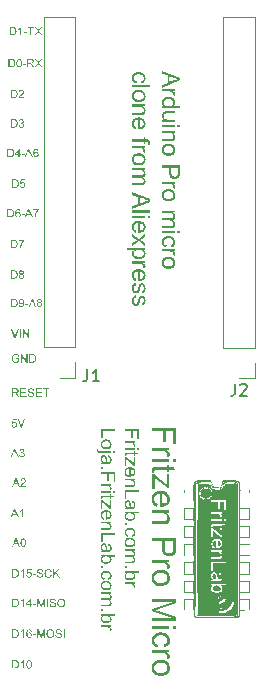
<source format=gbr>
%TF.GenerationSoftware,KiCad,Pcbnew,8.0.6*%
%TF.CreationDate,2024-11-07T13:50:09-03:00*%
%TF.ProjectId,fritzen-pro-micro,66726974-7a65-46e2-9d70-726f2d6d6963,rev?*%
%TF.SameCoordinates,Original*%
%TF.FileFunction,Legend,Top*%
%TF.FilePolarity,Positive*%
%FSLAX46Y46*%
G04 Gerber Fmt 4.6, Leading zero omitted, Abs format (unit mm)*
G04 Created by KiCad (PCBNEW 8.0.6) date 2024-11-07 13:50:09*
%MOMM*%
%LPD*%
G01*
G04 APERTURE LIST*
%ADD10C,0.187500*%
%ADD11C,0.175000*%
%ADD12C,0.100000*%
%ADD13C,0.150000*%
%ADD14C,0.000000*%
%ADD15C,0.120000*%
G04 APERTURE END LIST*
D10*
G36*
X65999075Y-38077023D02*
G01*
X65999075Y-38292445D01*
X64475000Y-38910502D01*
X64475000Y-38682990D01*
X64943946Y-38506769D01*
X64943946Y-38444853D01*
X65108077Y-38444853D01*
X65526831Y-38287316D01*
X65596014Y-38261552D01*
X65670672Y-38234782D01*
X65748009Y-38208524D01*
X65824831Y-38184512D01*
X65840439Y-38179972D01*
X65767853Y-38164172D01*
X65695542Y-38145350D01*
X65623506Y-38123506D01*
X65551744Y-38098639D01*
X65108077Y-37932676D01*
X65108077Y-38444853D01*
X64943946Y-38444853D01*
X64943946Y-37875157D01*
X64475000Y-37709193D01*
X64475000Y-37497069D01*
X65999075Y-38077023D01*
G37*
G36*
X64475000Y-39036531D02*
G01*
X65577023Y-39036531D01*
X65577023Y-39203593D01*
X65408129Y-39203593D01*
X65473796Y-39242469D01*
X65535735Y-39290120D01*
X65563101Y-39321196D01*
X65594303Y-39389460D01*
X65600471Y-39440631D01*
X65590554Y-39517319D01*
X65563798Y-39588966D01*
X65540387Y-39631140D01*
X65367096Y-39567393D01*
X65397047Y-39499249D01*
X65407030Y-39431106D01*
X65391094Y-39356648D01*
X65370027Y-39321929D01*
X65313069Y-39272355D01*
X65268178Y-39253053D01*
X65191087Y-39234076D01*
X65115804Y-39224375D01*
X65050924Y-39221912D01*
X64475000Y-39221912D01*
X64475000Y-39036531D01*
G37*
G36*
X65105261Y-39674120D02*
G01*
X65181808Y-39684355D01*
X65254554Y-39701414D01*
X65323499Y-39725296D01*
X65393969Y-39760320D01*
X65454527Y-39803980D01*
X65510190Y-39862620D01*
X65529030Y-39889061D01*
X65566703Y-39959836D01*
X65590424Y-40035692D01*
X65600191Y-40116629D01*
X65600471Y-40133426D01*
X65593275Y-40210230D01*
X65569433Y-40284962D01*
X65556873Y-40309647D01*
X65513927Y-40371747D01*
X65460743Y-40422768D01*
X65443667Y-40435310D01*
X65999075Y-40435310D01*
X65999075Y-40619591D01*
X64475000Y-40619591D01*
X64475000Y-40447766D01*
X64613119Y-40447766D01*
X64550165Y-40397422D01*
X64502673Y-40337751D01*
X64470644Y-40268754D01*
X64454077Y-40190430D01*
X64452459Y-40159071D01*
X64603960Y-40159071D01*
X64615778Y-40238365D01*
X64651234Y-40309000D01*
X64703977Y-40365701D01*
X64768760Y-40406788D01*
X64840310Y-40432021D01*
X64913698Y-40445385D01*
X64997148Y-40450614D01*
X65009891Y-40450697D01*
X65090559Y-40447645D01*
X65173959Y-40436367D01*
X65245824Y-40416780D01*
X65313831Y-40384219D01*
X65342184Y-40363869D01*
X65398019Y-40305930D01*
X65433174Y-40240192D01*
X65447649Y-40166655D01*
X65448063Y-40151011D01*
X65438117Y-40077588D01*
X65404200Y-40005997D01*
X65352480Y-39949253D01*
X65346214Y-39944016D01*
X65279827Y-39903991D01*
X65205197Y-39879410D01*
X65127838Y-39866392D01*
X65052571Y-39861541D01*
X65025645Y-39861217D01*
X64949872Y-39864334D01*
X64871010Y-39875850D01*
X64793461Y-39899400D01*
X64722257Y-39939141D01*
X64708740Y-39949877D01*
X64653485Y-40008403D01*
X64618694Y-40073153D01*
X64604062Y-40151569D01*
X64603960Y-40159071D01*
X64452459Y-40159071D01*
X64451552Y-40141486D01*
X64458636Y-40061780D01*
X64479888Y-39986153D01*
X64515308Y-39914605D01*
X64524092Y-39900785D01*
X64569417Y-39843050D01*
X64623783Y-39793082D01*
X64687192Y-39750881D01*
X64726325Y-39730792D01*
X64802527Y-39701747D01*
X64875370Y-39683910D01*
X64953022Y-39673583D01*
X65024912Y-39670708D01*
X65105261Y-39674120D01*
G37*
G36*
X64475000Y-41622697D02*
G01*
X64635833Y-41622697D01*
X64573207Y-41571529D01*
X64523537Y-41513921D01*
X64486825Y-41449873D01*
X64463070Y-41379385D01*
X64452272Y-41302457D01*
X64451552Y-41275383D01*
X64457720Y-41198914D01*
X64476222Y-41126678D01*
X64488921Y-41094766D01*
X64525266Y-41029560D01*
X64575733Y-40975132D01*
X64582711Y-40969836D01*
X64649791Y-40933452D01*
X64720830Y-40912683D01*
X64797417Y-40903821D01*
X64873392Y-40901425D01*
X64895219Y-40901325D01*
X65577023Y-40901325D01*
X65577023Y-41087072D01*
X64965195Y-41087072D01*
X64890327Y-41087970D01*
X64814034Y-41091963D01*
X64767725Y-41098429D01*
X64698375Y-41127892D01*
X64651953Y-41172435D01*
X64619079Y-41240319D01*
X64609822Y-41312752D01*
X64619240Y-41388546D01*
X64647496Y-41459992D01*
X64652686Y-41469190D01*
X64700058Y-41528465D01*
X64765671Y-41570929D01*
X64770289Y-41572871D01*
X64841781Y-41592559D01*
X64919560Y-41601379D01*
X64986078Y-41603279D01*
X65577023Y-41603279D01*
X65577023Y-41788660D01*
X64475000Y-41788660D01*
X64475000Y-41622697D01*
G37*
G36*
X65788049Y-42074790D02*
G01*
X65999075Y-42074790D01*
X65999075Y-42260170D01*
X65788049Y-42260170D01*
X65788049Y-42074790D01*
G37*
G36*
X64475000Y-42074790D02*
G01*
X65577023Y-42074790D01*
X65577023Y-42260170D01*
X64475000Y-42260170D01*
X64475000Y-42074790D01*
G37*
G36*
X64475000Y-42539706D02*
G01*
X65577023Y-42539706D01*
X65577023Y-42706402D01*
X65422418Y-42706402D01*
X65482928Y-42755376D01*
X65530919Y-42811898D01*
X65571085Y-42887379D01*
X65591950Y-42960254D01*
X65600297Y-43040677D01*
X65600471Y-43054815D01*
X65594545Y-43132525D01*
X65576768Y-43204915D01*
X65564567Y-43236531D01*
X65529124Y-43301236D01*
X65477970Y-43355435D01*
X65470778Y-43360729D01*
X65403070Y-43397684D01*
X65333025Y-43418614D01*
X65256115Y-43426618D01*
X65175306Y-43428782D01*
X65151674Y-43428872D01*
X64475000Y-43428872D01*
X64475000Y-43243492D01*
X65146912Y-43243492D01*
X65224501Y-43240452D01*
X65298593Y-43228104D01*
X65317637Y-43221877D01*
X65379604Y-43181691D01*
X65408129Y-43144940D01*
X65435680Y-43076972D01*
X65442201Y-43015614D01*
X65433240Y-42938067D01*
X65406356Y-42868141D01*
X65366364Y-42811182D01*
X65305620Y-42765780D01*
X65228131Y-42739296D01*
X65152915Y-42728114D01*
X65078035Y-42725087D01*
X64475000Y-42725087D01*
X64475000Y-42539706D01*
G37*
G36*
X65099839Y-43641078D02*
G01*
X65185186Y-43651822D01*
X65262821Y-43670830D01*
X65332747Y-43698104D01*
X65406481Y-43741741D01*
X65469112Y-43797280D01*
X65478471Y-43807693D01*
X65526008Y-43872365D01*
X65561869Y-43942963D01*
X65586055Y-44019486D01*
X65598564Y-44101935D01*
X65600471Y-44151709D01*
X65595241Y-44233441D01*
X65579553Y-44309377D01*
X65553407Y-44379518D01*
X65516802Y-44443862D01*
X65469739Y-44502410D01*
X65451727Y-44520638D01*
X65392092Y-44569320D01*
X65324472Y-44607930D01*
X65248867Y-44636468D01*
X65165276Y-44654933D01*
X65089516Y-44662627D01*
X65041399Y-44663886D01*
X64965033Y-44661658D01*
X64883982Y-44653426D01*
X64811591Y-44639128D01*
X64739463Y-44615360D01*
X64707641Y-44600505D01*
X64643511Y-44560275D01*
X64587960Y-44510886D01*
X64540987Y-44452340D01*
X64518597Y-44415858D01*
X64486188Y-44346084D01*
X64464385Y-44272774D01*
X64453189Y-44195929D01*
X64451552Y-44151709D01*
X64603960Y-44151709D01*
X64612335Y-44225721D01*
X64641286Y-44299323D01*
X64690917Y-44363837D01*
X64709839Y-44381420D01*
X64778177Y-44425695D01*
X64853665Y-44452886D01*
X64931100Y-44467286D01*
X65005929Y-44472653D01*
X65032606Y-44473011D01*
X65105902Y-44469765D01*
X65182558Y-44457774D01*
X65258487Y-44433250D01*
X65329018Y-44391867D01*
X65342550Y-44380687D01*
X65393555Y-44325396D01*
X65430649Y-44255601D01*
X65447136Y-44177004D01*
X65448063Y-44151709D01*
X65439775Y-44077166D01*
X65411124Y-44003178D01*
X65362008Y-43938492D01*
X65343283Y-43920900D01*
X65275853Y-43876625D01*
X65201658Y-43849434D01*
X65125731Y-43835033D01*
X65052474Y-43829666D01*
X65026378Y-43829309D01*
X64950703Y-43832529D01*
X64871859Y-43844425D01*
X64794201Y-43868754D01*
X64729824Y-43904531D01*
X64709106Y-43920900D01*
X64658279Y-43976187D01*
X64621313Y-44046455D01*
X64604884Y-44126024D01*
X64603960Y-44151709D01*
X64451552Y-44151709D01*
X64456756Y-44068659D01*
X64472366Y-43991791D01*
X64498384Y-43921106D01*
X64534808Y-43856603D01*
X64581640Y-43798282D01*
X64599563Y-43780216D01*
X64659653Y-43732032D01*
X64728913Y-43693817D01*
X64807343Y-43665571D01*
X64879708Y-43649648D01*
X64958440Y-43640648D01*
X65026011Y-43638433D01*
X65099839Y-43641078D01*
G37*
G36*
X65999075Y-46052407D02*
G01*
X65997916Y-46131307D01*
X65993909Y-46205853D01*
X65984420Y-46282117D01*
X65967592Y-46354402D01*
X65940149Y-46423481D01*
X65913346Y-46468597D01*
X65863825Y-46524782D01*
X65800398Y-46571293D01*
X65766434Y-46589497D01*
X65693138Y-46617627D01*
X65621243Y-46632007D01*
X65559071Y-46635659D01*
X65477121Y-46629786D01*
X65400851Y-46612167D01*
X65330260Y-46582803D01*
X65265350Y-46541692D01*
X65230809Y-46512927D01*
X65178419Y-46449782D01*
X65143754Y-46380617D01*
X65118544Y-46297567D01*
X65104757Y-46217752D01*
X65097535Y-46128295D01*
X65096412Y-46072923D01*
X65272208Y-46072923D01*
X65275732Y-46152332D01*
X65288389Y-46229904D01*
X65313630Y-46300367D01*
X65345847Y-46348063D01*
X65403531Y-46394369D01*
X65475327Y-46421453D01*
X65552843Y-46429396D01*
X65626833Y-46421475D01*
X65696236Y-46395228D01*
X65718440Y-46381402D01*
X65772788Y-46329990D01*
X65808222Y-46260243D01*
X65809665Y-46255373D01*
X65820242Y-46177563D01*
X65823008Y-46101540D01*
X65823220Y-46068893D01*
X65823220Y-45682379D01*
X65272208Y-45682379D01*
X65272208Y-46072923D01*
X65096412Y-46072923D01*
X65096353Y-46069993D01*
X65096353Y-45682379D01*
X64475000Y-45682379D01*
X64475000Y-45482344D01*
X65999075Y-45482344D01*
X65999075Y-46052407D01*
G37*
G36*
X64475000Y-46856210D02*
G01*
X65577023Y-46856210D01*
X65577023Y-47023272D01*
X65408129Y-47023272D01*
X65473796Y-47062148D01*
X65535735Y-47109799D01*
X65563101Y-47140875D01*
X65594303Y-47209139D01*
X65600471Y-47260310D01*
X65590554Y-47336998D01*
X65563798Y-47408645D01*
X65540387Y-47450819D01*
X65367096Y-47387072D01*
X65397047Y-47318928D01*
X65407030Y-47250785D01*
X65391094Y-47176327D01*
X65370027Y-47141608D01*
X65313069Y-47092034D01*
X65268178Y-47072732D01*
X65191087Y-47053755D01*
X65115804Y-47044054D01*
X65050924Y-47041591D01*
X64475000Y-47041591D01*
X64475000Y-46856210D01*
G37*
G36*
X65099839Y-47490833D02*
G01*
X65185186Y-47501577D01*
X65262821Y-47520586D01*
X65332747Y-47547859D01*
X65406481Y-47591497D01*
X65469112Y-47647035D01*
X65478471Y-47657449D01*
X65526008Y-47722121D01*
X65561869Y-47792719D01*
X65586055Y-47869242D01*
X65598564Y-47951691D01*
X65600471Y-48001465D01*
X65595241Y-48083197D01*
X65579553Y-48159133D01*
X65553407Y-48229273D01*
X65516802Y-48293618D01*
X65469739Y-48352166D01*
X65451727Y-48370394D01*
X65392092Y-48419076D01*
X65324472Y-48457686D01*
X65248867Y-48486224D01*
X65165276Y-48504689D01*
X65089516Y-48512383D01*
X65041399Y-48513642D01*
X64965033Y-48511414D01*
X64883982Y-48503182D01*
X64811591Y-48488884D01*
X64739463Y-48465116D01*
X64707641Y-48450261D01*
X64643511Y-48410031D01*
X64587960Y-48360642D01*
X64540987Y-48302096D01*
X64518597Y-48265614D01*
X64486188Y-48195839D01*
X64464385Y-48122530D01*
X64453189Y-48045684D01*
X64451552Y-48001465D01*
X64603960Y-48001465D01*
X64612335Y-48075477D01*
X64641286Y-48149079D01*
X64690917Y-48213593D01*
X64709839Y-48231175D01*
X64778177Y-48275450D01*
X64853665Y-48302641D01*
X64931100Y-48317042D01*
X65005929Y-48322409D01*
X65032606Y-48322766D01*
X65105902Y-48319521D01*
X65182558Y-48307529D01*
X65258487Y-48283006D01*
X65329018Y-48241622D01*
X65342550Y-48230443D01*
X65393555Y-48175152D01*
X65430649Y-48105357D01*
X65447136Y-48026760D01*
X65448063Y-48001465D01*
X65439775Y-47926922D01*
X65411124Y-47852934D01*
X65362008Y-47788247D01*
X65343283Y-47770655D01*
X65275853Y-47726380D01*
X65201658Y-47699189D01*
X65125731Y-47684789D01*
X65052474Y-47679422D01*
X65026378Y-47679064D01*
X64950703Y-47682284D01*
X64871859Y-47694181D01*
X64794201Y-47718509D01*
X64729824Y-47754287D01*
X64709106Y-47770655D01*
X64658279Y-47825943D01*
X64621313Y-47896210D01*
X64604884Y-47975780D01*
X64603960Y-48001465D01*
X64451552Y-48001465D01*
X64456756Y-47918415D01*
X64472366Y-47841547D01*
X64498384Y-47770862D01*
X64534808Y-47706359D01*
X64581640Y-47648038D01*
X64599563Y-47629972D01*
X64659653Y-47581788D01*
X64728913Y-47543573D01*
X64807343Y-47515327D01*
X64879708Y-47499404D01*
X64958440Y-47490404D01*
X65026011Y-47488189D01*
X65099839Y-47490833D01*
G37*
G36*
X64475000Y-49308653D02*
G01*
X65577023Y-49308653D01*
X65577023Y-49474616D01*
X65424616Y-49474616D01*
X65483834Y-49521913D01*
X65532894Y-49580456D01*
X65552110Y-49611270D01*
X65581580Y-49678864D01*
X65597448Y-49753053D01*
X65600471Y-49806175D01*
X65594583Y-49884603D01*
X65574731Y-49958311D01*
X65550645Y-50005478D01*
X65499404Y-50064923D01*
X65432876Y-50106697D01*
X65411060Y-50115387D01*
X65475430Y-50166778D01*
X65526482Y-50223682D01*
X65569210Y-50297037D01*
X65593812Y-50377895D01*
X65600471Y-50453175D01*
X65594792Y-50529974D01*
X65574828Y-50605096D01*
X65535787Y-50674562D01*
X65509612Y-50703768D01*
X65443466Y-50749943D01*
X65367539Y-50776878D01*
X65287007Y-50789191D01*
X65230443Y-50791329D01*
X64475000Y-50791329D01*
X64475000Y-50606681D01*
X65170725Y-50606681D01*
X65246168Y-50604157D01*
X65319028Y-50592937D01*
X65332292Y-50588729D01*
X65393358Y-50547593D01*
X65411793Y-50523150D01*
X65438608Y-50454020D01*
X65442201Y-50412142D01*
X65433023Y-50337433D01*
X65402077Y-50266499D01*
X65364532Y-50220533D01*
X65300347Y-50177148D01*
X65222838Y-50153334D01*
X65147693Y-50144999D01*
X65116503Y-50144330D01*
X64475000Y-50144330D01*
X64475000Y-49958583D01*
X65192707Y-49958583D01*
X65270985Y-49953215D01*
X65344519Y-49933029D01*
X65379553Y-49913154D01*
X65426539Y-49853620D01*
X65441956Y-49777785D01*
X65442201Y-49765143D01*
X65431760Y-49689672D01*
X65400436Y-49620062D01*
X65349328Y-49562818D01*
X65283779Y-49525622D01*
X65278803Y-49523709D01*
X65202180Y-49504495D01*
X65127276Y-49496380D01*
X65047993Y-49494033D01*
X64475000Y-49494033D01*
X64475000Y-49308653D01*
G37*
G36*
X65788049Y-51058042D02*
G01*
X65999075Y-51058042D01*
X65999075Y-51243422D01*
X65788049Y-51243422D01*
X65788049Y-51058042D01*
G37*
G36*
X64475000Y-51058042D02*
G01*
X65577023Y-51058042D01*
X65577023Y-51243422D01*
X64475000Y-51243422D01*
X64475000Y-51058042D01*
G37*
G36*
X64873604Y-52237002D02*
G01*
X64849790Y-52419452D01*
X64771919Y-52401855D01*
X64701798Y-52375353D01*
X64631147Y-52334160D01*
X64570616Y-52281335D01*
X64557065Y-52266311D01*
X64510903Y-52201236D01*
X64477930Y-52129108D01*
X64458147Y-52049928D01*
X64451655Y-51974859D01*
X64451552Y-51963695D01*
X64456730Y-51882568D01*
X64472263Y-51807623D01*
X64498152Y-51738861D01*
X64541444Y-51666453D01*
X64589770Y-51611086D01*
X64598831Y-51602459D01*
X64658693Y-51556143D01*
X64727545Y-51519409D01*
X64805387Y-51492258D01*
X64877123Y-51476952D01*
X64955103Y-51468301D01*
X65021981Y-51466172D01*
X65097741Y-51468977D01*
X65179085Y-51479052D01*
X65254842Y-51496454D01*
X65325013Y-51521184D01*
X65333391Y-51524790D01*
X65403307Y-51562780D01*
X65462616Y-51610391D01*
X65511318Y-51667623D01*
X65533792Y-51703576D01*
X65566024Y-51772822D01*
X65587708Y-51845372D01*
X65598843Y-51921225D01*
X65600471Y-51964794D01*
X65596140Y-52039732D01*
X65580587Y-52117733D01*
X65553722Y-52187582D01*
X65509979Y-52256420D01*
X65453078Y-52313842D01*
X65384180Y-52358339D01*
X65312865Y-52387041D01*
X65253157Y-52401866D01*
X65225314Y-52221615D01*
X65295095Y-52199056D01*
X65360708Y-52160341D01*
X65392009Y-52130024D01*
X65432243Y-52062849D01*
X65447570Y-51989259D01*
X65448063Y-51972121D01*
X65440065Y-51897365D01*
X65412415Y-51824093D01*
X65365017Y-51761124D01*
X65346946Y-51744242D01*
X65280766Y-51701915D01*
X65206319Y-51675921D01*
X65129120Y-51662154D01*
X65053991Y-51657023D01*
X65027110Y-51656681D01*
X64948117Y-51659657D01*
X64866736Y-51670649D01*
X64787939Y-51693128D01*
X64717411Y-51731063D01*
X64704344Y-51741311D01*
X64651407Y-51799214D01*
X64618076Y-51867135D01*
X64604352Y-51945073D01*
X64603960Y-51961863D01*
X64613233Y-52038645D01*
X64644210Y-52110314D01*
X64669905Y-52143946D01*
X64729634Y-52191378D01*
X64801946Y-52221643D01*
X64873604Y-52237002D01*
G37*
G36*
X64475000Y-52570027D02*
G01*
X65577023Y-52570027D01*
X65577023Y-52737090D01*
X65408129Y-52737090D01*
X65473796Y-52775966D01*
X65535735Y-52823616D01*
X65563101Y-52854692D01*
X65594303Y-52922956D01*
X65600471Y-52974127D01*
X65590554Y-53050815D01*
X65563798Y-53122462D01*
X65540387Y-53164637D01*
X65367096Y-53100889D01*
X65397047Y-53032745D01*
X65407030Y-52964602D01*
X65391094Y-52890145D01*
X65370027Y-52855425D01*
X65313069Y-52805852D01*
X65268178Y-52786549D01*
X65191087Y-52767572D01*
X65115804Y-52757871D01*
X65050924Y-52755408D01*
X64475000Y-52755408D01*
X64475000Y-52570027D01*
G37*
G36*
X65099839Y-53204650D02*
G01*
X65185186Y-53215395D01*
X65262821Y-53234403D01*
X65332747Y-53261677D01*
X65406481Y-53305314D01*
X65469112Y-53360853D01*
X65478471Y-53371266D01*
X65526008Y-53435938D01*
X65561869Y-53506536D01*
X65586055Y-53583059D01*
X65598564Y-53665508D01*
X65600471Y-53715282D01*
X65595241Y-53797014D01*
X65579553Y-53872950D01*
X65553407Y-53943091D01*
X65516802Y-54007435D01*
X65469739Y-54065983D01*
X65451727Y-54084211D01*
X65392092Y-54132893D01*
X65324472Y-54171503D01*
X65248867Y-54200041D01*
X65165276Y-54218506D01*
X65089516Y-54226200D01*
X65041399Y-54227459D01*
X64965033Y-54225231D01*
X64883982Y-54216999D01*
X64811591Y-54202701D01*
X64739463Y-54178933D01*
X64707641Y-54164078D01*
X64643511Y-54123848D01*
X64587960Y-54074459D01*
X64540987Y-54015913D01*
X64518597Y-53979431D01*
X64486188Y-53909657D01*
X64464385Y-53836347D01*
X64453189Y-53759502D01*
X64451552Y-53715282D01*
X64603960Y-53715282D01*
X64612335Y-53789294D01*
X64641286Y-53862896D01*
X64690917Y-53927410D01*
X64709839Y-53944993D01*
X64778177Y-53989268D01*
X64853665Y-54016459D01*
X64931100Y-54030859D01*
X65005929Y-54036226D01*
X65032606Y-54036584D01*
X65105902Y-54033338D01*
X65182558Y-54021347D01*
X65258487Y-53996823D01*
X65329018Y-53955440D01*
X65342550Y-53944260D01*
X65393555Y-53888969D01*
X65430649Y-53819174D01*
X65447136Y-53740577D01*
X65448063Y-53715282D01*
X65439775Y-53640739D01*
X65411124Y-53566751D01*
X65362008Y-53502065D01*
X65343283Y-53484473D01*
X65275853Y-53440198D01*
X65201658Y-53413007D01*
X65125731Y-53398606D01*
X65052474Y-53393239D01*
X65026378Y-53392882D01*
X64950703Y-53396102D01*
X64871859Y-53407998D01*
X64794201Y-53432327D01*
X64729824Y-53468104D01*
X64709106Y-53484473D01*
X64658279Y-53539760D01*
X64621313Y-53610028D01*
X64604884Y-53689597D01*
X64603960Y-53715282D01*
X64451552Y-53715282D01*
X64456756Y-53632232D01*
X64472366Y-53555364D01*
X64498384Y-53484679D01*
X64534808Y-53420176D01*
X64581640Y-53361855D01*
X64599563Y-53343789D01*
X64659653Y-53295605D01*
X64728913Y-53257390D01*
X64807343Y-53229144D01*
X64879708Y-53213221D01*
X64958440Y-53204221D01*
X65026011Y-53202006D01*
X65099839Y-53204650D01*
G37*
G36*
X62353604Y-38353262D02*
G01*
X62329790Y-38535711D01*
X62251919Y-38518115D01*
X62181798Y-38491613D01*
X62111147Y-38450420D01*
X62050616Y-38397595D01*
X62037065Y-38382571D01*
X61990903Y-38317496D01*
X61957930Y-38245368D01*
X61938147Y-38166187D01*
X61931655Y-38091119D01*
X61931552Y-38079954D01*
X61936730Y-37998827D01*
X61952263Y-37923883D01*
X61978152Y-37855121D01*
X62021444Y-37782713D01*
X62069770Y-37727346D01*
X62078831Y-37718719D01*
X62138693Y-37672403D01*
X62207545Y-37635669D01*
X62285387Y-37608518D01*
X62357123Y-37593212D01*
X62435103Y-37584561D01*
X62501981Y-37582431D01*
X62577741Y-37585236D01*
X62659085Y-37595311D01*
X62734842Y-37612714D01*
X62805013Y-37637443D01*
X62813391Y-37641050D01*
X62883307Y-37679039D01*
X62942616Y-37726650D01*
X62991318Y-37783882D01*
X63013792Y-37819836D01*
X63046024Y-37889082D01*
X63067708Y-37961631D01*
X63078843Y-38037485D01*
X63080471Y-38081053D01*
X63076140Y-38155991D01*
X63060587Y-38233992D01*
X63033722Y-38303842D01*
X62989979Y-38372679D01*
X62933078Y-38430101D01*
X62864180Y-38474599D01*
X62792865Y-38503301D01*
X62733157Y-38518126D01*
X62705314Y-38337875D01*
X62775095Y-38315316D01*
X62840708Y-38276600D01*
X62872009Y-38246284D01*
X62912243Y-38179109D01*
X62927570Y-38105518D01*
X62928063Y-38088381D01*
X62920065Y-38013625D01*
X62892415Y-37940352D01*
X62845017Y-37877383D01*
X62826946Y-37860502D01*
X62760766Y-37818175D01*
X62686319Y-37792180D01*
X62609120Y-37778413D01*
X62533991Y-37773283D01*
X62507110Y-37772941D01*
X62428117Y-37775916D01*
X62346736Y-37786908D01*
X62267939Y-37809388D01*
X62197411Y-37847323D01*
X62184344Y-37857571D01*
X62131407Y-37915474D01*
X62098076Y-37983394D01*
X62084352Y-38061333D01*
X62083960Y-38078122D01*
X62093233Y-38154904D01*
X62124210Y-38226573D01*
X62149905Y-38260205D01*
X62209634Y-38307638D01*
X62281946Y-38337902D01*
X62353604Y-38353262D01*
G37*
G36*
X61955000Y-38684089D02*
G01*
X63479075Y-38684089D01*
X63479075Y-38869836D01*
X61955000Y-38869836D01*
X61955000Y-38684089D01*
G37*
G36*
X62579839Y-39087902D02*
G01*
X62665186Y-39098646D01*
X62742821Y-39117655D01*
X62812747Y-39144929D01*
X62886481Y-39188566D01*
X62949112Y-39244105D01*
X62958471Y-39254518D01*
X63006008Y-39319190D01*
X63041869Y-39389788D01*
X63066055Y-39466311D01*
X63078564Y-39548760D01*
X63080471Y-39598534D01*
X63075241Y-39680266D01*
X63059553Y-39756202D01*
X63033407Y-39826342D01*
X62996802Y-39890687D01*
X62949739Y-39949235D01*
X62931727Y-39967463D01*
X62872092Y-40016145D01*
X62804472Y-40054755D01*
X62728867Y-40083293D01*
X62645276Y-40101758D01*
X62569516Y-40109452D01*
X62521399Y-40110711D01*
X62445033Y-40108483D01*
X62363982Y-40100251D01*
X62291591Y-40085953D01*
X62219463Y-40062185D01*
X62187641Y-40047330D01*
X62123511Y-40007100D01*
X62067960Y-39957711D01*
X62020987Y-39899165D01*
X61998597Y-39862683D01*
X61966188Y-39792909D01*
X61944385Y-39719599D01*
X61933189Y-39642754D01*
X61931552Y-39598534D01*
X62083960Y-39598534D01*
X62092335Y-39672546D01*
X62121286Y-39746148D01*
X62170917Y-39810662D01*
X62189839Y-39828244D01*
X62258177Y-39872519D01*
X62333665Y-39899711D01*
X62411100Y-39914111D01*
X62485929Y-39919478D01*
X62512606Y-39919836D01*
X62585902Y-39916590D01*
X62662558Y-39904598D01*
X62738487Y-39880075D01*
X62809018Y-39838692D01*
X62822550Y-39827512D01*
X62873555Y-39772221D01*
X62910649Y-39702426D01*
X62927136Y-39623829D01*
X62928063Y-39598534D01*
X62919775Y-39523991D01*
X62891124Y-39450003D01*
X62842008Y-39385316D01*
X62823283Y-39367725D01*
X62755853Y-39323450D01*
X62681658Y-39296258D01*
X62605731Y-39281858D01*
X62532474Y-39276491D01*
X62506378Y-39276133D01*
X62430703Y-39279353D01*
X62351859Y-39291250D01*
X62274201Y-39315578D01*
X62209824Y-39351356D01*
X62189106Y-39367725D01*
X62138279Y-39423012D01*
X62101313Y-39493279D01*
X62084884Y-39572849D01*
X62083960Y-39598534D01*
X61931552Y-39598534D01*
X61936756Y-39515484D01*
X61952366Y-39438616D01*
X61978384Y-39367931D01*
X62014808Y-39303428D01*
X62061640Y-39245107D01*
X62079563Y-39227041D01*
X62139653Y-39178857D01*
X62208913Y-39140642D01*
X62287343Y-39112396D01*
X62359708Y-39096473D01*
X62438440Y-39087473D01*
X62506011Y-39085258D01*
X62579839Y-39087902D01*
G37*
G36*
X61955000Y-40322470D02*
G01*
X63057023Y-40322470D01*
X63057023Y-40489166D01*
X62902418Y-40489166D01*
X62962928Y-40538140D01*
X63010919Y-40594661D01*
X63051085Y-40670143D01*
X63071950Y-40743018D01*
X63080297Y-40823440D01*
X63080471Y-40837578D01*
X63074545Y-40915289D01*
X63056768Y-40987679D01*
X63044567Y-41019295D01*
X63009124Y-41083999D01*
X62957970Y-41138198D01*
X62950778Y-41143492D01*
X62883070Y-41180448D01*
X62813025Y-41201378D01*
X62736115Y-41209382D01*
X62655306Y-41211546D01*
X62631674Y-41211636D01*
X61955000Y-41211636D01*
X61955000Y-41026256D01*
X62626912Y-41026256D01*
X62704501Y-41023216D01*
X62778593Y-41010867D01*
X62797637Y-41004640D01*
X62859604Y-40964455D01*
X62888129Y-40927704D01*
X62915680Y-40859736D01*
X62922201Y-40798377D01*
X62913240Y-40720831D01*
X62886356Y-40650904D01*
X62846364Y-40593946D01*
X62785620Y-40548544D01*
X62708131Y-40522059D01*
X62632915Y-40510877D01*
X62558035Y-40507850D01*
X61955000Y-40507850D01*
X61955000Y-40322470D01*
G37*
G36*
X62580488Y-41431994D02*
G01*
X62658060Y-41442405D01*
X62729567Y-41459758D01*
X62807371Y-41489742D01*
X62876442Y-41529722D01*
X62927330Y-41570673D01*
X62979374Y-41626954D01*
X63020650Y-41689186D01*
X63051159Y-41757368D01*
X63070899Y-41831501D01*
X63079872Y-41911585D01*
X63080471Y-41939602D01*
X63075100Y-42019063D01*
X63058987Y-42092856D01*
X63026612Y-42171787D01*
X62979616Y-42243003D01*
X62927697Y-42297906D01*
X62866040Y-42345219D01*
X62795651Y-42382742D01*
X62716529Y-42410477D01*
X62643924Y-42426112D01*
X62565254Y-42434949D01*
X62497951Y-42437124D01*
X62447393Y-42436392D01*
X62447393Y-42241486D01*
X62599801Y-42241486D01*
X62675258Y-42230915D01*
X62751899Y-42208313D01*
X62815956Y-42171510D01*
X62870148Y-42117495D01*
X62909561Y-42047757D01*
X62926311Y-41976244D01*
X62928063Y-41941800D01*
X62919333Y-41865858D01*
X62889565Y-41791496D01*
X62844170Y-41732233D01*
X62838670Y-41726744D01*
X62776932Y-41680025D01*
X62703459Y-41648405D01*
X62627299Y-41632856D01*
X62599801Y-41630390D01*
X62599801Y-42241486D01*
X62447393Y-42241486D01*
X62447393Y-41620132D01*
X62374241Y-41628512D01*
X62300298Y-41647620D01*
X62229429Y-41681269D01*
X62177383Y-41721981D01*
X62128117Y-41783855D01*
X62097097Y-41854531D01*
X62084325Y-41934008D01*
X62083960Y-41950959D01*
X62092727Y-42028814D01*
X62121779Y-42101703D01*
X62137083Y-42124982D01*
X62190705Y-42178665D01*
X62258772Y-42219417D01*
X62306709Y-42239288D01*
X62283262Y-42431263D01*
X62213749Y-42407688D01*
X62143063Y-42371687D01*
X62081720Y-42326023D01*
X62029719Y-42270697D01*
X62023876Y-42263101D01*
X61983484Y-42197499D01*
X61954633Y-42123425D01*
X61938855Y-42051660D01*
X61931913Y-41973409D01*
X61931552Y-41949860D01*
X61936769Y-41863362D01*
X61952418Y-41783845D01*
X61978500Y-41711310D01*
X62015015Y-41645755D01*
X62061962Y-41587181D01*
X62079930Y-41569207D01*
X62139908Y-41521397D01*
X62208283Y-41483478D01*
X62285056Y-41455451D01*
X62370228Y-41437316D01*
X62447618Y-41429760D01*
X62496852Y-41428524D01*
X62580488Y-41431994D01*
G37*
G36*
X61955000Y-43285990D02*
G01*
X62910478Y-43285990D01*
X62910478Y-43121859D01*
X63057023Y-43121859D01*
X63057023Y-43285990D01*
X63174260Y-43285990D01*
X63249702Y-43288721D01*
X63325127Y-43300857D01*
X63339490Y-43305408D01*
X63405161Y-43342319D01*
X63457093Y-43399563D01*
X63488148Y-43469177D01*
X63500925Y-43545255D01*
X63502522Y-43588974D01*
X63498417Y-43665835D01*
X63488217Y-43738439D01*
X63483838Y-43761898D01*
X63322271Y-43734054D01*
X63331317Y-43661084D01*
X63332529Y-43624877D01*
X63322189Y-43548917D01*
X63295893Y-43505076D01*
X63225511Y-43475166D01*
X63159239Y-43470272D01*
X63057023Y-43470272D01*
X63057023Y-43683496D01*
X62910478Y-43683496D01*
X62910478Y-43470272D01*
X61955000Y-43470272D01*
X61955000Y-43285990D01*
G37*
G36*
X61955000Y-43822714D02*
G01*
X63057023Y-43822714D01*
X63057023Y-43989776D01*
X62888129Y-43989776D01*
X62953796Y-44028652D01*
X63015735Y-44076303D01*
X63043101Y-44107379D01*
X63074303Y-44175642D01*
X63080471Y-44226814D01*
X63070554Y-44303501D01*
X63043798Y-44375148D01*
X63020387Y-44417323D01*
X62847096Y-44353576D01*
X62877047Y-44285432D01*
X62887030Y-44217288D01*
X62871094Y-44142831D01*
X62850027Y-44108112D01*
X62793069Y-44058538D01*
X62748178Y-44039235D01*
X62671087Y-44020259D01*
X62595804Y-44010558D01*
X62530924Y-44008094D01*
X61955000Y-44008094D01*
X61955000Y-43822714D01*
G37*
G36*
X62579839Y-44457337D02*
G01*
X62665186Y-44468081D01*
X62742821Y-44487090D01*
X62812747Y-44514363D01*
X62886481Y-44558001D01*
X62949112Y-44613539D01*
X62958471Y-44623953D01*
X63006008Y-44688625D01*
X63041869Y-44759223D01*
X63066055Y-44835746D01*
X63078564Y-44918195D01*
X63080471Y-44967969D01*
X63075241Y-45049701D01*
X63059553Y-45125637D01*
X63033407Y-45195777D01*
X62996802Y-45260121D01*
X62949739Y-45318670D01*
X62931727Y-45336898D01*
X62872092Y-45385580D01*
X62804472Y-45424190D01*
X62728867Y-45452727D01*
X62645276Y-45471193D01*
X62569516Y-45478887D01*
X62521399Y-45480146D01*
X62445033Y-45477918D01*
X62363982Y-45469686D01*
X62291591Y-45455388D01*
X62219463Y-45431620D01*
X62187641Y-45416765D01*
X62123511Y-45376534D01*
X62067960Y-45327146D01*
X62020987Y-45268600D01*
X61998597Y-45232117D01*
X61966188Y-45162343D01*
X61944385Y-45089034D01*
X61933189Y-45012188D01*
X61931552Y-44967969D01*
X62083960Y-44967969D01*
X62092335Y-45041980D01*
X62121286Y-45115582D01*
X62170917Y-45180097D01*
X62189839Y-45197679D01*
X62258177Y-45241954D01*
X62333665Y-45269145D01*
X62411100Y-45283546D01*
X62485929Y-45288912D01*
X62512606Y-45289270D01*
X62585902Y-45286025D01*
X62662558Y-45274033D01*
X62738487Y-45249510D01*
X62809018Y-45208126D01*
X62822550Y-45196946D01*
X62873555Y-45141656D01*
X62910649Y-45071861D01*
X62927136Y-44993264D01*
X62928063Y-44967969D01*
X62919775Y-44893426D01*
X62891124Y-44819437D01*
X62842008Y-44754751D01*
X62823283Y-44737159D01*
X62755853Y-44692884D01*
X62681658Y-44665693D01*
X62605731Y-44651293D01*
X62532474Y-44645926D01*
X62506378Y-44645568D01*
X62430703Y-44648788D01*
X62351859Y-44660684D01*
X62274201Y-44685013D01*
X62209824Y-44720791D01*
X62189106Y-44737159D01*
X62138279Y-44792447D01*
X62101313Y-44862714D01*
X62084884Y-44942284D01*
X62083960Y-44967969D01*
X61931552Y-44967969D01*
X61936756Y-44884919D01*
X61952366Y-44808051D01*
X61978384Y-44737365D01*
X62014808Y-44672862D01*
X62061640Y-44614542D01*
X62079563Y-44596475D01*
X62139653Y-44548291D01*
X62208913Y-44510076D01*
X62287343Y-44481831D01*
X62359708Y-44465908D01*
X62438440Y-44456908D01*
X62506011Y-44454692D01*
X62579839Y-44457337D01*
G37*
G36*
X61955000Y-45691905D02*
G01*
X63057023Y-45691905D01*
X63057023Y-45857868D01*
X62904616Y-45857868D01*
X62963834Y-45905165D01*
X63012894Y-45963708D01*
X63032110Y-45994521D01*
X63061580Y-46062116D01*
X63077448Y-46136304D01*
X63080471Y-46189427D01*
X63074583Y-46267855D01*
X63054731Y-46341563D01*
X63030645Y-46388729D01*
X62979404Y-46448175D01*
X62912876Y-46489949D01*
X62891060Y-46498639D01*
X62955430Y-46550030D01*
X63006482Y-46606934D01*
X63049210Y-46680289D01*
X63073812Y-46761147D01*
X63080471Y-46836427D01*
X63074792Y-46913226D01*
X63054828Y-46988348D01*
X63015787Y-47057814D01*
X62989612Y-47087020D01*
X62923466Y-47133195D01*
X62847539Y-47160130D01*
X62767007Y-47172443D01*
X62710443Y-47174581D01*
X61955000Y-47174581D01*
X61955000Y-46989933D01*
X62650725Y-46989933D01*
X62726168Y-46987409D01*
X62799028Y-46976189D01*
X62812292Y-46971981D01*
X62873358Y-46930845D01*
X62891793Y-46906402D01*
X62918608Y-46837272D01*
X62922201Y-46795394D01*
X62913023Y-46720685D01*
X62882077Y-46649751D01*
X62844532Y-46603785D01*
X62780347Y-46560400D01*
X62702838Y-46536586D01*
X62627693Y-46528251D01*
X62596503Y-46527581D01*
X61955000Y-46527581D01*
X61955000Y-46341835D01*
X62672707Y-46341835D01*
X62750985Y-46336467D01*
X62824519Y-46316281D01*
X62859553Y-46296406D01*
X62906539Y-46236871D01*
X62921956Y-46161037D01*
X62922201Y-46148394D01*
X62911760Y-46072923D01*
X62880436Y-46003314D01*
X62829328Y-45946070D01*
X62763779Y-45908873D01*
X62758803Y-45906960D01*
X62682180Y-45887747D01*
X62607276Y-45879632D01*
X62527993Y-45877285D01*
X61955000Y-45877285D01*
X61955000Y-45691905D01*
G37*
G36*
X63479075Y-48345481D02*
G01*
X63479075Y-48560903D01*
X61955000Y-49178960D01*
X61955000Y-48951448D01*
X62423946Y-48775226D01*
X62423946Y-48713311D01*
X62588077Y-48713311D01*
X63006831Y-48555774D01*
X63076014Y-48530010D01*
X63150672Y-48503240D01*
X63228009Y-48476982D01*
X63304831Y-48452970D01*
X63320439Y-48448429D01*
X63247853Y-48432630D01*
X63175542Y-48413808D01*
X63103506Y-48391963D01*
X63031744Y-48367096D01*
X62588077Y-48201133D01*
X62588077Y-48713311D01*
X62423946Y-48713311D01*
X62423946Y-48143614D01*
X61955000Y-47977651D01*
X61955000Y-47765526D01*
X63479075Y-48345481D01*
G37*
G36*
X61955000Y-49302791D02*
G01*
X63479075Y-49302791D01*
X63479075Y-49488538D01*
X61955000Y-49488538D01*
X61955000Y-49302791D01*
G37*
G36*
X63268049Y-49774302D02*
G01*
X63479075Y-49774302D01*
X63479075Y-49959682D01*
X63268049Y-49959682D01*
X63268049Y-49774302D01*
G37*
G36*
X61955000Y-49774302D02*
G01*
X63057023Y-49774302D01*
X63057023Y-49959682D01*
X61955000Y-49959682D01*
X61955000Y-49774302D01*
G37*
G36*
X62580488Y-50180773D02*
G01*
X62658060Y-50191184D01*
X62729567Y-50208536D01*
X62807371Y-50238521D01*
X62876442Y-50278500D01*
X62927330Y-50319452D01*
X62979374Y-50375733D01*
X63020650Y-50437965D01*
X63051159Y-50506147D01*
X63070899Y-50580280D01*
X63079872Y-50660364D01*
X63080471Y-50688381D01*
X63075100Y-50767841D01*
X63058987Y-50841635D01*
X63026612Y-50920565D01*
X62979616Y-50991782D01*
X62927697Y-51046685D01*
X62866040Y-51093997D01*
X62795651Y-51131521D01*
X62716529Y-51159256D01*
X62643924Y-51174891D01*
X62565254Y-51183728D01*
X62497951Y-51185903D01*
X62447393Y-51185170D01*
X62447393Y-50990265D01*
X62599801Y-50990265D01*
X62675258Y-50979693D01*
X62751899Y-50957092D01*
X62815956Y-50920289D01*
X62870148Y-50866274D01*
X62909561Y-50796536D01*
X62926311Y-50725023D01*
X62928063Y-50690579D01*
X62919333Y-50614637D01*
X62889565Y-50540275D01*
X62844170Y-50481012D01*
X62838670Y-50475523D01*
X62776932Y-50428804D01*
X62703459Y-50397184D01*
X62627299Y-50381635D01*
X62599801Y-50379169D01*
X62599801Y-50990265D01*
X62447393Y-50990265D01*
X62447393Y-50368911D01*
X62374241Y-50377291D01*
X62300298Y-50396399D01*
X62229429Y-50430048D01*
X62177383Y-50470760D01*
X62128117Y-50532634D01*
X62097097Y-50603310D01*
X62084325Y-50682786D01*
X62083960Y-50699738D01*
X62092727Y-50777593D01*
X62121779Y-50850482D01*
X62137083Y-50873761D01*
X62190705Y-50927444D01*
X62258772Y-50968196D01*
X62306709Y-50988066D01*
X62283262Y-51180041D01*
X62213749Y-51156467D01*
X62143063Y-51120466D01*
X62081720Y-51074802D01*
X62029719Y-51019475D01*
X62023876Y-51011880D01*
X61983484Y-50946278D01*
X61954633Y-50872204D01*
X61938855Y-50800439D01*
X61931913Y-50722188D01*
X61931552Y-50698639D01*
X61936769Y-50612141D01*
X61952418Y-50532624D01*
X61978500Y-50460088D01*
X62015015Y-50394533D01*
X62061962Y-50335960D01*
X62079930Y-50317986D01*
X62139908Y-50270176D01*
X62208283Y-50232257D01*
X62285056Y-50204230D01*
X62370228Y-50186095D01*
X62447618Y-50178539D01*
X62496852Y-50177302D01*
X62580488Y-50180773D01*
G37*
G36*
X61955000Y-51283356D02*
G01*
X62527627Y-51683060D01*
X63057023Y-51313398D01*
X63057023Y-51545307D01*
X62798736Y-51713101D01*
X62734932Y-51753384D01*
X62675272Y-51789305D01*
X62736038Y-51830285D01*
X62796538Y-51872836D01*
X63057023Y-52057117D01*
X63057023Y-52278768D01*
X62538251Y-51900680D01*
X61955000Y-52307711D01*
X61955000Y-52079832D01*
X62297550Y-51855251D01*
X62389874Y-51795533D01*
X61955000Y-51507937D01*
X61955000Y-51283356D01*
G37*
G36*
X63057023Y-52625348D02*
G01*
X62912309Y-52625348D01*
X62969359Y-52672300D01*
X63017907Y-52728048D01*
X63038339Y-52760170D01*
X63067140Y-52832238D01*
X63079442Y-52909958D01*
X63080471Y-52942620D01*
X63074733Y-53018911D01*
X63054897Y-53097494D01*
X63020894Y-53169564D01*
X63007930Y-53189916D01*
X62956797Y-53251854D01*
X62894071Y-53303489D01*
X62827707Y-53341150D01*
X62803499Y-53351849D01*
X62727311Y-53378237D01*
X62647123Y-53395989D01*
X62572488Y-53404518D01*
X62514438Y-53406437D01*
X62432097Y-53402659D01*
X62353970Y-53391325D01*
X62280056Y-53372434D01*
X62210355Y-53345987D01*
X62139474Y-53307843D01*
X62078503Y-53261005D01*
X62027443Y-53205473D01*
X62003360Y-53170865D01*
X61968648Y-53105405D01*
X61943403Y-53030430D01*
X61932183Y-52953092D01*
X61931552Y-52929431D01*
X61932758Y-52916974D01*
X62083960Y-52916974D01*
X62094228Y-52990669D01*
X62125033Y-53057424D01*
X62176374Y-53117237D01*
X62189106Y-53128367D01*
X62257380Y-53171048D01*
X62333395Y-53197260D01*
X62411741Y-53211142D01*
X62487686Y-53216315D01*
X62514804Y-53216660D01*
X62589817Y-53213634D01*
X62667956Y-53202451D01*
X62744892Y-53179582D01*
X62815681Y-53140990D01*
X62829145Y-53130565D01*
X62884400Y-53073657D01*
X62921544Y-53003372D01*
X62933925Y-52925034D01*
X62920764Y-52846882D01*
X62885960Y-52781395D01*
X62836037Y-52726983D01*
X62822550Y-52715474D01*
X62760566Y-52675563D01*
X62685988Y-52647056D01*
X62610401Y-52631465D01*
X62525173Y-52624606D01*
X62499050Y-52624249D01*
X62423393Y-52627250D01*
X62344959Y-52638338D01*
X62268286Y-52661012D01*
X62198560Y-52699275D01*
X62185443Y-52709612D01*
X62131926Y-52766699D01*
X62095951Y-52837594D01*
X62083960Y-52916974D01*
X61932758Y-52916974D01*
X61939055Y-52851903D01*
X61961565Y-52781528D01*
X61970753Y-52762735D01*
X62012012Y-52699494D01*
X62065959Y-52644814D01*
X62069672Y-52641835D01*
X61532948Y-52641835D01*
X61532948Y-52456454D01*
X63057023Y-52456454D01*
X63057023Y-52625348D01*
G37*
G36*
X61955000Y-53622226D02*
G01*
X63057023Y-53622226D01*
X63057023Y-53789288D01*
X62888129Y-53789288D01*
X62953796Y-53828164D01*
X63015735Y-53875814D01*
X63043101Y-53906891D01*
X63074303Y-53975154D01*
X63080471Y-54026325D01*
X63070554Y-54103013D01*
X63043798Y-54174660D01*
X63020387Y-54216835D01*
X62847096Y-54153087D01*
X62877047Y-54084944D01*
X62887030Y-54016800D01*
X62871094Y-53942343D01*
X62850027Y-53907623D01*
X62793069Y-53858050D01*
X62748178Y-53838747D01*
X62671087Y-53819770D01*
X62595804Y-53810069D01*
X62530924Y-53807606D01*
X61955000Y-53807606D01*
X61955000Y-53622226D01*
G37*
G36*
X62580488Y-54265002D02*
G01*
X62658060Y-54275413D01*
X62729567Y-54292765D01*
X62807371Y-54322750D01*
X62876442Y-54362729D01*
X62927330Y-54403681D01*
X62979374Y-54459962D01*
X63020650Y-54522194D01*
X63051159Y-54590376D01*
X63070899Y-54664509D01*
X63079872Y-54744593D01*
X63080471Y-54772609D01*
X63075100Y-54852070D01*
X63058987Y-54925864D01*
X63026612Y-55004794D01*
X62979616Y-55076011D01*
X62927697Y-55130914D01*
X62866040Y-55178226D01*
X62795651Y-55215750D01*
X62716529Y-55243485D01*
X62643924Y-55259120D01*
X62565254Y-55267957D01*
X62497951Y-55270132D01*
X62447393Y-55269399D01*
X62447393Y-55074494D01*
X62599801Y-55074494D01*
X62675258Y-55063922D01*
X62751899Y-55041320D01*
X62815956Y-55004518D01*
X62870148Y-54950503D01*
X62909561Y-54880765D01*
X62926311Y-54809252D01*
X62928063Y-54774808D01*
X62919333Y-54698866D01*
X62889565Y-54624503D01*
X62844170Y-54565241D01*
X62838670Y-54559752D01*
X62776932Y-54513033D01*
X62703459Y-54481413D01*
X62627299Y-54465863D01*
X62599801Y-54463398D01*
X62599801Y-55074494D01*
X62447393Y-55074494D01*
X62447393Y-54453140D01*
X62374241Y-54461520D01*
X62300298Y-54480628D01*
X62229429Y-54514277D01*
X62177383Y-54554989D01*
X62128117Y-54616863D01*
X62097097Y-54687538D01*
X62084325Y-54767015D01*
X62083960Y-54783967D01*
X62092727Y-54861822D01*
X62121779Y-54934711D01*
X62137083Y-54957990D01*
X62190705Y-55011673D01*
X62258772Y-55052425D01*
X62306709Y-55072295D01*
X62283262Y-55264270D01*
X62213749Y-55240696D01*
X62143063Y-55204695D01*
X62081720Y-55159031D01*
X62029719Y-55103704D01*
X62023876Y-55096109D01*
X61983484Y-55030507D01*
X61954633Y-54956433D01*
X61938855Y-54884668D01*
X61931913Y-54806417D01*
X61931552Y-54782868D01*
X61936769Y-54696370D01*
X61952418Y-54616853D01*
X61978500Y-54544317D01*
X62015015Y-54478762D01*
X62061962Y-54420188D01*
X62079930Y-54402215D01*
X62139908Y-54354405D01*
X62208283Y-54316486D01*
X62285056Y-54288459D01*
X62370228Y-54270324D01*
X62447618Y-54262768D01*
X62496852Y-54261531D01*
X62580488Y-54265002D01*
G37*
G36*
X62278133Y-55417044D02*
G01*
X62306709Y-55600593D01*
X62232984Y-55619861D01*
X62169045Y-55658177D01*
X62141479Y-55686322D01*
X62104237Y-55753023D01*
X62086712Y-55831016D01*
X62083960Y-55883792D01*
X62089076Y-55957265D01*
X62108722Y-56028432D01*
X62136350Y-56073569D01*
X62193686Y-56120006D01*
X62260181Y-56135484D01*
X62331851Y-56111818D01*
X62360198Y-56080530D01*
X62390494Y-56008097D01*
X62411889Y-55935640D01*
X62423579Y-55891120D01*
X62442461Y-55819000D01*
X62463253Y-55745996D01*
X62488028Y-55669753D01*
X62512972Y-55608286D01*
X62554628Y-55542813D01*
X62612903Y-55491430D01*
X62617020Y-55488852D01*
X62687178Y-55458352D01*
X62764298Y-55448185D01*
X62839152Y-55457594D01*
X62900219Y-55481524D01*
X62960683Y-55523875D01*
X63003900Y-55572749D01*
X63040193Y-55639095D01*
X63058122Y-55690718D01*
X63074163Y-55763120D01*
X63080383Y-55840191D01*
X63080471Y-55850819D01*
X63076893Y-55928307D01*
X63064693Y-56006353D01*
X63043834Y-56076866D01*
X63009774Y-56147642D01*
X62963492Y-56205064D01*
X62944549Y-56220847D01*
X62876479Y-56258028D01*
X62802377Y-56279832D01*
X62776755Y-56284595D01*
X62752208Y-56103244D01*
X62825939Y-56079339D01*
X62881535Y-56031803D01*
X62914931Y-55965455D01*
X62927336Y-55890633D01*
X62928063Y-55864375D01*
X62923041Y-55785129D01*
X62904158Y-55713799D01*
X62885565Y-55681926D01*
X62826717Y-55635014D01*
X62785914Y-55627337D01*
X62720701Y-55650052D01*
X62675981Y-55709437D01*
X62670875Y-55721127D01*
X62649136Y-55792292D01*
X62627813Y-55868323D01*
X62623248Y-55884891D01*
X62601079Y-55965266D01*
X62577975Y-56043170D01*
X62554829Y-56113022D01*
X62536786Y-56159298D01*
X62498506Y-56225051D01*
X62442944Y-56278860D01*
X62438967Y-56281664D01*
X62372018Y-56313483D01*
X62297185Y-56325604D01*
X62279598Y-56325994D01*
X62205506Y-56317045D01*
X62135042Y-56290199D01*
X62103743Y-56271772D01*
X62047398Y-56224580D01*
X62001459Y-56163786D01*
X61976615Y-56115701D01*
X61950959Y-56042476D01*
X61936877Y-55970348D01*
X61931596Y-55892925D01*
X61931552Y-55884891D01*
X61934618Y-55808500D01*
X61945943Y-55728395D01*
X61969104Y-55648740D01*
X62003164Y-55581770D01*
X62018747Y-55559926D01*
X62074665Y-55503447D01*
X62143915Y-55459720D01*
X62216661Y-55431556D01*
X62278133Y-55417044D01*
G37*
G36*
X62278133Y-56466311D02*
G01*
X62306709Y-56649860D01*
X62232984Y-56669128D01*
X62169045Y-56707444D01*
X62141479Y-56735589D01*
X62104237Y-56802291D01*
X62086712Y-56880283D01*
X62083960Y-56933060D01*
X62089076Y-57006533D01*
X62108722Y-57077699D01*
X62136350Y-57122836D01*
X62193686Y-57169273D01*
X62260181Y-57184752D01*
X62331851Y-57161085D01*
X62360198Y-57129797D01*
X62390494Y-57057364D01*
X62411889Y-56984907D01*
X62423579Y-56940387D01*
X62442461Y-56868267D01*
X62463253Y-56795263D01*
X62488028Y-56719020D01*
X62512972Y-56657554D01*
X62554628Y-56592080D01*
X62612903Y-56540698D01*
X62617020Y-56538119D01*
X62687178Y-56507619D01*
X62764298Y-56497452D01*
X62839152Y-56506862D01*
X62900219Y-56530792D01*
X62960683Y-56573142D01*
X63003900Y-56622016D01*
X63040193Y-56688363D01*
X63058122Y-56739986D01*
X63074163Y-56812387D01*
X63080383Y-56889458D01*
X63080471Y-56900087D01*
X63076893Y-56977574D01*
X63064693Y-57055620D01*
X63043834Y-57126133D01*
X63009774Y-57196909D01*
X62963492Y-57254331D01*
X62944549Y-57270115D01*
X62876479Y-57307295D01*
X62802377Y-57329099D01*
X62776755Y-57333862D01*
X62752208Y-57152512D01*
X62825939Y-57128606D01*
X62881535Y-57081071D01*
X62914931Y-57014723D01*
X62927336Y-56939900D01*
X62928063Y-56913642D01*
X62923041Y-56834396D01*
X62904158Y-56763066D01*
X62885565Y-56731193D01*
X62826717Y-56684281D01*
X62785914Y-56676605D01*
X62720701Y-56699319D01*
X62675981Y-56758704D01*
X62670875Y-56770394D01*
X62649136Y-56841560D01*
X62627813Y-56917591D01*
X62623248Y-56934159D01*
X62601079Y-57014534D01*
X62577975Y-57092438D01*
X62554829Y-57162289D01*
X62536786Y-57208565D01*
X62498506Y-57274318D01*
X62442944Y-57328128D01*
X62438967Y-57330931D01*
X62372018Y-57362750D01*
X62297185Y-57374872D01*
X62279598Y-57375261D01*
X62205506Y-57366312D01*
X62135042Y-57339466D01*
X62103743Y-57321039D01*
X62047398Y-57273847D01*
X62001459Y-57213053D01*
X61976615Y-57164968D01*
X61950959Y-57091743D01*
X61936877Y-57019615D01*
X61931596Y-56942192D01*
X61931552Y-56934159D01*
X61934618Y-56857767D01*
X61945943Y-56777663D01*
X61969104Y-56698007D01*
X62003164Y-56631037D01*
X62018747Y-56609193D01*
X62074665Y-56552715D01*
X62143915Y-56508987D01*
X62216661Y-56480823D01*
X62278133Y-56466311D01*
G37*
D11*
G36*
X52057540Y-87370405D02*
G01*
X52095233Y-87372659D01*
X52129882Y-87377067D01*
X52144351Y-87380023D01*
X52180441Y-87391022D01*
X52213059Y-87406496D01*
X52242204Y-87426445D01*
X52247616Y-87430972D01*
X52273796Y-87456393D01*
X52296428Y-87485126D01*
X52315513Y-87517173D01*
X52331050Y-87552531D01*
X52341842Y-87585859D01*
X52349983Y-87621216D01*
X52355474Y-87658601D01*
X52358314Y-87698016D01*
X52358747Y-87721450D01*
X52357847Y-87756021D01*
X52354615Y-87793367D01*
X52349031Y-87828405D01*
X52339940Y-87865064D01*
X52328606Y-87898559D01*
X52314013Y-87931778D01*
X52295531Y-87963459D01*
X52291898Y-87968672D01*
X52269177Y-87996994D01*
X52242773Y-88022142D01*
X52227784Y-88033299D01*
X52197047Y-88050468D01*
X52164417Y-88063010D01*
X52143496Y-88068861D01*
X52107906Y-88075772D01*
X52072537Y-88079565D01*
X52038249Y-88080952D01*
X52030314Y-88081000D01*
X51775910Y-88081000D01*
X51775910Y-87998934D01*
X51869260Y-87998934D01*
X52019713Y-87998934D01*
X52056571Y-87997893D01*
X52091940Y-87994293D01*
X52126626Y-87986579D01*
X52129134Y-87985769D01*
X52160765Y-87972188D01*
X52189381Y-87951619D01*
X52192393Y-87948669D01*
X52215202Y-87920138D01*
X52232477Y-87888240D01*
X52244026Y-87858055D01*
X52253035Y-87824123D01*
X52259095Y-87786377D01*
X52262007Y-87749624D01*
X52262662Y-87720082D01*
X52261381Y-87679734D01*
X52257541Y-87643065D01*
X52249823Y-87604934D01*
X52238621Y-87571809D01*
X52226245Y-87547402D01*
X52204613Y-87516605D01*
X52180492Y-87492110D01*
X52150773Y-87472285D01*
X52138025Y-87466533D01*
X52103499Y-87457573D01*
X52069148Y-87453567D01*
X52032529Y-87451959D01*
X52017320Y-87451830D01*
X51869260Y-87451830D01*
X51869260Y-87998934D01*
X51775910Y-87998934D01*
X51775910Y-87369764D01*
X52018859Y-87369764D01*
X52057540Y-87370405D01*
G37*
G36*
X52774033Y-88081000D02*
G01*
X52687522Y-88081000D01*
X52687522Y-87526715D01*
X52661316Y-87549411D01*
X52632478Y-87570216D01*
X52605457Y-87587238D01*
X52574739Y-87604576D01*
X52543302Y-87620253D01*
X52514330Y-87632374D01*
X52514330Y-87544838D01*
X52545244Y-87529348D01*
X52578431Y-87509983D01*
X52609331Y-87488844D01*
X52637944Y-87465932D01*
X52641360Y-87462943D01*
X52666557Y-87439103D01*
X52690152Y-87412718D01*
X52710468Y-87383940D01*
X52718297Y-87369764D01*
X52774033Y-87369764D01*
X52774033Y-88081000D01*
G37*
G36*
X53260197Y-87372471D02*
G01*
X53294251Y-87380593D01*
X53322334Y-87392674D01*
X53352403Y-87412718D01*
X53378241Y-87438484D01*
X53393115Y-87458840D01*
X53410860Y-87490703D01*
X53424538Y-87523561D01*
X53434849Y-87556303D01*
X53436884Y-87563986D01*
X53443840Y-87597635D01*
X53448809Y-87636691D01*
X53451526Y-87675301D01*
X53452644Y-87711689D01*
X53452784Y-87731024D01*
X53452162Y-87768751D01*
X53450296Y-87804140D01*
X53446415Y-87843522D01*
X53440743Y-87879538D01*
X53431862Y-87917302D01*
X53427309Y-87932085D01*
X53412991Y-87968127D01*
X53395509Y-87999831D01*
X53374864Y-88027197D01*
X53351057Y-88050225D01*
X53320384Y-88070391D01*
X53285492Y-88083957D01*
X53250935Y-88090475D01*
X53222829Y-88091942D01*
X53186156Y-88089363D01*
X53152561Y-88081627D01*
X53117255Y-88066084D01*
X53086139Y-88043522D01*
X53062801Y-88018595D01*
X53042706Y-87988313D01*
X53026016Y-87952605D01*
X53015117Y-87920131D01*
X53006397Y-87884185D01*
X52999858Y-87844766D01*
X52995498Y-87801874D01*
X52993659Y-87767426D01*
X52993046Y-87731024D01*
X52993049Y-87730853D01*
X53081950Y-87730853D01*
X53082586Y-87772628D01*
X53084493Y-87810760D01*
X53087672Y-87845248D01*
X53093434Y-87883234D01*
X53102971Y-87921301D01*
X53117713Y-87955351D01*
X53122641Y-87963030D01*
X53147017Y-87990965D01*
X53177591Y-88011281D01*
X53211839Y-88020310D01*
X53222829Y-88020818D01*
X53258269Y-88015158D01*
X53290002Y-87998178D01*
X53315392Y-87973217D01*
X53323189Y-87962859D01*
X53339044Y-87931947D01*
X53349534Y-87896609D01*
X53356091Y-87860924D01*
X53360661Y-87819572D01*
X53362886Y-87782409D01*
X53363840Y-87741618D01*
X53363879Y-87730853D01*
X53363244Y-87688963D01*
X53361336Y-87650743D01*
X53358157Y-87616194D01*
X53352395Y-87578169D01*
X53342859Y-87540109D01*
X53328116Y-87506144D01*
X53323189Y-87498505D01*
X53298731Y-87470653D01*
X53267876Y-87450397D01*
X53233148Y-87441394D01*
X53221974Y-87440888D01*
X53187036Y-87445847D01*
X53154041Y-87462756D01*
X53128990Y-87488542D01*
X53126744Y-87491666D01*
X53109290Y-87525259D01*
X53097742Y-87562401D01*
X53090524Y-87599239D01*
X53085493Y-87641428D01*
X53083044Y-87679032D01*
X53081994Y-87720061D01*
X53081950Y-87730853D01*
X52993049Y-87730853D01*
X52993672Y-87693055D01*
X52995550Y-87657473D01*
X52999457Y-87617927D01*
X53005167Y-87581819D01*
X53014108Y-87544039D01*
X53018691Y-87529279D01*
X53033149Y-87493183D01*
X53050705Y-87461490D01*
X53071360Y-87434199D01*
X53095115Y-87411310D01*
X53125746Y-87391227D01*
X53160517Y-87377716D01*
X53194898Y-87371225D01*
X53222829Y-87369764D01*
X53260197Y-87372471D01*
G37*
G36*
X52057540Y-84770405D02*
G01*
X52095233Y-84772659D01*
X52129882Y-84777067D01*
X52144351Y-84780023D01*
X52180441Y-84791022D01*
X52213059Y-84806496D01*
X52242204Y-84826445D01*
X52247616Y-84830972D01*
X52273796Y-84856393D01*
X52296428Y-84885126D01*
X52315513Y-84917173D01*
X52331050Y-84952531D01*
X52341842Y-84985859D01*
X52349983Y-85021216D01*
X52355474Y-85058601D01*
X52358314Y-85098016D01*
X52358747Y-85121450D01*
X52357847Y-85156021D01*
X52354615Y-85193367D01*
X52349031Y-85228405D01*
X52339940Y-85265064D01*
X52328606Y-85298559D01*
X52314013Y-85331778D01*
X52295531Y-85363459D01*
X52291898Y-85368672D01*
X52269177Y-85396994D01*
X52242773Y-85422142D01*
X52227784Y-85433299D01*
X52197047Y-85450468D01*
X52164417Y-85463010D01*
X52143496Y-85468861D01*
X52107906Y-85475772D01*
X52072537Y-85479565D01*
X52038249Y-85480952D01*
X52030314Y-85481000D01*
X51775910Y-85481000D01*
X51775910Y-85398934D01*
X51869260Y-85398934D01*
X52019713Y-85398934D01*
X52056571Y-85397893D01*
X52091940Y-85394293D01*
X52126626Y-85386579D01*
X52129134Y-85385769D01*
X52160765Y-85372188D01*
X52189381Y-85351619D01*
X52192393Y-85348669D01*
X52215202Y-85320138D01*
X52232477Y-85288240D01*
X52244026Y-85258055D01*
X52253035Y-85224123D01*
X52259095Y-85186377D01*
X52262007Y-85149624D01*
X52262662Y-85120082D01*
X52261381Y-85079734D01*
X52257541Y-85043065D01*
X52249823Y-85004934D01*
X52238621Y-84971809D01*
X52226245Y-84947402D01*
X52204613Y-84916605D01*
X52180492Y-84892110D01*
X52150773Y-84872285D01*
X52138025Y-84866533D01*
X52103499Y-84857573D01*
X52069148Y-84853567D01*
X52032529Y-84851959D01*
X52017320Y-84851830D01*
X51869260Y-84851830D01*
X51869260Y-85398934D01*
X51775910Y-85398934D01*
X51775910Y-84769764D01*
X52018859Y-84769764D01*
X52057540Y-84770405D01*
G37*
G36*
X52774033Y-85481000D02*
G01*
X52687522Y-85481000D01*
X52687522Y-84926715D01*
X52661316Y-84949411D01*
X52632478Y-84970216D01*
X52605457Y-84987238D01*
X52574739Y-85004576D01*
X52543302Y-85020253D01*
X52514330Y-85032374D01*
X52514330Y-84944838D01*
X52545244Y-84929348D01*
X52578431Y-84909983D01*
X52609331Y-84888844D01*
X52637944Y-84865932D01*
X52641360Y-84862943D01*
X52666557Y-84839103D01*
X52690152Y-84812718D01*
X52710468Y-84783940D01*
X52718297Y-84769764D01*
X52774033Y-84769764D01*
X52774033Y-85481000D01*
G37*
G36*
X53277128Y-84772047D02*
G01*
X53313558Y-84780245D01*
X53346205Y-84794407D01*
X53375070Y-84814530D01*
X53378412Y-84817465D01*
X53402337Y-84843506D01*
X53420941Y-84874099D01*
X53434223Y-84909244D01*
X53441480Y-84943730D01*
X53442184Y-84948941D01*
X53356186Y-84955780D01*
X53346120Y-84920325D01*
X53330973Y-84889171D01*
X53323360Y-84879185D01*
X53294765Y-84855848D01*
X53261554Y-84843281D01*
X53236849Y-84840888D01*
X53202577Y-84845240D01*
X53170142Y-84859563D01*
X53164187Y-84863627D01*
X53138134Y-84887036D01*
X53116163Y-84916829D01*
X53099731Y-84949454D01*
X53088327Y-84984894D01*
X53081165Y-85022777D01*
X53077195Y-85060851D01*
X53075498Y-85097146D01*
X53075282Y-85109995D01*
X53098429Y-85081829D01*
X53124848Y-85059158D01*
X53151706Y-85043316D01*
X53186263Y-85029981D01*
X53221974Y-85022800D01*
X53246423Y-85021432D01*
X53283103Y-85024492D01*
X53317295Y-85033671D01*
X53349001Y-85048970D01*
X53378220Y-85070388D01*
X53393799Y-85085375D01*
X53417515Y-85115067D01*
X53435406Y-85148342D01*
X53447472Y-85185201D01*
X53453179Y-85219646D01*
X53454665Y-85250361D01*
X53452393Y-85287041D01*
X53445576Y-85322261D01*
X53434216Y-85356019D01*
X53425942Y-85374143D01*
X53408177Y-85404154D01*
X53384442Y-85432552D01*
X53356499Y-85455739D01*
X53347295Y-85461680D01*
X53314774Y-85477638D01*
X53279615Y-85487686D01*
X53241818Y-85491823D01*
X53233942Y-85491942D01*
X53194765Y-85489135D01*
X53158400Y-85480714D01*
X53124849Y-85466679D01*
X53094110Y-85447030D01*
X53066185Y-85421767D01*
X53057501Y-85412099D01*
X53034318Y-85378521D01*
X53018663Y-85344984D01*
X53006338Y-85306396D01*
X52998877Y-85271890D01*
X52995523Y-85248138D01*
X53088789Y-85248138D01*
X53091921Y-85284579D01*
X53101317Y-85319722D01*
X53107766Y-85335504D01*
X53125669Y-85366126D01*
X53150502Y-85391782D01*
X53160767Y-85399105D01*
X53193575Y-85414690D01*
X53227886Y-85420733D01*
X53232575Y-85420818D01*
X53268390Y-85415485D01*
X53300609Y-85399484D01*
X53326779Y-85375682D01*
X53347606Y-85344300D01*
X53359755Y-85310631D01*
X53365309Y-85276389D01*
X53366273Y-85252926D01*
X53363837Y-85217631D01*
X53355272Y-85182650D01*
X53338522Y-85149652D01*
X53327292Y-85135469D01*
X53300959Y-85112839D01*
X53267441Y-85097627D01*
X53232833Y-85092598D01*
X53229155Y-85092556D01*
X53194240Y-85096746D01*
X53159844Y-85111037D01*
X53132222Y-85132829D01*
X53129651Y-85135469D01*
X53108102Y-85164911D01*
X53094535Y-85199596D01*
X53089148Y-85235295D01*
X53088789Y-85248138D01*
X52995523Y-85248138D01*
X52993548Y-85234151D01*
X52990350Y-85193180D01*
X52989284Y-85148976D01*
X52989947Y-85111522D01*
X52991935Y-85076034D01*
X52996647Y-85031775D01*
X53003716Y-84991009D01*
X53013141Y-84953737D01*
X53024921Y-84919960D01*
X53042961Y-84882652D01*
X53064682Y-84850804D01*
X53090977Y-84823263D01*
X53120493Y-84801420D01*
X53153231Y-84785276D01*
X53189191Y-84774829D01*
X53228372Y-84770081D01*
X53242149Y-84769764D01*
X53277128Y-84772047D01*
G37*
G36*
X53528524Y-85273100D02*
G01*
X53528524Y-85185563D01*
X53794382Y-85185563D01*
X53794382Y-85273100D01*
X53528524Y-85273100D01*
G37*
G36*
X53896622Y-85481000D02*
G01*
X53896622Y-84769764D01*
X54036988Y-84769764D01*
X54203855Y-85274126D01*
X54214615Y-85307134D01*
X54225872Y-85342173D01*
X54236162Y-85375095D01*
X54237536Y-85379614D01*
X54248411Y-85345362D01*
X54260376Y-85308957D01*
X54271847Y-85274688D01*
X54274979Y-85265406D01*
X54443726Y-84769764D01*
X54569218Y-84769764D01*
X54569218Y-85481000D01*
X54479288Y-85481000D01*
X54479288Y-84884656D01*
X54274466Y-85481000D01*
X54190348Y-85481000D01*
X53986381Y-84874569D01*
X53986381Y-85481000D01*
X53896622Y-85481000D01*
G37*
G36*
X55060441Y-84760469D02*
G01*
X55095012Y-84765410D01*
X55128225Y-84773645D01*
X55165257Y-84787415D01*
X55200439Y-84805668D01*
X55232980Y-84827938D01*
X55261938Y-84853759D01*
X55287313Y-84883131D01*
X55309104Y-84916053D01*
X55319947Y-84936460D01*
X55333950Y-84968669D01*
X55345056Y-85002465D01*
X55353264Y-85037848D01*
X55358576Y-85074818D01*
X55360990Y-85113374D01*
X55361151Y-85126579D01*
X55359624Y-85166177D01*
X55355044Y-85204188D01*
X55347411Y-85240613D01*
X55336724Y-85275451D01*
X55322983Y-85308702D01*
X55317725Y-85319433D01*
X55300236Y-85349849D01*
X55276626Y-85381672D01*
X55249564Y-85409553D01*
X55219049Y-85433490D01*
X55195139Y-85448173D01*
X55159835Y-85465228D01*
X55123336Y-85478093D01*
X55085643Y-85486770D01*
X55046756Y-85491258D01*
X55023998Y-85491942D01*
X54987423Y-85490247D01*
X54952327Y-85485162D01*
X54918709Y-85476687D01*
X54886570Y-85464821D01*
X54855910Y-85449566D01*
X54846018Y-85443728D01*
X54813568Y-85420874D01*
X54784734Y-85394650D01*
X54759516Y-85365055D01*
X54737915Y-85332090D01*
X54727194Y-85311739D01*
X54713482Y-85280045D01*
X54701070Y-85242202D01*
X54692519Y-85203427D01*
X54688264Y-85169449D01*
X54686894Y-85135982D01*
X54783101Y-85135982D01*
X54784775Y-85174828D01*
X54789797Y-85211012D01*
X54798166Y-85244532D01*
X54812627Y-85281241D01*
X54831909Y-85314116D01*
X54851660Y-85338581D01*
X54878590Y-85363740D01*
X54907960Y-85383694D01*
X54939771Y-85398442D01*
X54974021Y-85407985D01*
X55010713Y-85412322D01*
X55023485Y-85412612D01*
X55061669Y-85409985D01*
X55097232Y-85402105D01*
X55130174Y-85388972D01*
X55160496Y-85370585D01*
X55188197Y-85346945D01*
X55196849Y-85337898D01*
X55219974Y-85307680D01*
X55238314Y-85273063D01*
X55249943Y-85240854D01*
X55258250Y-85205590D01*
X55263234Y-85167270D01*
X55264895Y-85125895D01*
X55263504Y-85088952D01*
X55259332Y-85054120D01*
X55251157Y-85016897D01*
X55239350Y-84982430D01*
X55235830Y-84974244D01*
X55219609Y-84943673D01*
X55197325Y-84913648D01*
X55170766Y-84888249D01*
X55150687Y-84873885D01*
X55118075Y-84856612D01*
X55083325Y-84844992D01*
X55046439Y-84839025D01*
X55025024Y-84838152D01*
X54988812Y-84840569D01*
X54954547Y-84847817D01*
X54922230Y-84859899D01*
X54891860Y-84876813D01*
X54863437Y-84898559D01*
X54854396Y-84906882D01*
X54830167Y-84935826D01*
X54810951Y-84971236D01*
X54798767Y-85005686D01*
X54790064Y-85044627D01*
X54785608Y-85079013D01*
X54783380Y-85116274D01*
X54783101Y-85135982D01*
X54686894Y-85135982D01*
X54686845Y-85134785D01*
X54688317Y-85091874D01*
X54692733Y-85051363D01*
X54700093Y-85013250D01*
X54710396Y-84977536D01*
X54723644Y-84944221D01*
X54739835Y-84913304D01*
X54758971Y-84884787D01*
X54781050Y-84858669D01*
X54811878Y-84829904D01*
X54845377Y-84806015D01*
X54881548Y-84787002D01*
X54920390Y-84772863D01*
X54961904Y-84763600D01*
X54997038Y-84759700D01*
X55024511Y-84758822D01*
X55060441Y-84760469D01*
G37*
G36*
X55445439Y-85248138D02*
G01*
X55533318Y-85240274D01*
X55539606Y-85275896D01*
X55550890Y-85309412D01*
X55562383Y-85330888D01*
X55585145Y-85357414D01*
X55613519Y-85377942D01*
X55633335Y-85388163D01*
X55667876Y-85400525D01*
X55701696Y-85407310D01*
X55737820Y-85409855D01*
X55741559Y-85409876D01*
X55776757Y-85407997D01*
X55811792Y-85401662D01*
X55835764Y-85393976D01*
X55867609Y-85377655D01*
X55894067Y-85353474D01*
X55896629Y-85350036D01*
X55912237Y-85318846D01*
X55916632Y-85289000D01*
X55910520Y-85254144D01*
X55897313Y-85230699D01*
X55871881Y-85207618D01*
X55839320Y-85190789D01*
X55833883Y-85188641D01*
X55799480Y-85177580D01*
X55762373Y-85167542D01*
X55725995Y-85158388D01*
X55708391Y-85154105D01*
X55674018Y-85145353D01*
X55639082Y-85135386D01*
X55605967Y-85124316D01*
X55572299Y-85109653D01*
X55540654Y-85089704D01*
X55515071Y-85066765D01*
X55497072Y-85043316D01*
X55481965Y-85012349D01*
X55473831Y-84978690D01*
X55472281Y-84954754D01*
X55475857Y-84918577D01*
X55486585Y-84884097D01*
X55502543Y-84854224D01*
X55524268Y-84827149D01*
X55551403Y-84804482D01*
X55583948Y-84786223D01*
X55591106Y-84783100D01*
X55624845Y-84771364D01*
X55660667Y-84763469D01*
X55698572Y-84759415D01*
X55720530Y-84758822D01*
X55758528Y-84760414D01*
X55794218Y-84765191D01*
X55827600Y-84773152D01*
X55858674Y-84784297D01*
X55890142Y-84800437D01*
X55919969Y-84822843D01*
X55944385Y-84849958D01*
X55950655Y-84859011D01*
X55967929Y-84891161D01*
X55979360Y-84925849D01*
X55984946Y-84963075D01*
X55985362Y-84970825D01*
X55895945Y-84977664D01*
X55889174Y-84942204D01*
X55875243Y-84908958D01*
X55852127Y-84879870D01*
X55847048Y-84875424D01*
X55817208Y-84857211D01*
X55783729Y-84846588D01*
X55748701Y-84841731D01*
X55724291Y-84840888D01*
X55689458Y-84842385D01*
X55655018Y-84847763D01*
X55620023Y-84859984D01*
X55600851Y-84872175D01*
X55577305Y-84897340D01*
X55563570Y-84931318D01*
X55562212Y-84947402D01*
X55569093Y-84982280D01*
X55589738Y-85010319D01*
X55622083Y-85028976D01*
X55657218Y-85041628D01*
X55690693Y-85051229D01*
X55730275Y-85060926D01*
X55764064Y-85068839D01*
X55800016Y-85077928D01*
X55835624Y-85087968D01*
X55871380Y-85099988D01*
X55886371Y-85106233D01*
X55918436Y-85123497D01*
X55948069Y-85145503D01*
X55973375Y-85173142D01*
X55977156Y-85178554D01*
X55993898Y-85210220D01*
X56003691Y-85245038D01*
X56006563Y-85279426D01*
X56003407Y-85314161D01*
X55993940Y-85347627D01*
X55978162Y-85379824D01*
X55974249Y-85386111D01*
X55951405Y-85415250D01*
X55923052Y-85440047D01*
X55892823Y-85458653D01*
X55881755Y-85464073D01*
X55846616Y-85477545D01*
X55813384Y-85485818D01*
X55778271Y-85490608D01*
X55746004Y-85491942D01*
X55711189Y-85490938D01*
X55673320Y-85487229D01*
X55638414Y-85480788D01*
X55602146Y-85470081D01*
X55585464Y-85463390D01*
X55554892Y-85447329D01*
X55524663Y-85424995D01*
X55498843Y-85398144D01*
X55484078Y-85377734D01*
X55466161Y-85344326D01*
X55453761Y-85308539D01*
X55447371Y-85274730D01*
X55445439Y-85248138D01*
G37*
G36*
X56146074Y-85481000D02*
G01*
X56146074Y-84769764D01*
X56239424Y-84769764D01*
X56239424Y-85481000D01*
X56146074Y-85481000D01*
G37*
G36*
X52057540Y-82170405D02*
G01*
X52095233Y-82172659D01*
X52129882Y-82177067D01*
X52144351Y-82180023D01*
X52180441Y-82191022D01*
X52213059Y-82206496D01*
X52242204Y-82226445D01*
X52247616Y-82230972D01*
X52273796Y-82256393D01*
X52296428Y-82285126D01*
X52315513Y-82317173D01*
X52331050Y-82352531D01*
X52341842Y-82385859D01*
X52349983Y-82421216D01*
X52355474Y-82458601D01*
X52358314Y-82498016D01*
X52358747Y-82521450D01*
X52357847Y-82556021D01*
X52354615Y-82593367D01*
X52349031Y-82628405D01*
X52339940Y-82665064D01*
X52328606Y-82698559D01*
X52314013Y-82731778D01*
X52295531Y-82763459D01*
X52291898Y-82768672D01*
X52269177Y-82796994D01*
X52242773Y-82822142D01*
X52227784Y-82833299D01*
X52197047Y-82850468D01*
X52164417Y-82863010D01*
X52143496Y-82868861D01*
X52107906Y-82875772D01*
X52072537Y-82879565D01*
X52038249Y-82880952D01*
X52030314Y-82881000D01*
X51775910Y-82881000D01*
X51775910Y-82798934D01*
X51869260Y-82798934D01*
X52019713Y-82798934D01*
X52056571Y-82797893D01*
X52091940Y-82794293D01*
X52126626Y-82786579D01*
X52129134Y-82785769D01*
X52160765Y-82772188D01*
X52189381Y-82751619D01*
X52192393Y-82748669D01*
X52215202Y-82720138D01*
X52232477Y-82688240D01*
X52244026Y-82658055D01*
X52253035Y-82624123D01*
X52259095Y-82586377D01*
X52262007Y-82549624D01*
X52262662Y-82520082D01*
X52261381Y-82479734D01*
X52257541Y-82443065D01*
X52249823Y-82404934D01*
X52238621Y-82371809D01*
X52226245Y-82347402D01*
X52204613Y-82316605D01*
X52180492Y-82292110D01*
X52150773Y-82272285D01*
X52138025Y-82266533D01*
X52103499Y-82257573D01*
X52069148Y-82253567D01*
X52032529Y-82251959D01*
X52017320Y-82251830D01*
X51869260Y-82251830D01*
X51869260Y-82798934D01*
X51775910Y-82798934D01*
X51775910Y-82169764D01*
X52018859Y-82169764D01*
X52057540Y-82170405D01*
G37*
G36*
X52774033Y-82881000D02*
G01*
X52687522Y-82881000D01*
X52687522Y-82326715D01*
X52661316Y-82349411D01*
X52632478Y-82370216D01*
X52605457Y-82387238D01*
X52574739Y-82404576D01*
X52543302Y-82420253D01*
X52514330Y-82432374D01*
X52514330Y-82344838D01*
X52545244Y-82329348D01*
X52578431Y-82309983D01*
X52609331Y-82288844D01*
X52637944Y-82265932D01*
X52641360Y-82262943D01*
X52666557Y-82239103D01*
X52690152Y-82212718D01*
X52710468Y-82183940D01*
X52718297Y-82169764D01*
X52774033Y-82169764D01*
X52774033Y-82881000D01*
G37*
G36*
X53357041Y-82629332D02*
G01*
X53452271Y-82629332D01*
X53452271Y-82708662D01*
X53357041Y-82708662D01*
X53357041Y-82881000D01*
X53270530Y-82881000D01*
X53270530Y-82708662D01*
X52964665Y-82708662D01*
X52964665Y-82629332D01*
X53049808Y-82629332D01*
X53270530Y-82629332D01*
X53270530Y-82309618D01*
X53049808Y-82629332D01*
X52964665Y-82629332D01*
X53286430Y-82169764D01*
X53357041Y-82169764D01*
X53357041Y-82629332D01*
G37*
G36*
X53528524Y-82673100D02*
G01*
X53528524Y-82585563D01*
X53794382Y-82585563D01*
X53794382Y-82673100D01*
X53528524Y-82673100D01*
G37*
G36*
X53896622Y-82881000D02*
G01*
X53896622Y-82169764D01*
X54036988Y-82169764D01*
X54203855Y-82674126D01*
X54214615Y-82707134D01*
X54225872Y-82742173D01*
X54236162Y-82775095D01*
X54237536Y-82779614D01*
X54248411Y-82745362D01*
X54260376Y-82708957D01*
X54271847Y-82674688D01*
X54274979Y-82665406D01*
X54443726Y-82169764D01*
X54569218Y-82169764D01*
X54569218Y-82881000D01*
X54479288Y-82881000D01*
X54479288Y-82284656D01*
X54274466Y-82881000D01*
X54190348Y-82881000D01*
X53986381Y-82274569D01*
X53986381Y-82881000D01*
X53896622Y-82881000D01*
G37*
G36*
X54731127Y-82881000D02*
G01*
X54731127Y-82169764D01*
X54824476Y-82169764D01*
X54824476Y-82881000D01*
X54731127Y-82881000D01*
G37*
G36*
X54955781Y-82648138D02*
G01*
X55043660Y-82640274D01*
X55049948Y-82675896D01*
X55061232Y-82709412D01*
X55072725Y-82730888D01*
X55095487Y-82757414D01*
X55123861Y-82777942D01*
X55143677Y-82788163D01*
X55178218Y-82800525D01*
X55212038Y-82807310D01*
X55248162Y-82809855D01*
X55251901Y-82809876D01*
X55287099Y-82807997D01*
X55322134Y-82801662D01*
X55346106Y-82793976D01*
X55377951Y-82777655D01*
X55404409Y-82753474D01*
X55406971Y-82750036D01*
X55422579Y-82718846D01*
X55426974Y-82689000D01*
X55420862Y-82654144D01*
X55407655Y-82630699D01*
X55382223Y-82607618D01*
X55349662Y-82590789D01*
X55344225Y-82588641D01*
X55309822Y-82577580D01*
X55272715Y-82567542D01*
X55236337Y-82558388D01*
X55218733Y-82554105D01*
X55184360Y-82545353D01*
X55149424Y-82535386D01*
X55116309Y-82524316D01*
X55082641Y-82509653D01*
X55050996Y-82489704D01*
X55025413Y-82466765D01*
X55007414Y-82443316D01*
X54992307Y-82412349D01*
X54984173Y-82378690D01*
X54982623Y-82354754D01*
X54986199Y-82318577D01*
X54996927Y-82284097D01*
X55012885Y-82254224D01*
X55034610Y-82227149D01*
X55061745Y-82204482D01*
X55094289Y-82186223D01*
X55101448Y-82183100D01*
X55135187Y-82171364D01*
X55171009Y-82163469D01*
X55208914Y-82159415D01*
X55230872Y-82158822D01*
X55268870Y-82160414D01*
X55304560Y-82165191D01*
X55337942Y-82173152D01*
X55369016Y-82184297D01*
X55400484Y-82200437D01*
X55430311Y-82222843D01*
X55454727Y-82249958D01*
X55460997Y-82259011D01*
X55478271Y-82291161D01*
X55489702Y-82325849D01*
X55495288Y-82363075D01*
X55495704Y-82370825D01*
X55406287Y-82377664D01*
X55399516Y-82342204D01*
X55385585Y-82308958D01*
X55362469Y-82279870D01*
X55357390Y-82275424D01*
X55327550Y-82257211D01*
X55294071Y-82246588D01*
X55259043Y-82241731D01*
X55234633Y-82240888D01*
X55199800Y-82242385D01*
X55165360Y-82247763D01*
X55130365Y-82259984D01*
X55111193Y-82272175D01*
X55087647Y-82297340D01*
X55073912Y-82331318D01*
X55072554Y-82347402D01*
X55079435Y-82382280D01*
X55100080Y-82410319D01*
X55132425Y-82428976D01*
X55167559Y-82441628D01*
X55201035Y-82451229D01*
X55240617Y-82460926D01*
X55274406Y-82468839D01*
X55310358Y-82477928D01*
X55345966Y-82487968D01*
X55381722Y-82499988D01*
X55396713Y-82506233D01*
X55428778Y-82523497D01*
X55458411Y-82545503D01*
X55483717Y-82573142D01*
X55487498Y-82578554D01*
X55504240Y-82610220D01*
X55514033Y-82645038D01*
X55516905Y-82679426D01*
X55513749Y-82714161D01*
X55504282Y-82747627D01*
X55488504Y-82779824D01*
X55484591Y-82786111D01*
X55461747Y-82815250D01*
X55433394Y-82840047D01*
X55403165Y-82858653D01*
X55392096Y-82864073D01*
X55356958Y-82877545D01*
X55323726Y-82885818D01*
X55288613Y-82890608D01*
X55256346Y-82891942D01*
X55221531Y-82890938D01*
X55183662Y-82887229D01*
X55148755Y-82880788D01*
X55112488Y-82870081D01*
X55095806Y-82863390D01*
X55065234Y-82847329D01*
X55035005Y-82824995D01*
X55009184Y-82798144D01*
X54994420Y-82777734D01*
X54976503Y-82744326D01*
X54964103Y-82708539D01*
X54957713Y-82674730D01*
X54955781Y-82648138D01*
G37*
G36*
X55985730Y-82160469D02*
G01*
X56020302Y-82165410D01*
X56053515Y-82173645D01*
X56090546Y-82187415D01*
X56125729Y-82205668D01*
X56158270Y-82227938D01*
X56187228Y-82253759D01*
X56212602Y-82283131D01*
X56234394Y-82316053D01*
X56245237Y-82336460D01*
X56259240Y-82368669D01*
X56270345Y-82402465D01*
X56278554Y-82437848D01*
X56283865Y-82474818D01*
X56286280Y-82513374D01*
X56286441Y-82526579D01*
X56284914Y-82566177D01*
X56280334Y-82604188D01*
X56272700Y-82640613D01*
X56262013Y-82675451D01*
X56248273Y-82708702D01*
X56243014Y-82719433D01*
X56225525Y-82749849D01*
X56201915Y-82781672D01*
X56174853Y-82809553D01*
X56144339Y-82833490D01*
X56120429Y-82848173D01*
X56085125Y-82865228D01*
X56048626Y-82878093D01*
X56010933Y-82886770D01*
X55972045Y-82891258D01*
X55949288Y-82891942D01*
X55912713Y-82890247D01*
X55877617Y-82885162D01*
X55843999Y-82876687D01*
X55811860Y-82864821D01*
X55781199Y-82849566D01*
X55771308Y-82843728D01*
X55738858Y-82820874D01*
X55710024Y-82794650D01*
X55684806Y-82765055D01*
X55663204Y-82732090D01*
X55652484Y-82711739D01*
X55638771Y-82680045D01*
X55626359Y-82642202D01*
X55617809Y-82603427D01*
X55613553Y-82569449D01*
X55612184Y-82535982D01*
X55708391Y-82535982D01*
X55710065Y-82574828D01*
X55715086Y-82611012D01*
X55723455Y-82644532D01*
X55737917Y-82681241D01*
X55757199Y-82714116D01*
X55776950Y-82738581D01*
X55803880Y-82763740D01*
X55833250Y-82783694D01*
X55865060Y-82798442D01*
X55899311Y-82807985D01*
X55936002Y-82812322D01*
X55948775Y-82812612D01*
X55986959Y-82809985D01*
X56022522Y-82802105D01*
X56055464Y-82788972D01*
X56085786Y-82770585D01*
X56113487Y-82746945D01*
X56122138Y-82737898D01*
X56145263Y-82707680D01*
X56163604Y-82673063D01*
X56175233Y-82640854D01*
X56183539Y-82605590D01*
X56188523Y-82567270D01*
X56190184Y-82525895D01*
X56188794Y-82488952D01*
X56184621Y-82454120D01*
X56176447Y-82416897D01*
X56164639Y-82382430D01*
X56161120Y-82374244D01*
X56144899Y-82343673D01*
X56122614Y-82313648D01*
X56096056Y-82288249D01*
X56075976Y-82273885D01*
X56043364Y-82256612D01*
X56008615Y-82244992D01*
X55971729Y-82239025D01*
X55950314Y-82238152D01*
X55914101Y-82240569D01*
X55879836Y-82247817D01*
X55847519Y-82259899D01*
X55817149Y-82276813D01*
X55788727Y-82298559D01*
X55779685Y-82306882D01*
X55755456Y-82335826D01*
X55736240Y-82371236D01*
X55724056Y-82405686D01*
X55715353Y-82444627D01*
X55710897Y-82479013D01*
X55708669Y-82516274D01*
X55708391Y-82535982D01*
X55612184Y-82535982D01*
X55612135Y-82534785D01*
X55613607Y-82491874D01*
X55618023Y-82451363D01*
X55625382Y-82413250D01*
X55635686Y-82377536D01*
X55648933Y-82344221D01*
X55665125Y-82313304D01*
X55684260Y-82284787D01*
X55706339Y-82258669D01*
X55737167Y-82229904D01*
X55770667Y-82206015D01*
X55806838Y-82187002D01*
X55845680Y-82172863D01*
X55887194Y-82163600D01*
X55922328Y-82159700D01*
X55949801Y-82158822D01*
X55985730Y-82160469D01*
G37*
G36*
X52057540Y-79670405D02*
G01*
X52095233Y-79672659D01*
X52129882Y-79677067D01*
X52144351Y-79680023D01*
X52180441Y-79691022D01*
X52213059Y-79706496D01*
X52242204Y-79726445D01*
X52247616Y-79730972D01*
X52273796Y-79756393D01*
X52296428Y-79785126D01*
X52315513Y-79817173D01*
X52331050Y-79852531D01*
X52341842Y-79885859D01*
X52349983Y-79921216D01*
X52355474Y-79958601D01*
X52358314Y-79998016D01*
X52358747Y-80021450D01*
X52357847Y-80056021D01*
X52354615Y-80093367D01*
X52349031Y-80128405D01*
X52339940Y-80165064D01*
X52328606Y-80198559D01*
X52314013Y-80231778D01*
X52295531Y-80263459D01*
X52291898Y-80268672D01*
X52269177Y-80296994D01*
X52242773Y-80322142D01*
X52227784Y-80333299D01*
X52197047Y-80350468D01*
X52164417Y-80363010D01*
X52143496Y-80368861D01*
X52107906Y-80375772D01*
X52072537Y-80379565D01*
X52038249Y-80380952D01*
X52030314Y-80381000D01*
X51775910Y-80381000D01*
X51775910Y-80298934D01*
X51869260Y-80298934D01*
X52019713Y-80298934D01*
X52056571Y-80297893D01*
X52091940Y-80294293D01*
X52126626Y-80286579D01*
X52129134Y-80285769D01*
X52160765Y-80272188D01*
X52189381Y-80251619D01*
X52192393Y-80248669D01*
X52215202Y-80220138D01*
X52232477Y-80188240D01*
X52244026Y-80158055D01*
X52253035Y-80124123D01*
X52259095Y-80086377D01*
X52262007Y-80049624D01*
X52262662Y-80020082D01*
X52261381Y-79979734D01*
X52257541Y-79943065D01*
X52249823Y-79904934D01*
X52238621Y-79871809D01*
X52226245Y-79847402D01*
X52204613Y-79816605D01*
X52180492Y-79792110D01*
X52150773Y-79772285D01*
X52138025Y-79766533D01*
X52103499Y-79757573D01*
X52069148Y-79753567D01*
X52032529Y-79751959D01*
X52017320Y-79751830D01*
X51869260Y-79751830D01*
X51869260Y-80298934D01*
X51775910Y-80298934D01*
X51775910Y-79669764D01*
X52018859Y-79669764D01*
X52057540Y-79670405D01*
G37*
G36*
X52774033Y-80381000D02*
G01*
X52687522Y-80381000D01*
X52687522Y-79826715D01*
X52661316Y-79849411D01*
X52632478Y-79870216D01*
X52605457Y-79887238D01*
X52574739Y-79904576D01*
X52543302Y-79920253D01*
X52514330Y-79932374D01*
X52514330Y-79844838D01*
X52545244Y-79829348D01*
X52578431Y-79809983D01*
X52609331Y-79788844D01*
X52637944Y-79765932D01*
X52641360Y-79762943D01*
X52666557Y-79739103D01*
X52690152Y-79712718D01*
X52710468Y-79683940D01*
X52718297Y-79669764D01*
X52774033Y-79669764D01*
X52774033Y-80381000D01*
G37*
G36*
X52993046Y-80194984D02*
G01*
X53084002Y-80187290D01*
X53091785Y-80222091D01*
X53105383Y-80254635D01*
X53126357Y-80282990D01*
X53130847Y-80287308D01*
X53160556Y-80307728D01*
X53194544Y-80318724D01*
X53219581Y-80320818D01*
X53256713Y-80316110D01*
X53290106Y-80301985D01*
X53319759Y-80278443D01*
X53325240Y-80272605D01*
X53346232Y-80243010D01*
X53360355Y-80208465D01*
X53367140Y-80173603D01*
X53368667Y-80144890D01*
X53366059Y-80109018D01*
X53356893Y-80073440D01*
X53341127Y-80042919D01*
X53326950Y-80025382D01*
X53298463Y-80002301D01*
X53264933Y-79987769D01*
X53230446Y-79981998D01*
X53218042Y-79981614D01*
X53183078Y-79985410D01*
X53149030Y-79997902D01*
X53142644Y-80001446D01*
X53114224Y-80022508D01*
X53092115Y-80048830D01*
X53089644Y-80052737D01*
X53008433Y-80042137D01*
X53076650Y-79680706D01*
X53427309Y-79680706D01*
X53427309Y-79762772D01*
X53145893Y-79762772D01*
X53107937Y-79952207D01*
X53140112Y-79933956D01*
X53173034Y-79920919D01*
X53206705Y-79913097D01*
X53241123Y-79910490D01*
X53280132Y-79913566D01*
X53316376Y-79922795D01*
X53349854Y-79938175D01*
X53380568Y-79959708D01*
X53396877Y-79974775D01*
X53421659Y-80004592D01*
X53440354Y-80037943D01*
X53452962Y-80074828D01*
X53458925Y-80109257D01*
X53460478Y-80139932D01*
X53458518Y-80175044D01*
X53451279Y-80213684D01*
X53438706Y-80249820D01*
X53420798Y-80283453D01*
X53404741Y-80305944D01*
X53377551Y-80335170D01*
X53346887Y-80358349D01*
X53312748Y-80375481D01*
X53275135Y-80386567D01*
X53241138Y-80391186D01*
X53219581Y-80391942D01*
X53184729Y-80390048D01*
X53147214Y-80383053D01*
X53113085Y-80370904D01*
X53082344Y-80353601D01*
X53062459Y-80338086D01*
X53038393Y-80312772D01*
X53019300Y-80284104D01*
X53005182Y-80252082D01*
X52996038Y-80216705D01*
X52993046Y-80194984D01*
G37*
G36*
X53528524Y-80173100D02*
G01*
X53528524Y-80085563D01*
X53794382Y-80085563D01*
X53794382Y-80173100D01*
X53528524Y-80173100D01*
G37*
G36*
X53867728Y-80148138D02*
G01*
X53955607Y-80140274D01*
X53961895Y-80175896D01*
X53973179Y-80209412D01*
X53984672Y-80230888D01*
X54007434Y-80257414D01*
X54035808Y-80277942D01*
X54055624Y-80288163D01*
X54090165Y-80300525D01*
X54123985Y-80307310D01*
X54160109Y-80309855D01*
X54163848Y-80309876D01*
X54199046Y-80307997D01*
X54234081Y-80301662D01*
X54258053Y-80293976D01*
X54289898Y-80277655D01*
X54316356Y-80253474D01*
X54318918Y-80250036D01*
X54334526Y-80218846D01*
X54338921Y-80189000D01*
X54332808Y-80154144D01*
X54319602Y-80130699D01*
X54294170Y-80107618D01*
X54261609Y-80090789D01*
X54256172Y-80088641D01*
X54221769Y-80077580D01*
X54184662Y-80067542D01*
X54148284Y-80058388D01*
X54130680Y-80054105D01*
X54096307Y-80045353D01*
X54061371Y-80035386D01*
X54028256Y-80024316D01*
X53994588Y-80009653D01*
X53962943Y-79989704D01*
X53937360Y-79966765D01*
X53919361Y-79943316D01*
X53904254Y-79912349D01*
X53896120Y-79878690D01*
X53894570Y-79854754D01*
X53898146Y-79818577D01*
X53908874Y-79784097D01*
X53924832Y-79754224D01*
X53946557Y-79727149D01*
X53973692Y-79704482D01*
X54006236Y-79686223D01*
X54013394Y-79683100D01*
X54047134Y-79671364D01*
X54082956Y-79663469D01*
X54120861Y-79659415D01*
X54142819Y-79658822D01*
X54180817Y-79660414D01*
X54216507Y-79665191D01*
X54249889Y-79673152D01*
X54280963Y-79684297D01*
X54312431Y-79700437D01*
X54342258Y-79722843D01*
X54366674Y-79749958D01*
X54372944Y-79759011D01*
X54390218Y-79791161D01*
X54401649Y-79825849D01*
X54407235Y-79863075D01*
X54407651Y-79870825D01*
X54318234Y-79877664D01*
X54311463Y-79842204D01*
X54297532Y-79808958D01*
X54274416Y-79779870D01*
X54269337Y-79775424D01*
X54239497Y-79757211D01*
X54206018Y-79746588D01*
X54170990Y-79741731D01*
X54146580Y-79740888D01*
X54111747Y-79742385D01*
X54077307Y-79747763D01*
X54042312Y-79759984D01*
X54023140Y-79772175D01*
X53999594Y-79797340D01*
X53985859Y-79831318D01*
X53984501Y-79847402D01*
X53991382Y-79882280D01*
X54012027Y-79910319D01*
X54044372Y-79928976D01*
X54079506Y-79941628D01*
X54112982Y-79951229D01*
X54152564Y-79960926D01*
X54186353Y-79968839D01*
X54222305Y-79977928D01*
X54257913Y-79987968D01*
X54293669Y-79999988D01*
X54308660Y-80006233D01*
X54340725Y-80023497D01*
X54370358Y-80045503D01*
X54395664Y-80073142D01*
X54399445Y-80078554D01*
X54416187Y-80110220D01*
X54425980Y-80145038D01*
X54428852Y-80179426D01*
X54425696Y-80214161D01*
X54416229Y-80247627D01*
X54400451Y-80279824D01*
X54396538Y-80286111D01*
X54373694Y-80315250D01*
X54345341Y-80340047D01*
X54315112Y-80358653D01*
X54304043Y-80364073D01*
X54268905Y-80377545D01*
X54235673Y-80385818D01*
X54200560Y-80390608D01*
X54168293Y-80391942D01*
X54133478Y-80390938D01*
X54095609Y-80387229D01*
X54060702Y-80380788D01*
X54024435Y-80370081D01*
X54007752Y-80363390D01*
X53977181Y-80347329D01*
X53946952Y-80324995D01*
X53921131Y-80298144D01*
X53906367Y-80277734D01*
X53888449Y-80244326D01*
X53876049Y-80208539D01*
X53869659Y-80174730D01*
X53867728Y-80148138D01*
G37*
G36*
X55055457Y-80129332D02*
G01*
X55148806Y-80152926D01*
X55138473Y-80188011D01*
X55125852Y-80220392D01*
X55107688Y-80255678D01*
X55086230Y-80287070D01*
X55061478Y-80314567D01*
X55043147Y-80330734D01*
X55013420Y-80351535D01*
X54981301Y-80368032D01*
X54946790Y-80380226D01*
X54909886Y-80388116D01*
X54870591Y-80391702D01*
X54856960Y-80391942D01*
X54822363Y-80390802D01*
X54783590Y-80386426D01*
X54747811Y-80378769D01*
X54715025Y-80367829D01*
X54680557Y-80350919D01*
X54671458Y-80345267D01*
X54641895Y-80322850D01*
X54615588Y-80296441D01*
X54592536Y-80266040D01*
X54572742Y-80231647D01*
X54562892Y-80210200D01*
X54550226Y-80176533D01*
X54540180Y-80141951D01*
X54532755Y-80106456D01*
X54527950Y-80070048D01*
X54525766Y-80032726D01*
X54525621Y-80020082D01*
X54527099Y-79979534D01*
X54531535Y-79940982D01*
X54538928Y-79904425D01*
X54549279Y-79869863D01*
X54562586Y-79837298D01*
X54567679Y-79826886D01*
X54587782Y-79792730D01*
X54611287Y-79762371D01*
X54638196Y-79735808D01*
X54668509Y-79713041D01*
X54687358Y-79701736D01*
X54722128Y-79685015D01*
X54758371Y-79672400D01*
X54796086Y-79663893D01*
X54835274Y-79659493D01*
X54858328Y-79658822D01*
X54896830Y-79660740D01*
X54932965Y-79666492D01*
X54966731Y-79676079D01*
X55003131Y-79692110D01*
X55036308Y-79713362D01*
X55065779Y-79739350D01*
X55091061Y-79769592D01*
X55109398Y-79798900D01*
X55124657Y-79831334D01*
X55136838Y-79866893D01*
X55044856Y-79888606D01*
X55033097Y-79856244D01*
X55017052Y-79824267D01*
X54995681Y-79794679D01*
X54973733Y-79774056D01*
X54942224Y-79755122D01*
X54906039Y-79743201D01*
X54869477Y-79738468D01*
X54856448Y-79738152D01*
X54822186Y-79740034D01*
X54786135Y-79746793D01*
X54753397Y-79758467D01*
X54720526Y-79777475D01*
X54692404Y-79801718D01*
X54669394Y-79830207D01*
X54651495Y-79862943D01*
X54643761Y-79882964D01*
X54634112Y-79916314D01*
X54627219Y-79950198D01*
X54623084Y-79984616D01*
X54621706Y-80019569D01*
X54622957Y-80058183D01*
X54626713Y-80094588D01*
X54632971Y-80128784D01*
X54643189Y-80165161D01*
X54647864Y-80178058D01*
X54662835Y-80209698D01*
X54683994Y-80240210D01*
X54709724Y-80265339D01*
X54729417Y-80279101D01*
X54761293Y-80295300D01*
X54794602Y-80306197D01*
X54829346Y-80311793D01*
X54849267Y-80312612D01*
X54886923Y-80309726D01*
X54921587Y-80301071D01*
X54953259Y-80286645D01*
X54981939Y-80266450D01*
X55006922Y-80240569D01*
X55027503Y-80209089D01*
X55041900Y-80176951D01*
X55052925Y-80140526D01*
X55055457Y-80129332D01*
G37*
G36*
X55255833Y-80381000D02*
G01*
X55255833Y-79669764D01*
X55349183Y-79669764D01*
X55349183Y-80018372D01*
X55699159Y-79669764D01*
X55825676Y-79669764D01*
X55529898Y-79954771D01*
X55838670Y-80381000D01*
X55715572Y-80381000D01*
X55464588Y-80017346D01*
X55349183Y-80129332D01*
X55349183Y-80381000D01*
X55255833Y-80381000D01*
G37*
G36*
X52458234Y-77781000D02*
G01*
X52352062Y-77781000D01*
X52269825Y-77562158D01*
X51975073Y-77562158D01*
X51897623Y-77781000D01*
X51798632Y-77781000D01*
X51911054Y-77485563D01*
X52001915Y-77485563D01*
X52240931Y-77485563D01*
X52167414Y-77290145D01*
X52155391Y-77257859D01*
X52142898Y-77223019D01*
X52130644Y-77186929D01*
X52119439Y-77151078D01*
X52117320Y-77143794D01*
X52109947Y-77177668D01*
X52101163Y-77211413D01*
X52090969Y-77245030D01*
X52079364Y-77278519D01*
X52001915Y-77485563D01*
X51911054Y-77485563D01*
X52069277Y-77069764D01*
X52169808Y-77069764D01*
X52458234Y-77781000D01*
G37*
G36*
X52761118Y-77072471D02*
G01*
X52795172Y-77080593D01*
X52823255Y-77092674D01*
X52853324Y-77112718D01*
X52879162Y-77138484D01*
X52894036Y-77158840D01*
X52911782Y-77190703D01*
X52925459Y-77223561D01*
X52935771Y-77256303D01*
X52937805Y-77263986D01*
X52944761Y-77297635D01*
X52949730Y-77336691D01*
X52952447Y-77375301D01*
X52953565Y-77411689D01*
X52953705Y-77431024D01*
X52953083Y-77468751D01*
X52951217Y-77504140D01*
X52947336Y-77543522D01*
X52941664Y-77579538D01*
X52932783Y-77617302D01*
X52928230Y-77632085D01*
X52913912Y-77668127D01*
X52896430Y-77699831D01*
X52875785Y-77727197D01*
X52851978Y-77750225D01*
X52821305Y-77770391D01*
X52786414Y-77783957D01*
X52751856Y-77790475D01*
X52723750Y-77791942D01*
X52687077Y-77789363D01*
X52653482Y-77781627D01*
X52618176Y-77766084D01*
X52587060Y-77743522D01*
X52563722Y-77718595D01*
X52543627Y-77688313D01*
X52526937Y-77652605D01*
X52516038Y-77620131D01*
X52507318Y-77584185D01*
X52500779Y-77544766D01*
X52496419Y-77501874D01*
X52494580Y-77467426D01*
X52493967Y-77431024D01*
X52493970Y-77430853D01*
X52582871Y-77430853D01*
X52583507Y-77472628D01*
X52585414Y-77510760D01*
X52588593Y-77545248D01*
X52594355Y-77583234D01*
X52603892Y-77621301D01*
X52618635Y-77655351D01*
X52623562Y-77663030D01*
X52647938Y-77690965D01*
X52678512Y-77711281D01*
X52712760Y-77720310D01*
X52723750Y-77720818D01*
X52759190Y-77715158D01*
X52790923Y-77698178D01*
X52816313Y-77673217D01*
X52824110Y-77662859D01*
X52839965Y-77631947D01*
X52850455Y-77596609D01*
X52857012Y-77560924D01*
X52861582Y-77519572D01*
X52863807Y-77482409D01*
X52864761Y-77441618D01*
X52864801Y-77430853D01*
X52864165Y-77388963D01*
X52862257Y-77350743D01*
X52859078Y-77316194D01*
X52853317Y-77278169D01*
X52843780Y-77240109D01*
X52829037Y-77206144D01*
X52824110Y-77198505D01*
X52799652Y-77170653D01*
X52768798Y-77150397D01*
X52734069Y-77141394D01*
X52722896Y-77140888D01*
X52687957Y-77145847D01*
X52654962Y-77162756D01*
X52629911Y-77188542D01*
X52627665Y-77191666D01*
X52610211Y-77225259D01*
X52598663Y-77262401D01*
X52591445Y-77299239D01*
X52586414Y-77341428D01*
X52583965Y-77379032D01*
X52582915Y-77420061D01*
X52582871Y-77430853D01*
X52493970Y-77430853D01*
X52494593Y-77393055D01*
X52496471Y-77357473D01*
X52500378Y-77317927D01*
X52506088Y-77281819D01*
X52515029Y-77244039D01*
X52519612Y-77229279D01*
X52534070Y-77193183D01*
X52551626Y-77161490D01*
X52572282Y-77134199D01*
X52596036Y-77111310D01*
X52626668Y-77091227D01*
X52661438Y-77077716D01*
X52695819Y-77071225D01*
X52723750Y-77069764D01*
X52761118Y-77072471D01*
G37*
G36*
X52358234Y-75281000D02*
G01*
X52252062Y-75281000D01*
X52169825Y-75062158D01*
X51875073Y-75062158D01*
X51797623Y-75281000D01*
X51698632Y-75281000D01*
X51811054Y-74985563D01*
X51901915Y-74985563D01*
X52140931Y-74985563D01*
X52067414Y-74790145D01*
X52055391Y-74757859D01*
X52042898Y-74723019D01*
X52030644Y-74686929D01*
X52019439Y-74651078D01*
X52017320Y-74643794D01*
X52009947Y-74677668D01*
X52001163Y-74711413D01*
X51990969Y-74745030D01*
X51979364Y-74778519D01*
X51901915Y-74985563D01*
X51811054Y-74985563D01*
X51969277Y-74569764D01*
X52069808Y-74569764D01*
X52358234Y-75281000D01*
G37*
G36*
X52720006Y-75281000D02*
G01*
X52633496Y-75281000D01*
X52633496Y-74726715D01*
X52607289Y-74749411D01*
X52578451Y-74770216D01*
X52551430Y-74787238D01*
X52520712Y-74804576D01*
X52489275Y-74820253D01*
X52460303Y-74832374D01*
X52460303Y-74744838D01*
X52491217Y-74729348D01*
X52524404Y-74709983D01*
X52555304Y-74688844D01*
X52583918Y-74665932D01*
X52587334Y-74662943D01*
X52612530Y-74639103D01*
X52636125Y-74612718D01*
X52656441Y-74583940D01*
X52664270Y-74569764D01*
X52720006Y-74569764D01*
X52720006Y-75281000D01*
G37*
G36*
X52458234Y-72681000D02*
G01*
X52352062Y-72681000D01*
X52269825Y-72462158D01*
X51975073Y-72462158D01*
X51897623Y-72681000D01*
X51798632Y-72681000D01*
X51911054Y-72385563D01*
X52001915Y-72385563D01*
X52240931Y-72385563D01*
X52167414Y-72190145D01*
X52155391Y-72157859D01*
X52142898Y-72123019D01*
X52130644Y-72086929D01*
X52119439Y-72051078D01*
X52117320Y-72043794D01*
X52109947Y-72077668D01*
X52101163Y-72111413D01*
X52090969Y-72145030D01*
X52079364Y-72178519D01*
X52001915Y-72385563D01*
X51911054Y-72385563D01*
X52069277Y-71969764D01*
X52169808Y-71969764D01*
X52458234Y-72681000D01*
G37*
G36*
X52948918Y-72598934D02*
G01*
X52948918Y-72681000D01*
X52482854Y-72681000D01*
X52485625Y-72646558D01*
X52492941Y-72620818D01*
X52507788Y-72588206D01*
X52525633Y-72558874D01*
X52547619Y-72529842D01*
X52550045Y-72526956D01*
X52574827Y-72499757D01*
X52601487Y-72473674D01*
X52628392Y-72449378D01*
X52658634Y-72423708D01*
X52663227Y-72419928D01*
X52690785Y-72396781D01*
X52721957Y-72369581D01*
X52749489Y-72344311D01*
X52777723Y-72316532D01*
X52804039Y-72287632D01*
X52818468Y-72269304D01*
X52838055Y-72238522D01*
X52852300Y-72205430D01*
X52858829Y-72170378D01*
X52858988Y-72164157D01*
X52853794Y-72127484D01*
X52838215Y-72095427D01*
X52822058Y-72076621D01*
X52794160Y-72056277D01*
X52761010Y-72044377D01*
X52726315Y-72040888D01*
X52689643Y-72044711D01*
X52654935Y-72057749D01*
X52626127Y-72080040D01*
X52604749Y-72110533D01*
X52592888Y-72144460D01*
X52588380Y-72180047D01*
X52588171Y-72188606D01*
X52499267Y-72179203D01*
X52504444Y-72142576D01*
X52513179Y-72109375D01*
X52527868Y-72074970D01*
X52547400Y-72045230D01*
X52567997Y-72023449D01*
X52596057Y-72002531D01*
X52628028Y-71986750D01*
X52663909Y-71976108D01*
X52697777Y-71971075D01*
X52728196Y-71969764D01*
X52764730Y-71971754D01*
X52803602Y-71979104D01*
X52838431Y-71991870D01*
X52869219Y-72010052D01*
X52888736Y-72026355D01*
X52911786Y-72052407D01*
X52931197Y-72085345D01*
X52943213Y-72121660D01*
X52947661Y-72156206D01*
X52947892Y-72166551D01*
X52945042Y-72200914D01*
X52936492Y-72234827D01*
X52930624Y-72250326D01*
X52914451Y-72281726D01*
X52893966Y-72311607D01*
X52873178Y-72336837D01*
X52846372Y-72365096D01*
X52819707Y-72390778D01*
X52792802Y-72415370D01*
X52762157Y-72442341D01*
X52739651Y-72461645D01*
X52712432Y-72484960D01*
X52685616Y-72508378D01*
X52658951Y-72532501D01*
X52639633Y-72551404D01*
X52617255Y-72578056D01*
X52603217Y-72598934D01*
X52948918Y-72598934D01*
G37*
G36*
X52358234Y-70181000D02*
G01*
X52252062Y-70181000D01*
X52169825Y-69962158D01*
X51875073Y-69962158D01*
X51797623Y-70181000D01*
X51698632Y-70181000D01*
X51811054Y-69885563D01*
X51901915Y-69885563D01*
X52140931Y-69885563D01*
X52067414Y-69690145D01*
X52055391Y-69657859D01*
X52042898Y-69623019D01*
X52030644Y-69586929D01*
X52019439Y-69551078D01*
X52017320Y-69543794D01*
X52009947Y-69577668D01*
X52001163Y-69611413D01*
X51990969Y-69645030D01*
X51979364Y-69678519D01*
X51901915Y-69885563D01*
X51811054Y-69885563D01*
X51969277Y-69469764D01*
X52069808Y-69469764D01*
X52358234Y-70181000D01*
G37*
G36*
X52394480Y-69995668D02*
G01*
X52480990Y-69984042D01*
X52489731Y-70017841D01*
X52502681Y-70049810D01*
X52522990Y-70080178D01*
X52531598Y-70088847D01*
X52560713Y-70108329D01*
X52594205Y-70118820D01*
X52618963Y-70120818D01*
X52655348Y-70116677D01*
X52687992Y-70104255D01*
X52716897Y-70083552D01*
X52722229Y-70078418D01*
X52744408Y-70049947D01*
X52758373Y-70017536D01*
X52764123Y-69981185D01*
X52764288Y-69973442D01*
X52760481Y-69938203D01*
X52747500Y-69904184D01*
X52725307Y-69875134D01*
X52696022Y-69853038D01*
X52661768Y-69840114D01*
X52626315Y-69836324D01*
X52590865Y-69840064D01*
X52565108Y-69845898D01*
X52574853Y-69764346D01*
X52588702Y-69765200D01*
X52625452Y-69761847D01*
X52659535Y-69751786D01*
X52688206Y-69736819D01*
X52713417Y-69713671D01*
X52728985Y-69680124D01*
X52732487Y-69649283D01*
X52727154Y-69613873D01*
X52709483Y-69581672D01*
X52700174Y-69571662D01*
X52670954Y-69551737D01*
X52635527Y-69541970D01*
X52617083Y-69540888D01*
X52581612Y-69545312D01*
X52548503Y-69560089D01*
X52532965Y-69572346D01*
X52511095Y-69600364D01*
X52497002Y-69633819D01*
X52489710Y-69666722D01*
X52403199Y-69651334D01*
X52412020Y-69615351D01*
X52424718Y-69583099D01*
X52443979Y-69550807D01*
X52468305Y-69523387D01*
X52475177Y-69517294D01*
X52505022Y-69496500D01*
X52538308Y-69481647D01*
X52575035Y-69472735D01*
X52609993Y-69469811D01*
X52615202Y-69469764D01*
X52650328Y-69472169D01*
X52686922Y-69480367D01*
X52721374Y-69494384D01*
X52752049Y-69513452D01*
X52777309Y-69536802D01*
X52795575Y-69561746D01*
X52811307Y-69594420D01*
X52819778Y-69628585D01*
X52821392Y-69652189D01*
X52817357Y-69687814D01*
X52805252Y-69720786D01*
X52796943Y-69735110D01*
X52773156Y-69762882D01*
X52744237Y-69784059D01*
X52724281Y-69794436D01*
X52757261Y-69805086D01*
X52788704Y-69822724D01*
X52814670Y-69846472D01*
X52821392Y-69854789D01*
X52839694Y-69885680D01*
X52851218Y-69921080D01*
X52855794Y-69956794D01*
X52856099Y-69969510D01*
X52852875Y-70008851D01*
X52843205Y-70045492D01*
X52827088Y-70079433D01*
X52804524Y-70110675D01*
X52788736Y-70127315D01*
X52762231Y-70149278D01*
X52728164Y-70169158D01*
X52690709Y-70182853D01*
X52655909Y-70189670D01*
X52618621Y-70191942D01*
X52579511Y-70189332D01*
X52543411Y-70181502D01*
X52510321Y-70168453D01*
X52480242Y-70150185D01*
X52464406Y-70137402D01*
X52440140Y-70111920D01*
X52420896Y-70083346D01*
X52406676Y-70051679D01*
X52397480Y-70016919D01*
X52394480Y-69995668D01*
G37*
G36*
X51740861Y-67494984D02*
G01*
X51831817Y-67487290D01*
X51839601Y-67522091D01*
X51853199Y-67554635D01*
X51874173Y-67582990D01*
X51878663Y-67587308D01*
X51908372Y-67607728D01*
X51942360Y-67618724D01*
X51967397Y-67620818D01*
X52004529Y-67616110D01*
X52037922Y-67601985D01*
X52067574Y-67578443D01*
X52073056Y-67572605D01*
X52094048Y-67543010D01*
X52108170Y-67508465D01*
X52114956Y-67473603D01*
X52116482Y-67444890D01*
X52113875Y-67409018D01*
X52104709Y-67373440D01*
X52088943Y-67342919D01*
X52074766Y-67325382D01*
X52046279Y-67302301D01*
X52012749Y-67287769D01*
X51978261Y-67281998D01*
X51965858Y-67281614D01*
X51930894Y-67285410D01*
X51896846Y-67297902D01*
X51890460Y-67301446D01*
X51862040Y-67322508D01*
X51839930Y-67348830D01*
X51837459Y-67352737D01*
X51756249Y-67342137D01*
X51824466Y-66980706D01*
X52175125Y-66980706D01*
X52175125Y-67062772D01*
X51893709Y-67062772D01*
X51855753Y-67252207D01*
X51887928Y-67233956D01*
X51920850Y-67220919D01*
X51954520Y-67213097D01*
X51988939Y-67210490D01*
X52027948Y-67213566D01*
X52064192Y-67222795D01*
X52097670Y-67238175D01*
X52128384Y-67259708D01*
X52144692Y-67274775D01*
X52169474Y-67304592D01*
X52188170Y-67337943D01*
X52200778Y-67374828D01*
X52206741Y-67409257D01*
X52208293Y-67439932D01*
X52206334Y-67475044D01*
X52199095Y-67513684D01*
X52186521Y-67549820D01*
X52168614Y-67583453D01*
X52152557Y-67605944D01*
X52125367Y-67635170D01*
X52094702Y-67658349D01*
X52060564Y-67675481D01*
X52022951Y-67686567D01*
X51988953Y-67691186D01*
X51967397Y-67691942D01*
X51932545Y-67690048D01*
X51895029Y-67683053D01*
X51860901Y-67670904D01*
X51830160Y-67653601D01*
X51810275Y-67638086D01*
X51786208Y-67612772D01*
X51767116Y-67584104D01*
X51752998Y-67552082D01*
X51743853Y-67516705D01*
X51740861Y-67494984D01*
G37*
G36*
X52522536Y-67681000D02*
G01*
X52249326Y-66969764D01*
X52350369Y-66969764D01*
X52533649Y-67486949D01*
X52545487Y-67521333D01*
X52556189Y-67554472D01*
X52566748Y-67589835D01*
X52570579Y-67603550D01*
X52581338Y-67567112D01*
X52591877Y-67534318D01*
X52603229Y-67501524D01*
X52608534Y-67486949D01*
X52798995Y-66969764D01*
X52894225Y-66969764D01*
X52618279Y-67681000D01*
X52522536Y-67681000D01*
G37*
G36*
X52129037Y-64370689D02*
G01*
X52163772Y-64373462D01*
X52198179Y-64378896D01*
X52233255Y-64389084D01*
X52264646Y-64405744D01*
X52291350Y-64429393D01*
X52311559Y-64456959D01*
X52327067Y-64488398D01*
X52336831Y-64521807D01*
X52340851Y-64557187D01*
X52340966Y-64564499D01*
X52337931Y-64601044D01*
X52328827Y-64634597D01*
X52311330Y-64668767D01*
X52292411Y-64692727D01*
X52264831Y-64716353D01*
X52230648Y-64735255D01*
X52195320Y-64747921D01*
X52161015Y-64755899D01*
X52142470Y-64758892D01*
X52173222Y-64775572D01*
X52198719Y-64794112D01*
X52223824Y-64819547D01*
X52248060Y-64848622D01*
X52269130Y-64877901D01*
X52275997Y-64888316D01*
X52398754Y-65081000D01*
X52281297Y-65081000D01*
X52188119Y-64933623D01*
X52168586Y-64903607D01*
X52148756Y-64874310D01*
X52127606Y-64844930D01*
X52120757Y-64836000D01*
X52097152Y-64808734D01*
X52073398Y-64788641D01*
X52041630Y-64772997D01*
X52030826Y-64769834D01*
X51995628Y-64766628D01*
X51978852Y-64766415D01*
X51870628Y-64766415D01*
X51870628Y-65081000D01*
X51777449Y-65081000D01*
X51777449Y-64687085D01*
X51870628Y-64687085D01*
X52071175Y-64687085D01*
X52108418Y-64685766D01*
X52143098Y-64681268D01*
X52171193Y-64673578D01*
X52202950Y-64656054D01*
X52226074Y-64630494D01*
X52240749Y-64597438D01*
X52244881Y-64565867D01*
X52239760Y-64530204D01*
X52224397Y-64499637D01*
X52208464Y-64482092D01*
X52178555Y-64463305D01*
X52142705Y-64452993D01*
X52108086Y-64449384D01*
X52093743Y-64449094D01*
X51870628Y-64449094D01*
X51870628Y-64687085D01*
X51777449Y-64687085D01*
X51777449Y-64369764D01*
X52089982Y-64369764D01*
X52129037Y-64370689D01*
G37*
G36*
X52485094Y-65081000D02*
G01*
X52485094Y-64369764D01*
X52994755Y-64369764D01*
X52994755Y-64451830D01*
X52578272Y-64451830D01*
X52578272Y-64676143D01*
X52968255Y-64676143D01*
X52968255Y-64758208D01*
X52578272Y-64758208D01*
X52578272Y-64998934D01*
X53011168Y-64998934D01*
X53011168Y-65081000D01*
X52485094Y-65081000D01*
G37*
G36*
X53104518Y-64848138D02*
G01*
X53192397Y-64840274D01*
X53198685Y-64875896D01*
X53209969Y-64909412D01*
X53221461Y-64930888D01*
X53244224Y-64957414D01*
X53272598Y-64977942D01*
X53292414Y-64988163D01*
X53326955Y-65000525D01*
X53360775Y-65007310D01*
X53396899Y-65009855D01*
X53400638Y-65009876D01*
X53435836Y-65007997D01*
X53470870Y-65001662D01*
X53494842Y-64993976D01*
X53526688Y-64977655D01*
X53553146Y-64953474D01*
X53555708Y-64950036D01*
X53571316Y-64918846D01*
X53575711Y-64889000D01*
X53569598Y-64854144D01*
X53556392Y-64830699D01*
X53530960Y-64807618D01*
X53498399Y-64790789D01*
X53492962Y-64788641D01*
X53458559Y-64777580D01*
X53421452Y-64767542D01*
X53385074Y-64758388D01*
X53367470Y-64754105D01*
X53333097Y-64745353D01*
X53298161Y-64735386D01*
X53265046Y-64724316D01*
X53231378Y-64709653D01*
X53199733Y-64689704D01*
X53174150Y-64666765D01*
X53156151Y-64643316D01*
X53141044Y-64612349D01*
X53132910Y-64578690D01*
X53131360Y-64554754D01*
X53134936Y-64518577D01*
X53145664Y-64484097D01*
X53161622Y-64454224D01*
X53183347Y-64427149D01*
X53210482Y-64404482D01*
X53243026Y-64386223D01*
X53250184Y-64383100D01*
X53283924Y-64371364D01*
X53319746Y-64363469D01*
X53357651Y-64359415D01*
X53379609Y-64358822D01*
X53417607Y-64360414D01*
X53453297Y-64365191D01*
X53486679Y-64373152D01*
X53517752Y-64384297D01*
X53549221Y-64400437D01*
X53579048Y-64422843D01*
X53603464Y-64449958D01*
X53609734Y-64459011D01*
X53627008Y-64491161D01*
X53638439Y-64525849D01*
X53644025Y-64563075D01*
X53644441Y-64570825D01*
X53555024Y-64577664D01*
X53548253Y-64542204D01*
X53534322Y-64508958D01*
X53511206Y-64479870D01*
X53506127Y-64475424D01*
X53476287Y-64457211D01*
X53442808Y-64446588D01*
X53407780Y-64441731D01*
X53383370Y-64440888D01*
X53348537Y-64442385D01*
X53314097Y-64447763D01*
X53279102Y-64459984D01*
X53259930Y-64472175D01*
X53236384Y-64497340D01*
X53222649Y-64531318D01*
X53221290Y-64547402D01*
X53228172Y-64582280D01*
X53248817Y-64610319D01*
X53281162Y-64628976D01*
X53316296Y-64641628D01*
X53349772Y-64651229D01*
X53389354Y-64660926D01*
X53423143Y-64668839D01*
X53459095Y-64677928D01*
X53494703Y-64687968D01*
X53530459Y-64699988D01*
X53545450Y-64706233D01*
X53577515Y-64723497D01*
X53607148Y-64745503D01*
X53632454Y-64773142D01*
X53636235Y-64778554D01*
X53652977Y-64810220D01*
X53662770Y-64845038D01*
X53665642Y-64879426D01*
X53662486Y-64914161D01*
X53653019Y-64947627D01*
X53637241Y-64979824D01*
X53633328Y-64986111D01*
X53610484Y-65015250D01*
X53582131Y-65040047D01*
X53551902Y-65058653D01*
X53540833Y-65064073D01*
X53505695Y-65077545D01*
X53472463Y-65085818D01*
X53437350Y-65090608D01*
X53405083Y-65091942D01*
X53370267Y-65090938D01*
X53332399Y-65087229D01*
X53297492Y-65080788D01*
X53261225Y-65070081D01*
X53244542Y-65063390D01*
X53213971Y-65047329D01*
X53183742Y-65024995D01*
X53157921Y-64998144D01*
X53143157Y-64977734D01*
X53125239Y-64944326D01*
X53112839Y-64908539D01*
X53106449Y-64874730D01*
X53104518Y-64848138D01*
G37*
G36*
X53791304Y-65081000D02*
G01*
X53791304Y-64369764D01*
X54300966Y-64369764D01*
X54300966Y-64451830D01*
X53884483Y-64451830D01*
X53884483Y-64676143D01*
X54274466Y-64676143D01*
X54274466Y-64758208D01*
X53884483Y-64758208D01*
X53884483Y-64998934D01*
X54317379Y-64998934D01*
X54317379Y-65081000D01*
X53791304Y-65081000D01*
G37*
G36*
X54621706Y-65081000D02*
G01*
X54621706Y-64451830D01*
X54389528Y-64451830D01*
X54389528Y-64369764D01*
X54948258Y-64369764D01*
X54948258Y-64451830D01*
X54715055Y-64451830D01*
X54715055Y-65081000D01*
X54621706Y-65081000D01*
G37*
G36*
X52105882Y-61901976D02*
G01*
X52105882Y-61819911D01*
X52404396Y-61819398D01*
X52404396Y-62082521D01*
X52374114Y-62105089D01*
X52343406Y-62125072D01*
X52312273Y-62142470D01*
X52280715Y-62157283D01*
X52262491Y-62164586D01*
X52225743Y-62176554D01*
X52188504Y-62185103D01*
X52150773Y-62190232D01*
X52112550Y-62191942D01*
X52074294Y-62190373D01*
X52037361Y-62185666D01*
X52001750Y-62177823D01*
X51967461Y-62166841D01*
X51934494Y-62152722D01*
X51923799Y-62147318D01*
X51893459Y-62129120D01*
X51866041Y-62108121D01*
X51837744Y-62080082D01*
X51816655Y-62053014D01*
X51798487Y-62023145D01*
X51795743Y-62017894D01*
X51781043Y-61985461D01*
X51769384Y-61951633D01*
X51760767Y-61916410D01*
X51755191Y-61879793D01*
X51752656Y-61841782D01*
X51752487Y-61828801D01*
X51753996Y-61790493D01*
X51758522Y-61753147D01*
X51766065Y-61716763D01*
X51776626Y-61681340D01*
X51790204Y-61646879D01*
X51795401Y-61635605D01*
X51812880Y-61603574D01*
X51833003Y-61574801D01*
X51855772Y-61549286D01*
X51885678Y-61523636D01*
X51919183Y-61502420D01*
X51950368Y-61487603D01*
X51983273Y-61475852D01*
X52017896Y-61467167D01*
X52054239Y-61461547D01*
X52092300Y-61458993D01*
X52105369Y-61458822D01*
X52142662Y-61460350D01*
X52178117Y-61464934D01*
X52211734Y-61472575D01*
X52243513Y-61483271D01*
X52276204Y-61498552D01*
X52307546Y-61519115D01*
X52333646Y-61543451D01*
X52340453Y-61551488D01*
X52360796Y-61581431D01*
X52376249Y-61612805D01*
X52388998Y-61648372D01*
X52393796Y-61665525D01*
X52309678Y-61688606D01*
X52297838Y-61654758D01*
X52282847Y-61624007D01*
X52270184Y-61605173D01*
X52245795Y-61580867D01*
X52216174Y-61562459D01*
X52202993Y-61556446D01*
X52168821Y-61545298D01*
X52131955Y-61539296D01*
X52105882Y-61538152D01*
X52071280Y-61539721D01*
X52036038Y-61545144D01*
X52001166Y-61555583D01*
X51995265Y-61557985D01*
X51962783Y-61574614D01*
X51933292Y-61596591D01*
X51919867Y-61610131D01*
X51898785Y-61637319D01*
X51880814Y-61668996D01*
X51875586Y-61680912D01*
X51863767Y-61714871D01*
X51855326Y-61750241D01*
X51850261Y-61787021D01*
X51848572Y-61825211D01*
X51849714Y-61860021D01*
X51853934Y-61897867D01*
X51861262Y-61932735D01*
X51873443Y-61968938D01*
X51881057Y-61985581D01*
X51899137Y-62015736D01*
X51923871Y-62044704D01*
X51953257Y-62068425D01*
X51975432Y-62081324D01*
X52006944Y-62095012D01*
X52043545Y-62105737D01*
X52081362Y-62111512D01*
X52107250Y-62112612D01*
X52144883Y-62110307D01*
X52181916Y-62103395D01*
X52214731Y-62093234D01*
X52225561Y-62089018D01*
X52258940Y-62073971D01*
X52289332Y-62056725D01*
X52313098Y-62038752D01*
X52313098Y-61901976D01*
X52105882Y-61901976D01*
G37*
G36*
X52536898Y-62181000D02*
G01*
X52536898Y-61469764D01*
X52632470Y-61469764D01*
X53002791Y-62028152D01*
X53002791Y-61469764D01*
X53092208Y-61469764D01*
X53092208Y-62181000D01*
X52996636Y-62181000D01*
X52626315Y-61622099D01*
X52626315Y-62181000D01*
X52536898Y-62181000D01*
G37*
G36*
X53526515Y-61470405D02*
G01*
X53564208Y-61472659D01*
X53598856Y-61477067D01*
X53613325Y-61480023D01*
X53649415Y-61491022D01*
X53682033Y-61506496D01*
X53711178Y-61526445D01*
X53716591Y-61530972D01*
X53742770Y-61556393D01*
X53765403Y-61585126D01*
X53784487Y-61617173D01*
X53800024Y-61652531D01*
X53810816Y-61685859D01*
X53818958Y-61721216D01*
X53824448Y-61758601D01*
X53827288Y-61798016D01*
X53827721Y-61821450D01*
X53826821Y-61856021D01*
X53823589Y-61893367D01*
X53818005Y-61928405D01*
X53808914Y-61965064D01*
X53797580Y-61998559D01*
X53782987Y-62031778D01*
X53764506Y-62063459D01*
X53760872Y-62068672D01*
X53738151Y-62096994D01*
X53711747Y-62122142D01*
X53696758Y-62133299D01*
X53666021Y-62150468D01*
X53633391Y-62163010D01*
X53612470Y-62168861D01*
X53576880Y-62175772D01*
X53541511Y-62179565D01*
X53507223Y-62180952D01*
X53499288Y-62181000D01*
X53244884Y-62181000D01*
X53244884Y-62098934D01*
X53338234Y-62098934D01*
X53488688Y-62098934D01*
X53525545Y-62097893D01*
X53560914Y-62094293D01*
X53595600Y-62086579D01*
X53598108Y-62085769D01*
X53629739Y-62072188D01*
X53658355Y-62051619D01*
X53661367Y-62048669D01*
X53684176Y-62020138D01*
X53701451Y-61988240D01*
X53713000Y-61958055D01*
X53722009Y-61924123D01*
X53728069Y-61886377D01*
X53730981Y-61849624D01*
X53731636Y-61820082D01*
X53730356Y-61779734D01*
X53726515Y-61743065D01*
X53718798Y-61704934D01*
X53707595Y-61671809D01*
X53695219Y-61647402D01*
X53673587Y-61616605D01*
X53649466Y-61592110D01*
X53619747Y-61572285D01*
X53606999Y-61566533D01*
X53572474Y-61557573D01*
X53538123Y-61553567D01*
X53501503Y-61551959D01*
X53486294Y-61551830D01*
X53338234Y-61551830D01*
X53338234Y-62098934D01*
X53244884Y-62098934D01*
X53244884Y-61469764D01*
X53487833Y-61469764D01*
X53526515Y-61470405D01*
G37*
G36*
X51977484Y-60081000D02*
G01*
X51704274Y-59369764D01*
X51805317Y-59369764D01*
X51988597Y-59886949D01*
X52000435Y-59921333D01*
X52011137Y-59954472D01*
X52021696Y-59989835D01*
X52025526Y-60003550D01*
X52036285Y-59967112D01*
X52046825Y-59934318D01*
X52058176Y-59901524D01*
X52063482Y-59886949D01*
X52253942Y-59369764D01*
X52349173Y-59369764D01*
X52073227Y-60081000D01*
X51977484Y-60081000D01*
G37*
G36*
X52444916Y-60081000D02*
G01*
X52444916Y-59369764D01*
X52538265Y-59369764D01*
X52538265Y-60081000D01*
X52444916Y-60081000D01*
G37*
G36*
X52700345Y-60081000D02*
G01*
X52700345Y-59369764D01*
X52795917Y-59369764D01*
X53166238Y-59928152D01*
X53166238Y-59369764D01*
X53255655Y-59369764D01*
X53255655Y-60081000D01*
X53160083Y-60081000D01*
X52789762Y-59522099D01*
X52789762Y-60081000D01*
X52700345Y-60081000D01*
G37*
G36*
X51957540Y-56770405D02*
G01*
X51995233Y-56772659D01*
X52029882Y-56777067D01*
X52044351Y-56780023D01*
X52080441Y-56791022D01*
X52113059Y-56806496D01*
X52142204Y-56826445D01*
X52147616Y-56830972D01*
X52173796Y-56856393D01*
X52196428Y-56885126D01*
X52215513Y-56917173D01*
X52231050Y-56952531D01*
X52241842Y-56985859D01*
X52249983Y-57021216D01*
X52255474Y-57058601D01*
X52258314Y-57098016D01*
X52258747Y-57121450D01*
X52257847Y-57156021D01*
X52254615Y-57193367D01*
X52249031Y-57228405D01*
X52239940Y-57265064D01*
X52228606Y-57298559D01*
X52214013Y-57331778D01*
X52195531Y-57363459D01*
X52191898Y-57368672D01*
X52169177Y-57396994D01*
X52142773Y-57422142D01*
X52127784Y-57433299D01*
X52097047Y-57450468D01*
X52064417Y-57463010D01*
X52043496Y-57468861D01*
X52007906Y-57475772D01*
X51972537Y-57479565D01*
X51938249Y-57480952D01*
X51930314Y-57481000D01*
X51675910Y-57481000D01*
X51675910Y-57398934D01*
X51769260Y-57398934D01*
X51919713Y-57398934D01*
X51956571Y-57397893D01*
X51991940Y-57394293D01*
X52026626Y-57386579D01*
X52029134Y-57385769D01*
X52060765Y-57372188D01*
X52089381Y-57351619D01*
X52092393Y-57348669D01*
X52115202Y-57320138D01*
X52132477Y-57288240D01*
X52144026Y-57258055D01*
X52153035Y-57224123D01*
X52159095Y-57186377D01*
X52162007Y-57149624D01*
X52162662Y-57120082D01*
X52161381Y-57079734D01*
X52157541Y-57043065D01*
X52149823Y-57004934D01*
X52138621Y-56971809D01*
X52126245Y-56947402D01*
X52104613Y-56916605D01*
X52080492Y-56892110D01*
X52050773Y-56872285D01*
X52038025Y-56866533D01*
X52003499Y-56857573D01*
X51969148Y-56853567D01*
X51932529Y-56851959D01*
X51917320Y-56851830D01*
X51769260Y-56851830D01*
X51769260Y-57398934D01*
X51675910Y-57398934D01*
X51675910Y-56769764D01*
X51918859Y-56769764D01*
X51957540Y-56770405D01*
G37*
G36*
X52607469Y-56772713D02*
G01*
X52643330Y-56781557D01*
X52677325Y-56796298D01*
X52695404Y-56807036D01*
X52725265Y-56830407D01*
X52750799Y-56858782D01*
X52769862Y-56888204D01*
X52781915Y-56912866D01*
X52793440Y-56945881D01*
X52802134Y-56984786D01*
X52807333Y-57022821D01*
X52810078Y-57057823D01*
X52811377Y-57095831D01*
X52811493Y-57111875D01*
X52810775Y-57152846D01*
X52808621Y-57191129D01*
X52805031Y-57226724D01*
X52798828Y-57265890D01*
X52790558Y-57301184D01*
X52782086Y-57327639D01*
X52767921Y-57360963D01*
X52748366Y-57394558D01*
X52725221Y-57423367D01*
X52698486Y-57447388D01*
X52694891Y-57450054D01*
X52664672Y-57468380D01*
X52631974Y-57481470D01*
X52596797Y-57489324D01*
X52559141Y-57491942D01*
X52524386Y-57489708D01*
X52488213Y-57481686D01*
X52455822Y-57467829D01*
X52427214Y-57448138D01*
X52423904Y-57445267D01*
X52400353Y-57419482D01*
X52382016Y-57388975D01*
X52368894Y-57353744D01*
X52361690Y-57319043D01*
X52360987Y-57313791D01*
X52444249Y-57305926D01*
X52452654Y-57340424D01*
X52467721Y-57373314D01*
X52484427Y-57393634D01*
X52513814Y-57412217D01*
X52549615Y-57420393D01*
X52561022Y-57420818D01*
X52596227Y-57416874D01*
X52629058Y-57403971D01*
X52630949Y-57402866D01*
X52658304Y-57381922D01*
X52680188Y-57354995D01*
X52696910Y-57322164D01*
X52708286Y-57289245D01*
X52712501Y-57273784D01*
X52719899Y-57238437D01*
X52724226Y-57202686D01*
X52725495Y-57169834D01*
X52724982Y-57152737D01*
X52702823Y-57179905D01*
X52675326Y-57202938D01*
X52654030Y-57215996D01*
X52622247Y-57229818D01*
X52588728Y-57237903D01*
X52556748Y-57240274D01*
X52519735Y-57237230D01*
X52485291Y-57228100D01*
X52453416Y-57212883D01*
X52424110Y-57191579D01*
X52408517Y-57176673D01*
X52384934Y-57146834D01*
X52367143Y-57113117D01*
X52355145Y-57075522D01*
X52349471Y-57040211D01*
X52348249Y-57014080D01*
X52436898Y-57014080D01*
X52440116Y-57050795D01*
X52451243Y-57086799D01*
X52470317Y-57117761D01*
X52477588Y-57126066D01*
X52504857Y-57148786D01*
X52539095Y-57164059D01*
X52574077Y-57169108D01*
X52577777Y-57169150D01*
X52613287Y-57164943D01*
X52647488Y-57150595D01*
X52674162Y-57128716D01*
X52676598Y-57126066D01*
X52697064Y-57095899D01*
X52709003Y-57063210D01*
X52714801Y-57025274D01*
X52715408Y-57006729D01*
X52712929Y-56970569D01*
X52704213Y-56934589D01*
X52689223Y-56903586D01*
X52675743Y-56885682D01*
X52649383Y-56862060D01*
X52616761Y-56846181D01*
X52580341Y-56840888D01*
X52545677Y-56845596D01*
X52513917Y-56859721D01*
X52485062Y-56883263D01*
X52479640Y-56889101D01*
X52458978Y-56918480D01*
X52445079Y-56952376D01*
X52438400Y-56986297D01*
X52436898Y-57014080D01*
X52348249Y-57014080D01*
X52347993Y-57008609D01*
X52350217Y-56969754D01*
X52356889Y-56933845D01*
X52368009Y-56900880D01*
X52386603Y-56866144D01*
X52411252Y-56835417D01*
X52440458Y-56809835D01*
X52472723Y-56790537D01*
X52508048Y-56777522D01*
X52546433Y-56770790D01*
X52569741Y-56769764D01*
X52607469Y-56772713D01*
G37*
G36*
X52883471Y-57273100D02*
G01*
X52883471Y-57185563D01*
X53149330Y-57185563D01*
X53149330Y-57273100D01*
X52883471Y-57273100D01*
G37*
G36*
X53836629Y-57481000D02*
G01*
X53730457Y-57481000D01*
X53648220Y-57262158D01*
X53353468Y-57262158D01*
X53276018Y-57481000D01*
X53177027Y-57481000D01*
X53289449Y-57185563D01*
X53380310Y-57185563D01*
X53619326Y-57185563D01*
X53545809Y-56990145D01*
X53533786Y-56957859D01*
X53521293Y-56923019D01*
X53509039Y-56886929D01*
X53497834Y-56851078D01*
X53495715Y-56843794D01*
X53488342Y-56877668D01*
X53479558Y-56911413D01*
X53469364Y-56945030D01*
X53457759Y-56978519D01*
X53380310Y-57185563D01*
X53289449Y-57185563D01*
X53447672Y-56769764D01*
X53548203Y-56769764D01*
X53836629Y-57481000D01*
G37*
G36*
X54140811Y-56772358D02*
G01*
X54176024Y-56780138D01*
X54207784Y-56793105D01*
X54239854Y-56814276D01*
X54250718Y-56823962D01*
X54275402Y-56852460D01*
X54293033Y-56883930D01*
X54303612Y-56918369D01*
X54307138Y-56955780D01*
X54303508Y-56991162D01*
X54291381Y-57025424D01*
X54281322Y-57042120D01*
X54256055Y-57069082D01*
X54224868Y-57089061D01*
X54203189Y-57098540D01*
X54237272Y-57112424D01*
X54266433Y-57130420D01*
X54293060Y-57155238D01*
X54302009Y-57166586D01*
X54319861Y-57197758D01*
X54331101Y-57232503D01*
X54335564Y-57266828D01*
X54335861Y-57278913D01*
X54332802Y-57317024D01*
X54323622Y-57352371D01*
X54308323Y-57384952D01*
X54286905Y-57414767D01*
X54271919Y-57430563D01*
X54242013Y-57454479D01*
X54208246Y-57472521D01*
X54170617Y-57484689D01*
X54135290Y-57490443D01*
X54103684Y-57491942D01*
X54065987Y-57489778D01*
X54031115Y-57483286D01*
X53994002Y-57470243D01*
X53960734Y-57451309D01*
X53935279Y-57430392D01*
X53910363Y-57401934D01*
X53891568Y-57370562D01*
X53878892Y-57336278D01*
X53872335Y-57299082D01*
X53871366Y-57277203D01*
X53960411Y-57277203D01*
X53964771Y-57313406D01*
X53976777Y-57346337D01*
X53977850Y-57348498D01*
X53998079Y-57377457D01*
X54025745Y-57399578D01*
X54029996Y-57402011D01*
X54063698Y-57415510D01*
X54099730Y-57420745D01*
X54104710Y-57420818D01*
X54141288Y-57416945D01*
X54173659Y-57405324D01*
X54204407Y-57383593D01*
X54206950Y-57381153D01*
X54228318Y-57354152D01*
X54242682Y-57319591D01*
X54247430Y-57283754D01*
X54247470Y-57279939D01*
X54243396Y-57243147D01*
X54231174Y-57210562D01*
X54210805Y-57182185D01*
X54205753Y-57177015D01*
X54177750Y-57155557D01*
X54145673Y-57142046D01*
X54109522Y-57136483D01*
X54101803Y-57136324D01*
X54065603Y-57140264D01*
X54033509Y-57152085D01*
X54005523Y-57171787D01*
X54000418Y-57176673D01*
X53979321Y-57203754D01*
X53965139Y-57238095D01*
X53960450Y-57273451D01*
X53960411Y-57277203D01*
X53871366Y-57277203D01*
X53871336Y-57276519D01*
X53874095Y-57239713D01*
X53882371Y-57206423D01*
X53898039Y-57173558D01*
X53906214Y-57161628D01*
X53930901Y-57135558D01*
X53961365Y-57115265D01*
X53993722Y-57101941D01*
X54005547Y-57098540D01*
X53971815Y-57082885D01*
X53942527Y-57061198D01*
X53925704Y-57041778D01*
X53908878Y-57009374D01*
X53900960Y-56975205D01*
X53899717Y-56953386D01*
X53900017Y-56950138D01*
X53988279Y-56950138D01*
X53992799Y-56985601D01*
X54007897Y-57018104D01*
X54020422Y-57033058D01*
X54049837Y-57053869D01*
X54082599Y-57063662D01*
X54104197Y-57065200D01*
X54139115Y-57060705D01*
X54171245Y-57045687D01*
X54186092Y-57033229D01*
X54206792Y-57004882D01*
X54216939Y-56971795D01*
X54218063Y-56954925D01*
X54213423Y-56920929D01*
X54197923Y-56888983D01*
X54185066Y-56873885D01*
X54155714Y-56852521D01*
X54121001Y-56842048D01*
X54103171Y-56840888D01*
X54068365Y-56845408D01*
X54036031Y-56860506D01*
X54020935Y-56873030D01*
X53999792Y-56901262D01*
X53989077Y-56936399D01*
X53988279Y-56950138D01*
X53900017Y-56950138D01*
X53903168Y-56916051D01*
X53913523Y-56881835D01*
X53930780Y-56850740D01*
X53954940Y-56822765D01*
X53984913Y-56799577D01*
X54019439Y-56783015D01*
X54053382Y-56773957D01*
X54090811Y-56769971D01*
X54102145Y-56769764D01*
X54140811Y-56772358D01*
G37*
G36*
X51957540Y-54370405D02*
G01*
X51995233Y-54372659D01*
X52029882Y-54377067D01*
X52044351Y-54380023D01*
X52080441Y-54391022D01*
X52113059Y-54406496D01*
X52142204Y-54426445D01*
X52147616Y-54430972D01*
X52173796Y-54456393D01*
X52196428Y-54485126D01*
X52215513Y-54517173D01*
X52231050Y-54552531D01*
X52241842Y-54585859D01*
X52249983Y-54621216D01*
X52255474Y-54658601D01*
X52258314Y-54698016D01*
X52258747Y-54721450D01*
X52257847Y-54756021D01*
X52254615Y-54793367D01*
X52249031Y-54828405D01*
X52239940Y-54865064D01*
X52228606Y-54898559D01*
X52214013Y-54931778D01*
X52195531Y-54963459D01*
X52191898Y-54968672D01*
X52169177Y-54996994D01*
X52142773Y-55022142D01*
X52127784Y-55033299D01*
X52097047Y-55050468D01*
X52064417Y-55063010D01*
X52043496Y-55068861D01*
X52007906Y-55075772D01*
X51972537Y-55079565D01*
X51938249Y-55080952D01*
X51930314Y-55081000D01*
X51675910Y-55081000D01*
X51675910Y-54998934D01*
X51769260Y-54998934D01*
X51919713Y-54998934D01*
X51956571Y-54997893D01*
X51991940Y-54994293D01*
X52026626Y-54986579D01*
X52029134Y-54985769D01*
X52060765Y-54972188D01*
X52089381Y-54951619D01*
X52092393Y-54948669D01*
X52115202Y-54920138D01*
X52132477Y-54888240D01*
X52144026Y-54858055D01*
X52153035Y-54824123D01*
X52159095Y-54786377D01*
X52162007Y-54749624D01*
X52162662Y-54720082D01*
X52161381Y-54679734D01*
X52157541Y-54643065D01*
X52149823Y-54604934D01*
X52138621Y-54571809D01*
X52126245Y-54547402D01*
X52104613Y-54516605D01*
X52080492Y-54492110D01*
X52050773Y-54472285D01*
X52038025Y-54466533D01*
X52003499Y-54457573D01*
X51969148Y-54453567D01*
X51932529Y-54451959D01*
X51917320Y-54451830D01*
X51769260Y-54451830D01*
X51769260Y-54998934D01*
X51675910Y-54998934D01*
X51675910Y-54369764D01*
X51918859Y-54369764D01*
X51957540Y-54370405D01*
G37*
G36*
X52616442Y-54372358D02*
G01*
X52651655Y-54380138D01*
X52683416Y-54393105D01*
X52715486Y-54414276D01*
X52726350Y-54423962D01*
X52751034Y-54452460D01*
X52768665Y-54483930D01*
X52779244Y-54518369D01*
X52782770Y-54555780D01*
X52779139Y-54591162D01*
X52767013Y-54625424D01*
X52756953Y-54642120D01*
X52731686Y-54669082D01*
X52700499Y-54689061D01*
X52678820Y-54698540D01*
X52712904Y-54712424D01*
X52742064Y-54730420D01*
X52768692Y-54755238D01*
X52777641Y-54766586D01*
X52795492Y-54797758D01*
X52806732Y-54832503D01*
X52811195Y-54866828D01*
X52811493Y-54878913D01*
X52808433Y-54917024D01*
X52799254Y-54952371D01*
X52783955Y-54984952D01*
X52762537Y-55014767D01*
X52747550Y-55030563D01*
X52717644Y-55054479D01*
X52683877Y-55072521D01*
X52646248Y-55084689D01*
X52610922Y-55090443D01*
X52579316Y-55091942D01*
X52541619Y-55089778D01*
X52506747Y-55083286D01*
X52469634Y-55070243D01*
X52436365Y-55051309D01*
X52410910Y-55030392D01*
X52385995Y-55001934D01*
X52367199Y-54970562D01*
X52354523Y-54936278D01*
X52347967Y-54899082D01*
X52346997Y-54877203D01*
X52436043Y-54877203D01*
X52440403Y-54913406D01*
X52452409Y-54946337D01*
X52453482Y-54948498D01*
X52473710Y-54977457D01*
X52501377Y-54999578D01*
X52505628Y-55002011D01*
X52539330Y-55015510D01*
X52575361Y-55020745D01*
X52580341Y-55020818D01*
X52616920Y-55016945D01*
X52649290Y-55005324D01*
X52680039Y-54983593D01*
X52682581Y-54981153D01*
X52703949Y-54954152D01*
X52718313Y-54919591D01*
X52723062Y-54883754D01*
X52723101Y-54879939D01*
X52719027Y-54843147D01*
X52706806Y-54810562D01*
X52686436Y-54782185D01*
X52681385Y-54777015D01*
X52653382Y-54755557D01*
X52621305Y-54742046D01*
X52585154Y-54736483D01*
X52577435Y-54736324D01*
X52541234Y-54740264D01*
X52509140Y-54752085D01*
X52481154Y-54771787D01*
X52476050Y-54776673D01*
X52454952Y-54803754D01*
X52440770Y-54838095D01*
X52436082Y-54873451D01*
X52436043Y-54877203D01*
X52346997Y-54877203D01*
X52346967Y-54876519D01*
X52349726Y-54839713D01*
X52358003Y-54806423D01*
X52373671Y-54773558D01*
X52381845Y-54761628D01*
X52406532Y-54735558D01*
X52436996Y-54715265D01*
X52469353Y-54701941D01*
X52481179Y-54698540D01*
X52447446Y-54682885D01*
X52418158Y-54661198D01*
X52401336Y-54641778D01*
X52384510Y-54609374D01*
X52376592Y-54575205D01*
X52375348Y-54553386D01*
X52375648Y-54550138D01*
X52463911Y-54550138D01*
X52468431Y-54585601D01*
X52483529Y-54618104D01*
X52496053Y-54633058D01*
X52525468Y-54653869D01*
X52558230Y-54663662D01*
X52579829Y-54665200D01*
X52614746Y-54660705D01*
X52646877Y-54645687D01*
X52661723Y-54633229D01*
X52682423Y-54604882D01*
X52692571Y-54571795D01*
X52693695Y-54554925D01*
X52689054Y-54520929D01*
X52673555Y-54488983D01*
X52660697Y-54473885D01*
X52631345Y-54452521D01*
X52596632Y-54442048D01*
X52578803Y-54440888D01*
X52543997Y-54445408D01*
X52511663Y-54460506D01*
X52496566Y-54473030D01*
X52475423Y-54501262D01*
X52464708Y-54536399D01*
X52463911Y-54550138D01*
X52375648Y-54550138D01*
X52378800Y-54516051D01*
X52389154Y-54481835D01*
X52406412Y-54450740D01*
X52430572Y-54422765D01*
X52460545Y-54399577D01*
X52495070Y-54383015D01*
X52529014Y-54373957D01*
X52566443Y-54369971D01*
X52577777Y-54369764D01*
X52616442Y-54372358D01*
G37*
G36*
X51957540Y-51770405D02*
G01*
X51995233Y-51772659D01*
X52029882Y-51777067D01*
X52044351Y-51780023D01*
X52080441Y-51791022D01*
X52113059Y-51806496D01*
X52142204Y-51826445D01*
X52147616Y-51830972D01*
X52173796Y-51856393D01*
X52196428Y-51885126D01*
X52215513Y-51917173D01*
X52231050Y-51952531D01*
X52241842Y-51985859D01*
X52249983Y-52021216D01*
X52255474Y-52058601D01*
X52258314Y-52098016D01*
X52258747Y-52121450D01*
X52257847Y-52156021D01*
X52254615Y-52193367D01*
X52249031Y-52228405D01*
X52239940Y-52265064D01*
X52228606Y-52298559D01*
X52214013Y-52331778D01*
X52195531Y-52363459D01*
X52191898Y-52368672D01*
X52169177Y-52396994D01*
X52142773Y-52422142D01*
X52127784Y-52433299D01*
X52097047Y-52450468D01*
X52064417Y-52463010D01*
X52043496Y-52468861D01*
X52007906Y-52475772D01*
X51972537Y-52479565D01*
X51938249Y-52480952D01*
X51930314Y-52481000D01*
X51675910Y-52481000D01*
X51675910Y-52398934D01*
X51769260Y-52398934D01*
X51919713Y-52398934D01*
X51956571Y-52397893D01*
X51991940Y-52394293D01*
X52026626Y-52386579D01*
X52029134Y-52385769D01*
X52060765Y-52372188D01*
X52089381Y-52351619D01*
X52092393Y-52348669D01*
X52115202Y-52320138D01*
X52132477Y-52288240D01*
X52144026Y-52258055D01*
X52153035Y-52224123D01*
X52159095Y-52186377D01*
X52162007Y-52149624D01*
X52162662Y-52120082D01*
X52161381Y-52079734D01*
X52157541Y-52043065D01*
X52149823Y-52004934D01*
X52138621Y-51971809D01*
X52126245Y-51947402D01*
X52104613Y-51916605D01*
X52080492Y-51892110D01*
X52050773Y-51872285D01*
X52038025Y-51866533D01*
X52003499Y-51857573D01*
X51969148Y-51853567D01*
X51932529Y-51851959D01*
X51917320Y-51851830D01*
X51769260Y-51851830D01*
X51769260Y-52398934D01*
X51675910Y-52398934D01*
X51675910Y-51769764D01*
X51918859Y-51769764D01*
X51957540Y-51770405D01*
G37*
G36*
X52353806Y-51862772D02*
G01*
X52353806Y-51780706D01*
X52810125Y-51780706D01*
X52810125Y-51848069D01*
X52784906Y-51876796D01*
X52759772Y-51908864D01*
X52738891Y-51938141D01*
X52718068Y-51969739D01*
X52697303Y-52003658D01*
X52676598Y-52039897D01*
X52656705Y-52077414D01*
X52638273Y-52115274D01*
X52621302Y-52153476D01*
X52605792Y-52192020D01*
X52591743Y-52230907D01*
X52579155Y-52270135D01*
X52574528Y-52285923D01*
X52565444Y-52319921D01*
X52557683Y-52355109D01*
X52551243Y-52391488D01*
X52546126Y-52429057D01*
X52542331Y-52467815D01*
X52541360Y-52481000D01*
X52452285Y-52481000D01*
X52454373Y-52442604D01*
X52458417Y-52407037D01*
X52464539Y-52369017D01*
X52471231Y-52335461D01*
X52479366Y-52300202D01*
X52484940Y-52278229D01*
X52495381Y-52241256D01*
X52507150Y-52204709D01*
X52520245Y-52168587D01*
X52534668Y-52132891D01*
X52550419Y-52097621D01*
X52567497Y-52062777D01*
X52574699Y-52048958D01*
X52593151Y-52015291D01*
X52611962Y-51983319D01*
X52631132Y-51953041D01*
X52650661Y-51924457D01*
X52674569Y-51892395D01*
X52698995Y-51862772D01*
X52353806Y-51862772D01*
G37*
G36*
X51657540Y-49170405D02*
G01*
X51695233Y-49172659D01*
X51729882Y-49177067D01*
X51744351Y-49180023D01*
X51780441Y-49191022D01*
X51813059Y-49206496D01*
X51842204Y-49226445D01*
X51847616Y-49230972D01*
X51873796Y-49256393D01*
X51896428Y-49285126D01*
X51915513Y-49317173D01*
X51931050Y-49352531D01*
X51941842Y-49385859D01*
X51949983Y-49421216D01*
X51955474Y-49458601D01*
X51958314Y-49498016D01*
X51958747Y-49521450D01*
X51957847Y-49556021D01*
X51954615Y-49593367D01*
X51949031Y-49628405D01*
X51939940Y-49665064D01*
X51928606Y-49698559D01*
X51914013Y-49731778D01*
X51895531Y-49763459D01*
X51891898Y-49768672D01*
X51869177Y-49796994D01*
X51842773Y-49822142D01*
X51827784Y-49833299D01*
X51797047Y-49850468D01*
X51764417Y-49863010D01*
X51743496Y-49868861D01*
X51707906Y-49875772D01*
X51672537Y-49879565D01*
X51638249Y-49880952D01*
X51630314Y-49881000D01*
X51375910Y-49881000D01*
X51375910Y-49798934D01*
X51469260Y-49798934D01*
X51619713Y-49798934D01*
X51656571Y-49797893D01*
X51691940Y-49794293D01*
X51726626Y-49786579D01*
X51729134Y-49785769D01*
X51760765Y-49772188D01*
X51789381Y-49751619D01*
X51792393Y-49748669D01*
X51815202Y-49720138D01*
X51832477Y-49688240D01*
X51844026Y-49658055D01*
X51853035Y-49624123D01*
X51859095Y-49586377D01*
X51862007Y-49549624D01*
X51862662Y-49520082D01*
X51861381Y-49479734D01*
X51857541Y-49443065D01*
X51849823Y-49404934D01*
X51838621Y-49371809D01*
X51826245Y-49347402D01*
X51804613Y-49316605D01*
X51780492Y-49292110D01*
X51750773Y-49272285D01*
X51738025Y-49266533D01*
X51703499Y-49257573D01*
X51669148Y-49253567D01*
X51632529Y-49251959D01*
X51617320Y-49251830D01*
X51469260Y-49251830D01*
X51469260Y-49798934D01*
X51375910Y-49798934D01*
X51375910Y-49169764D01*
X51618859Y-49169764D01*
X51657540Y-49170405D01*
G37*
G36*
X52332076Y-49172047D02*
G01*
X52368506Y-49180245D01*
X52401153Y-49194407D01*
X52430017Y-49214530D01*
X52433360Y-49217465D01*
X52457285Y-49243506D01*
X52475888Y-49274099D01*
X52489171Y-49309244D01*
X52496427Y-49343730D01*
X52497131Y-49348941D01*
X52411133Y-49355780D01*
X52401068Y-49320325D01*
X52385921Y-49289171D01*
X52378307Y-49279185D01*
X52349713Y-49255848D01*
X52316502Y-49243281D01*
X52291796Y-49240888D01*
X52257524Y-49245240D01*
X52225089Y-49259563D01*
X52219134Y-49263627D01*
X52193082Y-49287036D01*
X52171111Y-49316829D01*
X52154678Y-49349454D01*
X52143275Y-49384894D01*
X52136113Y-49422777D01*
X52132143Y-49460851D01*
X52130446Y-49497146D01*
X52130230Y-49509995D01*
X52153376Y-49481829D01*
X52179796Y-49459158D01*
X52206653Y-49443316D01*
X52241211Y-49429981D01*
X52276922Y-49422800D01*
X52301371Y-49421432D01*
X52338050Y-49424492D01*
X52372243Y-49433671D01*
X52403949Y-49448970D01*
X52433167Y-49470388D01*
X52448747Y-49485375D01*
X52472463Y-49515067D01*
X52490354Y-49548342D01*
X52502420Y-49585201D01*
X52508126Y-49619646D01*
X52509612Y-49650361D01*
X52507340Y-49687041D01*
X52500524Y-49722261D01*
X52489164Y-49756019D01*
X52480889Y-49774143D01*
X52463125Y-49804154D01*
X52439389Y-49832552D01*
X52411446Y-49855739D01*
X52402243Y-49861680D01*
X52369722Y-49877638D01*
X52334563Y-49887686D01*
X52296766Y-49891823D01*
X52288890Y-49891942D01*
X52249712Y-49889135D01*
X52213348Y-49880714D01*
X52179796Y-49866679D01*
X52149058Y-49847030D01*
X52121132Y-49821767D01*
X52112449Y-49812099D01*
X52089266Y-49778521D01*
X52073611Y-49744984D01*
X52061286Y-49706396D01*
X52053825Y-49671890D01*
X52050470Y-49648138D01*
X52143736Y-49648138D01*
X52146868Y-49684579D01*
X52156265Y-49719722D01*
X52162714Y-49735504D01*
X52180617Y-49766126D01*
X52205450Y-49791782D01*
X52215715Y-49799105D01*
X52248523Y-49814690D01*
X52282834Y-49820733D01*
X52287522Y-49820818D01*
X52323338Y-49815485D01*
X52355557Y-49799484D01*
X52381727Y-49775682D01*
X52402554Y-49744300D01*
X52414703Y-49710631D01*
X52420257Y-49676389D01*
X52421221Y-49652926D01*
X52418784Y-49617631D01*
X52410219Y-49582650D01*
X52393469Y-49549652D01*
X52382240Y-49535469D01*
X52355906Y-49512839D01*
X52322388Y-49497627D01*
X52287780Y-49492598D01*
X52284103Y-49492556D01*
X52249188Y-49496746D01*
X52214792Y-49511037D01*
X52187169Y-49532829D01*
X52184598Y-49535469D01*
X52163050Y-49564911D01*
X52149483Y-49599596D01*
X52144096Y-49635295D01*
X52143736Y-49648138D01*
X52050470Y-49648138D01*
X52048495Y-49634151D01*
X52045298Y-49593180D01*
X52044232Y-49548976D01*
X52044895Y-49511522D01*
X52046883Y-49476034D01*
X52051595Y-49431775D01*
X52058663Y-49391009D01*
X52068088Y-49353737D01*
X52079869Y-49319960D01*
X52097909Y-49282652D01*
X52119630Y-49250804D01*
X52145924Y-49223263D01*
X52175441Y-49201420D01*
X52208179Y-49185276D01*
X52244139Y-49174829D01*
X52283320Y-49170081D01*
X52297096Y-49169764D01*
X52332076Y-49172047D01*
G37*
G36*
X52583471Y-49673100D02*
G01*
X52583471Y-49585563D01*
X52849330Y-49585563D01*
X52849330Y-49673100D01*
X52583471Y-49673100D01*
G37*
G36*
X53536629Y-49881000D02*
G01*
X53430457Y-49881000D01*
X53348220Y-49662158D01*
X53053468Y-49662158D01*
X52976018Y-49881000D01*
X52877027Y-49881000D01*
X52989449Y-49585563D01*
X53080310Y-49585563D01*
X53319326Y-49585563D01*
X53245809Y-49390145D01*
X53233786Y-49357859D01*
X53221293Y-49323019D01*
X53209039Y-49286929D01*
X53197834Y-49251078D01*
X53195715Y-49243794D01*
X53188342Y-49277668D01*
X53179558Y-49311413D01*
X53169364Y-49345030D01*
X53157759Y-49378519D01*
X53080310Y-49585563D01*
X52989449Y-49585563D01*
X53147672Y-49169764D01*
X53248203Y-49169764D01*
X53536629Y-49881000D01*
G37*
G36*
X53578175Y-49262772D02*
G01*
X53578175Y-49180706D01*
X54034494Y-49180706D01*
X54034494Y-49248069D01*
X54009275Y-49276796D01*
X53984140Y-49308864D01*
X53963259Y-49338141D01*
X53942436Y-49369739D01*
X53921672Y-49403658D01*
X53900966Y-49439897D01*
X53881073Y-49477414D01*
X53862641Y-49515274D01*
X53845670Y-49553476D01*
X53830160Y-49592020D01*
X53816111Y-49630907D01*
X53803523Y-49670135D01*
X53798897Y-49685923D01*
X53789813Y-49719921D01*
X53782051Y-49755109D01*
X53775612Y-49791488D01*
X53770495Y-49829057D01*
X53766700Y-49867815D01*
X53765729Y-49881000D01*
X53676653Y-49881000D01*
X53678742Y-49842604D01*
X53682785Y-49807037D01*
X53688908Y-49769017D01*
X53695599Y-49735461D01*
X53703734Y-49700202D01*
X53709309Y-49678229D01*
X53719750Y-49641256D01*
X53731518Y-49604709D01*
X53744614Y-49568587D01*
X53759037Y-49532891D01*
X53774787Y-49497621D01*
X53791865Y-49462777D01*
X53799068Y-49448958D01*
X53817520Y-49415291D01*
X53836331Y-49383319D01*
X53855501Y-49353041D01*
X53875029Y-49324457D01*
X53898938Y-49292395D01*
X53923363Y-49262772D01*
X53578175Y-49262772D01*
G37*
G36*
X52057540Y-46670405D02*
G01*
X52095233Y-46672659D01*
X52129882Y-46677067D01*
X52144351Y-46680023D01*
X52180441Y-46691022D01*
X52213059Y-46706496D01*
X52242204Y-46726445D01*
X52247616Y-46730972D01*
X52273796Y-46756393D01*
X52296428Y-46785126D01*
X52315513Y-46817173D01*
X52331050Y-46852531D01*
X52341842Y-46885859D01*
X52349983Y-46921216D01*
X52355474Y-46958601D01*
X52358314Y-46998016D01*
X52358747Y-47021450D01*
X52357847Y-47056021D01*
X52354615Y-47093367D01*
X52349031Y-47128405D01*
X52339940Y-47165064D01*
X52328606Y-47198559D01*
X52314013Y-47231778D01*
X52295531Y-47263459D01*
X52291898Y-47268672D01*
X52269177Y-47296994D01*
X52242773Y-47322142D01*
X52227784Y-47333299D01*
X52197047Y-47350468D01*
X52164417Y-47363010D01*
X52143496Y-47368861D01*
X52107906Y-47375772D01*
X52072537Y-47379565D01*
X52038249Y-47380952D01*
X52030314Y-47381000D01*
X51775910Y-47381000D01*
X51775910Y-47298934D01*
X51869260Y-47298934D01*
X52019713Y-47298934D01*
X52056571Y-47297893D01*
X52091940Y-47294293D01*
X52126626Y-47286579D01*
X52129134Y-47285769D01*
X52160765Y-47272188D01*
X52189381Y-47251619D01*
X52192393Y-47248669D01*
X52215202Y-47220138D01*
X52232477Y-47188240D01*
X52244026Y-47158055D01*
X52253035Y-47124123D01*
X52259095Y-47086377D01*
X52262007Y-47049624D01*
X52262662Y-47020082D01*
X52261381Y-46979734D01*
X52257541Y-46943065D01*
X52249823Y-46904934D01*
X52238621Y-46871809D01*
X52226245Y-46847402D01*
X52204613Y-46816605D01*
X52180492Y-46792110D01*
X52150773Y-46772285D01*
X52138025Y-46766533D01*
X52103499Y-46757573D01*
X52069148Y-46753567D01*
X52032529Y-46751959D01*
X52017320Y-46751830D01*
X51869260Y-46751830D01*
X51869260Y-47298934D01*
X51775910Y-47298934D01*
X51775910Y-46669764D01*
X52018859Y-46669764D01*
X52057540Y-46670405D01*
G37*
G36*
X52447993Y-47194984D02*
G01*
X52538949Y-47187290D01*
X52546733Y-47222091D01*
X52560331Y-47254635D01*
X52581304Y-47282990D01*
X52585795Y-47287308D01*
X52615504Y-47307728D01*
X52649492Y-47318724D01*
X52674528Y-47320818D01*
X52711661Y-47316110D01*
X52745054Y-47301985D01*
X52774706Y-47278443D01*
X52780188Y-47272605D01*
X52801180Y-47243010D01*
X52815302Y-47208465D01*
X52822088Y-47173603D01*
X52823614Y-47144890D01*
X52821007Y-47109018D01*
X52811841Y-47073440D01*
X52796075Y-47042919D01*
X52781898Y-47025382D01*
X52753410Y-47002301D01*
X52719881Y-46987769D01*
X52685393Y-46981998D01*
X52672990Y-46981614D01*
X52638026Y-46985410D01*
X52603978Y-46997902D01*
X52597592Y-47001446D01*
X52569172Y-47022508D01*
X52547062Y-47048830D01*
X52544591Y-47052737D01*
X52463381Y-47042137D01*
X52531598Y-46680706D01*
X52882257Y-46680706D01*
X52882257Y-46762772D01*
X52600840Y-46762772D01*
X52562885Y-46952207D01*
X52595059Y-46933956D01*
X52627982Y-46920919D01*
X52661652Y-46913097D01*
X52696071Y-46910490D01*
X52735080Y-46913566D01*
X52771324Y-46922795D01*
X52804802Y-46938175D01*
X52835515Y-46959708D01*
X52851824Y-46974775D01*
X52876606Y-47004592D01*
X52895301Y-47037943D01*
X52907910Y-47074828D01*
X52913872Y-47109257D01*
X52915425Y-47139932D01*
X52913466Y-47175044D01*
X52906227Y-47213684D01*
X52893653Y-47249820D01*
X52875746Y-47283453D01*
X52859689Y-47305944D01*
X52832499Y-47335170D01*
X52801834Y-47358349D01*
X52767696Y-47375481D01*
X52730083Y-47386567D01*
X52696085Y-47391186D01*
X52674528Y-47391942D01*
X52639677Y-47390048D01*
X52602161Y-47383053D01*
X52568033Y-47370904D01*
X52537291Y-47353601D01*
X52517407Y-47338086D01*
X52493340Y-47312772D01*
X52474248Y-47284104D01*
X52460129Y-47252082D01*
X52450985Y-47216705D01*
X52447993Y-47194984D01*
G37*
G36*
X51657540Y-44070405D02*
G01*
X51695233Y-44072659D01*
X51729882Y-44077067D01*
X51744351Y-44080023D01*
X51780441Y-44091022D01*
X51813059Y-44106496D01*
X51842204Y-44126445D01*
X51847616Y-44130972D01*
X51873796Y-44156393D01*
X51896428Y-44185126D01*
X51915513Y-44217173D01*
X51931050Y-44252531D01*
X51941842Y-44285859D01*
X51949983Y-44321216D01*
X51955474Y-44358601D01*
X51958314Y-44398016D01*
X51958747Y-44421450D01*
X51957847Y-44456021D01*
X51954615Y-44493367D01*
X51949031Y-44528405D01*
X51939940Y-44565064D01*
X51928606Y-44598559D01*
X51914013Y-44631778D01*
X51895531Y-44663459D01*
X51891898Y-44668672D01*
X51869177Y-44696994D01*
X51842773Y-44722142D01*
X51827784Y-44733299D01*
X51797047Y-44750468D01*
X51764417Y-44763010D01*
X51743496Y-44768861D01*
X51707906Y-44775772D01*
X51672537Y-44779565D01*
X51638249Y-44780952D01*
X51630314Y-44781000D01*
X51375910Y-44781000D01*
X51375910Y-44698934D01*
X51469260Y-44698934D01*
X51619713Y-44698934D01*
X51656571Y-44697893D01*
X51691940Y-44694293D01*
X51726626Y-44686579D01*
X51729134Y-44685769D01*
X51760765Y-44672188D01*
X51789381Y-44651619D01*
X51792393Y-44648669D01*
X51815202Y-44620138D01*
X51832477Y-44588240D01*
X51844026Y-44558055D01*
X51853035Y-44524123D01*
X51859095Y-44486377D01*
X51862007Y-44449624D01*
X51862662Y-44420082D01*
X51861381Y-44379734D01*
X51857541Y-44343065D01*
X51849823Y-44304934D01*
X51838621Y-44271809D01*
X51826245Y-44247402D01*
X51804613Y-44216605D01*
X51780492Y-44192110D01*
X51750773Y-44172285D01*
X51738025Y-44166533D01*
X51703499Y-44157573D01*
X51669148Y-44153567D01*
X51632529Y-44151959D01*
X51617320Y-44151830D01*
X51469260Y-44151830D01*
X51469260Y-44698934D01*
X51375910Y-44698934D01*
X51375910Y-44069764D01*
X51618859Y-44069764D01*
X51657540Y-44070405D01*
G37*
G36*
X52411988Y-44529332D02*
G01*
X52507219Y-44529332D01*
X52507219Y-44608662D01*
X52411988Y-44608662D01*
X52411988Y-44781000D01*
X52325478Y-44781000D01*
X52325478Y-44608662D01*
X52019612Y-44608662D01*
X52019612Y-44529332D01*
X52104755Y-44529332D01*
X52325478Y-44529332D01*
X52325478Y-44209618D01*
X52104755Y-44529332D01*
X52019612Y-44529332D01*
X52341378Y-44069764D01*
X52411988Y-44069764D01*
X52411988Y-44529332D01*
G37*
G36*
X52583471Y-44573100D02*
G01*
X52583471Y-44485563D01*
X52849330Y-44485563D01*
X52849330Y-44573100D01*
X52583471Y-44573100D01*
G37*
G36*
X53536629Y-44781000D02*
G01*
X53430457Y-44781000D01*
X53348220Y-44562158D01*
X53053468Y-44562158D01*
X52976018Y-44781000D01*
X52877027Y-44781000D01*
X52989449Y-44485563D01*
X53080310Y-44485563D01*
X53319326Y-44485563D01*
X53245809Y-44290145D01*
X53233786Y-44257859D01*
X53221293Y-44223019D01*
X53209039Y-44186929D01*
X53197834Y-44151078D01*
X53195715Y-44143794D01*
X53188342Y-44177668D01*
X53179558Y-44211413D01*
X53169364Y-44245030D01*
X53157759Y-44278519D01*
X53080310Y-44485563D01*
X52989449Y-44485563D01*
X53147672Y-44069764D01*
X53248203Y-44069764D01*
X53536629Y-44781000D01*
G37*
G36*
X53856444Y-44072047D02*
G01*
X53892874Y-44080245D01*
X53925521Y-44094407D01*
X53954386Y-44114530D01*
X53957728Y-44117465D01*
X53981653Y-44143506D01*
X54000257Y-44174099D01*
X54013539Y-44209244D01*
X54020796Y-44243730D01*
X54021500Y-44248941D01*
X53935502Y-44255780D01*
X53925436Y-44220325D01*
X53910289Y-44189171D01*
X53902676Y-44179185D01*
X53874081Y-44155848D01*
X53840870Y-44143281D01*
X53816165Y-44140888D01*
X53781893Y-44145240D01*
X53749458Y-44159563D01*
X53743503Y-44163627D01*
X53717451Y-44187036D01*
X53695479Y-44216829D01*
X53679047Y-44249454D01*
X53667643Y-44284894D01*
X53660481Y-44322777D01*
X53656511Y-44360851D01*
X53654814Y-44397146D01*
X53654598Y-44409995D01*
X53677745Y-44381829D01*
X53704164Y-44359158D01*
X53731022Y-44343316D01*
X53765579Y-44329981D01*
X53801290Y-44322800D01*
X53825739Y-44321432D01*
X53862419Y-44324492D01*
X53896612Y-44333671D01*
X53928317Y-44348970D01*
X53957536Y-44370388D01*
X53973115Y-44385375D01*
X53996831Y-44415067D01*
X54014722Y-44448342D01*
X54026789Y-44485201D01*
X54032495Y-44519646D01*
X54033981Y-44550361D01*
X54031709Y-44587041D01*
X54024893Y-44622261D01*
X54013532Y-44656019D01*
X54005258Y-44674143D01*
X53987493Y-44704154D01*
X53963758Y-44732552D01*
X53935815Y-44755739D01*
X53926612Y-44761680D01*
X53894090Y-44777638D01*
X53858931Y-44787686D01*
X53821134Y-44791823D01*
X53813258Y-44791942D01*
X53774081Y-44789135D01*
X53737716Y-44780714D01*
X53704165Y-44766679D01*
X53673426Y-44747030D01*
X53645501Y-44721767D01*
X53636817Y-44712099D01*
X53613634Y-44678521D01*
X53597979Y-44644984D01*
X53585655Y-44606396D01*
X53578193Y-44571890D01*
X53574839Y-44548138D01*
X53668105Y-44548138D01*
X53671237Y-44584579D01*
X53680633Y-44619722D01*
X53687083Y-44635504D01*
X53704985Y-44666126D01*
X53729818Y-44691782D01*
X53740083Y-44699105D01*
X53772891Y-44714690D01*
X53807202Y-44720733D01*
X53811891Y-44720818D01*
X53847706Y-44715485D01*
X53879925Y-44699484D01*
X53906095Y-44675682D01*
X53926922Y-44644300D01*
X53939071Y-44610631D01*
X53944625Y-44576389D01*
X53945589Y-44552926D01*
X53943153Y-44517631D01*
X53934588Y-44482650D01*
X53917838Y-44449652D01*
X53906608Y-44435469D01*
X53880275Y-44412839D01*
X53846757Y-44397627D01*
X53812149Y-44392598D01*
X53808471Y-44392556D01*
X53773556Y-44396746D01*
X53739160Y-44411037D01*
X53711538Y-44432829D01*
X53708967Y-44435469D01*
X53687418Y-44464911D01*
X53673851Y-44499596D01*
X53668464Y-44535295D01*
X53668105Y-44548138D01*
X53574839Y-44548138D01*
X53572864Y-44534151D01*
X53569666Y-44493180D01*
X53568600Y-44448976D01*
X53569263Y-44411522D01*
X53571251Y-44376034D01*
X53575963Y-44331775D01*
X53583032Y-44291009D01*
X53592457Y-44253737D01*
X53604238Y-44219960D01*
X53622277Y-44182652D01*
X53643998Y-44150804D01*
X53670293Y-44123263D01*
X53699809Y-44101420D01*
X53732547Y-44085276D01*
X53768507Y-44074829D01*
X53807689Y-44070081D01*
X53821465Y-44069764D01*
X53856444Y-44072047D01*
G37*
G36*
X51957540Y-41570405D02*
G01*
X51995233Y-41572659D01*
X52029882Y-41577067D01*
X52044351Y-41580023D01*
X52080441Y-41591022D01*
X52113059Y-41606496D01*
X52142204Y-41626445D01*
X52147616Y-41630972D01*
X52173796Y-41656393D01*
X52196428Y-41685126D01*
X52215513Y-41717173D01*
X52231050Y-41752531D01*
X52241842Y-41785859D01*
X52249983Y-41821216D01*
X52255474Y-41858601D01*
X52258314Y-41898016D01*
X52258747Y-41921450D01*
X52257847Y-41956021D01*
X52254615Y-41993367D01*
X52249031Y-42028405D01*
X52239940Y-42065064D01*
X52228606Y-42098559D01*
X52214013Y-42131778D01*
X52195531Y-42163459D01*
X52191898Y-42168672D01*
X52169177Y-42196994D01*
X52142773Y-42222142D01*
X52127784Y-42233299D01*
X52097047Y-42250468D01*
X52064417Y-42263010D01*
X52043496Y-42268861D01*
X52007906Y-42275772D01*
X51972537Y-42279565D01*
X51938249Y-42280952D01*
X51930314Y-42281000D01*
X51675910Y-42281000D01*
X51675910Y-42198934D01*
X51769260Y-42198934D01*
X51919713Y-42198934D01*
X51956571Y-42197893D01*
X51991940Y-42194293D01*
X52026626Y-42186579D01*
X52029134Y-42185769D01*
X52060765Y-42172188D01*
X52089381Y-42151619D01*
X52092393Y-42148669D01*
X52115202Y-42120138D01*
X52132477Y-42088240D01*
X52144026Y-42058055D01*
X52153035Y-42024123D01*
X52159095Y-41986377D01*
X52162007Y-41949624D01*
X52162662Y-41920082D01*
X52161381Y-41879734D01*
X52157541Y-41843065D01*
X52149823Y-41804934D01*
X52138621Y-41771809D01*
X52126245Y-41747402D01*
X52104613Y-41716605D01*
X52080492Y-41692110D01*
X52050773Y-41672285D01*
X52038025Y-41666533D01*
X52003499Y-41657573D01*
X51969148Y-41653567D01*
X51932529Y-41651959D01*
X51917320Y-41651830D01*
X51769260Y-41651830D01*
X51769260Y-42198934D01*
X51675910Y-42198934D01*
X51675910Y-41569764D01*
X51918859Y-41569764D01*
X51957540Y-41570405D01*
G37*
G36*
X52348506Y-42095668D02*
G01*
X52435017Y-42084042D01*
X52443758Y-42117841D01*
X52456708Y-42149810D01*
X52477017Y-42180178D01*
X52485624Y-42188847D01*
X52514740Y-42208329D01*
X52548231Y-42218820D01*
X52572990Y-42220818D01*
X52609374Y-42216677D01*
X52642019Y-42204255D01*
X52670923Y-42183552D01*
X52676256Y-42178418D01*
X52698435Y-42149947D01*
X52712400Y-42117536D01*
X52718150Y-42081185D01*
X52718314Y-42073442D01*
X52714507Y-42038203D01*
X52701526Y-42004184D01*
X52679333Y-41975134D01*
X52650049Y-41953038D01*
X52615794Y-41940114D01*
X52580341Y-41936324D01*
X52544892Y-41940064D01*
X52519134Y-41945898D01*
X52528879Y-41864346D01*
X52542728Y-41865200D01*
X52579478Y-41861847D01*
X52613562Y-41851786D01*
X52642233Y-41836819D01*
X52667443Y-41813671D01*
X52683011Y-41780124D01*
X52686514Y-41749283D01*
X52681181Y-41713873D01*
X52663509Y-41681672D01*
X52654200Y-41671662D01*
X52624981Y-41651737D01*
X52589554Y-41641970D01*
X52571109Y-41640888D01*
X52535638Y-41645312D01*
X52502529Y-41660089D01*
X52486992Y-41672346D01*
X52465121Y-41700364D01*
X52451029Y-41733819D01*
X52443736Y-41766722D01*
X52357226Y-41751334D01*
X52366046Y-41715351D01*
X52378744Y-41683099D01*
X52398005Y-41650807D01*
X52422331Y-41623387D01*
X52429204Y-41617294D01*
X52459049Y-41596500D01*
X52492335Y-41581647D01*
X52529061Y-41572735D01*
X52564019Y-41569811D01*
X52569228Y-41569764D01*
X52604354Y-41572169D01*
X52640948Y-41580367D01*
X52675401Y-41594384D01*
X52706076Y-41613452D01*
X52731336Y-41636802D01*
X52749602Y-41661746D01*
X52765334Y-41694420D01*
X52773805Y-41728585D01*
X52775418Y-41752189D01*
X52771383Y-41787814D01*
X52759278Y-41820786D01*
X52750969Y-41835110D01*
X52727183Y-41862882D01*
X52698263Y-41884059D01*
X52678307Y-41894436D01*
X52711288Y-41905086D01*
X52742730Y-41922724D01*
X52768696Y-41946472D01*
X52775418Y-41954789D01*
X52793721Y-41985680D01*
X52805244Y-42021080D01*
X52809820Y-42056794D01*
X52810125Y-42069510D01*
X52806902Y-42108851D01*
X52797232Y-42145492D01*
X52781115Y-42179433D01*
X52758551Y-42210675D01*
X52742763Y-42227315D01*
X52716258Y-42249278D01*
X52682190Y-42269158D01*
X52644736Y-42282853D01*
X52609936Y-42289670D01*
X52572648Y-42291942D01*
X52533537Y-42289332D01*
X52497437Y-42281502D01*
X52464348Y-42268453D01*
X52434269Y-42250185D01*
X52418433Y-42237402D01*
X52394166Y-42211920D01*
X52374923Y-42183346D01*
X52360703Y-42151679D01*
X52351506Y-42116919D01*
X52348506Y-42095668D01*
G37*
G36*
X51957540Y-39070405D02*
G01*
X51995233Y-39072659D01*
X52029882Y-39077067D01*
X52044351Y-39080023D01*
X52080441Y-39091022D01*
X52113059Y-39106496D01*
X52142204Y-39126445D01*
X52147616Y-39130972D01*
X52173796Y-39156393D01*
X52196428Y-39185126D01*
X52215513Y-39217173D01*
X52231050Y-39252531D01*
X52241842Y-39285859D01*
X52249983Y-39321216D01*
X52255474Y-39358601D01*
X52258314Y-39398016D01*
X52258747Y-39421450D01*
X52257847Y-39456021D01*
X52254615Y-39493367D01*
X52249031Y-39528405D01*
X52239940Y-39565064D01*
X52228606Y-39598559D01*
X52214013Y-39631778D01*
X52195531Y-39663459D01*
X52191898Y-39668672D01*
X52169177Y-39696994D01*
X52142773Y-39722142D01*
X52127784Y-39733299D01*
X52097047Y-39750468D01*
X52064417Y-39763010D01*
X52043496Y-39768861D01*
X52007906Y-39775772D01*
X51972537Y-39779565D01*
X51938249Y-39780952D01*
X51930314Y-39781000D01*
X51675910Y-39781000D01*
X51675910Y-39698934D01*
X51769260Y-39698934D01*
X51919713Y-39698934D01*
X51956571Y-39697893D01*
X51991940Y-39694293D01*
X52026626Y-39686579D01*
X52029134Y-39685769D01*
X52060765Y-39672188D01*
X52089381Y-39651619D01*
X52092393Y-39648669D01*
X52115202Y-39620138D01*
X52132477Y-39588240D01*
X52144026Y-39558055D01*
X52153035Y-39524123D01*
X52159095Y-39486377D01*
X52162007Y-39449624D01*
X52162662Y-39420082D01*
X52161381Y-39379734D01*
X52157541Y-39343065D01*
X52149823Y-39304934D01*
X52138621Y-39271809D01*
X52126245Y-39247402D01*
X52104613Y-39216605D01*
X52080492Y-39192110D01*
X52050773Y-39172285D01*
X52038025Y-39166533D01*
X52003499Y-39157573D01*
X51969148Y-39153567D01*
X51932529Y-39151959D01*
X51917320Y-39151830D01*
X51769260Y-39151830D01*
X51769260Y-39698934D01*
X51675910Y-39698934D01*
X51675910Y-39069764D01*
X51918859Y-39069764D01*
X51957540Y-39070405D01*
G37*
G36*
X52802944Y-39698934D02*
G01*
X52802944Y-39781000D01*
X52336880Y-39781000D01*
X52339651Y-39746558D01*
X52346967Y-39720818D01*
X52361814Y-39688206D01*
X52379659Y-39658874D01*
X52401645Y-39629842D01*
X52404071Y-39626956D01*
X52428853Y-39599757D01*
X52455514Y-39573674D01*
X52482418Y-39549378D01*
X52512661Y-39523708D01*
X52517254Y-39519928D01*
X52544812Y-39496781D01*
X52575984Y-39469581D01*
X52603516Y-39444311D01*
X52631750Y-39416532D01*
X52658065Y-39387632D01*
X52672494Y-39369304D01*
X52692082Y-39338522D01*
X52706327Y-39305430D01*
X52712856Y-39270378D01*
X52713014Y-39264157D01*
X52707821Y-39227484D01*
X52692241Y-39195427D01*
X52676085Y-39176621D01*
X52648187Y-39156277D01*
X52615036Y-39144377D01*
X52580341Y-39140888D01*
X52543670Y-39144711D01*
X52508962Y-39157749D01*
X52480153Y-39180040D01*
X52458775Y-39210533D01*
X52446914Y-39244460D01*
X52442406Y-39280047D01*
X52442198Y-39288606D01*
X52353293Y-39279203D01*
X52358470Y-39242576D01*
X52367206Y-39209375D01*
X52381895Y-39174970D01*
X52401427Y-39145230D01*
X52422023Y-39123449D01*
X52450084Y-39102531D01*
X52482054Y-39086750D01*
X52517936Y-39076108D01*
X52551804Y-39071075D01*
X52582222Y-39069764D01*
X52618757Y-39071754D01*
X52657628Y-39079104D01*
X52692458Y-39091870D01*
X52723246Y-39110052D01*
X52742763Y-39126355D01*
X52765813Y-39152407D01*
X52785223Y-39185345D01*
X52797239Y-39221660D01*
X52801687Y-39256206D01*
X52801919Y-39266551D01*
X52799069Y-39300914D01*
X52790519Y-39334827D01*
X52784651Y-39350326D01*
X52768478Y-39381726D01*
X52747993Y-39411607D01*
X52727205Y-39436837D01*
X52700399Y-39465096D01*
X52673734Y-39490778D01*
X52646828Y-39515370D01*
X52616184Y-39542341D01*
X52593677Y-39561645D01*
X52566459Y-39584960D01*
X52539642Y-39608378D01*
X52512977Y-39632501D01*
X52493660Y-39651404D01*
X52471282Y-39678056D01*
X52457243Y-39698934D01*
X52802944Y-39698934D01*
G37*
G36*
X51757540Y-36470405D02*
G01*
X51795233Y-36472659D01*
X51829882Y-36477067D01*
X51844351Y-36480023D01*
X51880441Y-36491022D01*
X51913059Y-36506496D01*
X51942204Y-36526445D01*
X51947616Y-36530972D01*
X51973796Y-36556393D01*
X51996428Y-36585126D01*
X52015513Y-36617173D01*
X52031050Y-36652531D01*
X52041842Y-36685859D01*
X52049983Y-36721216D01*
X52055474Y-36758601D01*
X52058314Y-36798016D01*
X52058747Y-36821450D01*
X52057847Y-36856021D01*
X52054615Y-36893367D01*
X52049031Y-36928405D01*
X52039940Y-36965064D01*
X52028606Y-36998559D01*
X52014013Y-37031778D01*
X51995531Y-37063459D01*
X51991898Y-37068672D01*
X51969177Y-37096994D01*
X51942773Y-37122142D01*
X51927784Y-37133299D01*
X51897047Y-37150468D01*
X51864417Y-37163010D01*
X51843496Y-37168861D01*
X51807906Y-37175772D01*
X51772537Y-37179565D01*
X51738249Y-37180952D01*
X51730314Y-37181000D01*
X51475910Y-37181000D01*
X51475910Y-37098934D01*
X51569260Y-37098934D01*
X51719713Y-37098934D01*
X51756571Y-37097893D01*
X51791940Y-37094293D01*
X51826626Y-37086579D01*
X51829134Y-37085769D01*
X51860765Y-37072188D01*
X51889381Y-37051619D01*
X51892393Y-37048669D01*
X51915202Y-37020138D01*
X51932477Y-36988240D01*
X51944026Y-36958055D01*
X51953035Y-36924123D01*
X51959095Y-36886377D01*
X51962007Y-36849624D01*
X51962662Y-36820082D01*
X51961381Y-36779734D01*
X51957541Y-36743065D01*
X51949823Y-36704934D01*
X51938621Y-36671809D01*
X51926245Y-36647402D01*
X51904613Y-36616605D01*
X51880492Y-36592110D01*
X51850773Y-36572285D01*
X51838025Y-36566533D01*
X51803499Y-36557573D01*
X51769148Y-36553567D01*
X51732529Y-36551959D01*
X51717320Y-36551830D01*
X51569260Y-36551830D01*
X51569260Y-37098934D01*
X51475910Y-37098934D01*
X51475910Y-36469764D01*
X51718859Y-36469764D01*
X51757540Y-36470405D01*
G37*
G36*
X52415144Y-36472471D02*
G01*
X52449198Y-36480593D01*
X52477281Y-36492674D01*
X52507351Y-36512718D01*
X52533189Y-36538484D01*
X52548063Y-36558840D01*
X52565808Y-36590703D01*
X52579486Y-36623561D01*
X52589797Y-36656303D01*
X52591831Y-36663986D01*
X52598788Y-36697635D01*
X52603756Y-36736691D01*
X52606474Y-36775301D01*
X52607592Y-36811689D01*
X52607732Y-36831024D01*
X52607110Y-36868751D01*
X52605244Y-36904140D01*
X52601363Y-36943522D01*
X52595691Y-36979538D01*
X52586810Y-37017302D01*
X52582257Y-37032085D01*
X52567938Y-37068127D01*
X52550457Y-37099831D01*
X52529812Y-37127197D01*
X52506004Y-37150225D01*
X52475332Y-37170391D01*
X52440440Y-37183957D01*
X52405883Y-37190475D01*
X52377777Y-37191942D01*
X52341104Y-37189363D01*
X52307508Y-37181627D01*
X52272203Y-37166084D01*
X52241086Y-37143522D01*
X52217749Y-37118595D01*
X52197653Y-37088313D01*
X52180964Y-37052605D01*
X52170064Y-37020131D01*
X52161345Y-36984185D01*
X52154805Y-36944766D01*
X52150446Y-36901874D01*
X52148606Y-36867426D01*
X52147993Y-36831024D01*
X52147996Y-36830853D01*
X52236898Y-36830853D01*
X52237533Y-36872628D01*
X52239441Y-36910760D01*
X52242620Y-36945248D01*
X52248382Y-36983234D01*
X52257919Y-37021301D01*
X52272661Y-37055351D01*
X52277588Y-37063030D01*
X52301965Y-37090965D01*
X52332539Y-37111281D01*
X52366786Y-37120310D01*
X52377777Y-37120818D01*
X52413216Y-37115158D01*
X52444949Y-37098178D01*
X52470340Y-37073217D01*
X52478136Y-37062859D01*
X52493991Y-37031947D01*
X52504482Y-36996609D01*
X52511039Y-36960924D01*
X52515608Y-36919572D01*
X52517834Y-36882409D01*
X52518787Y-36841618D01*
X52518827Y-36830853D01*
X52518191Y-36788963D01*
X52516284Y-36750743D01*
X52513105Y-36716194D01*
X52507343Y-36678169D01*
X52497806Y-36640109D01*
X52483064Y-36606144D01*
X52478136Y-36598505D01*
X52453679Y-36570653D01*
X52422824Y-36550397D01*
X52388096Y-36541394D01*
X52376922Y-36540888D01*
X52341983Y-36545847D01*
X52308989Y-36562756D01*
X52283938Y-36588542D01*
X52281692Y-36591666D01*
X52264238Y-36625259D01*
X52252689Y-36662401D01*
X52245471Y-36699239D01*
X52240441Y-36741428D01*
X52237991Y-36779032D01*
X52236941Y-36820061D01*
X52236898Y-36830853D01*
X52147996Y-36830853D01*
X52148619Y-36793055D01*
X52150498Y-36757473D01*
X52154405Y-36717927D01*
X52160115Y-36681819D01*
X52169056Y-36644039D01*
X52173639Y-36629279D01*
X52188096Y-36593183D01*
X52205653Y-36561490D01*
X52226308Y-36534199D01*
X52250062Y-36511310D01*
X52280694Y-36491227D01*
X52315464Y-36477716D01*
X52349845Y-36471225D01*
X52377777Y-36469764D01*
X52415144Y-36472471D01*
G37*
G36*
X52683471Y-36973100D02*
G01*
X52683471Y-36885563D01*
X52949330Y-36885563D01*
X52949330Y-36973100D01*
X52683471Y-36973100D01*
G37*
G36*
X53407432Y-36470689D02*
G01*
X53442167Y-36473462D01*
X53476574Y-36478896D01*
X53511650Y-36489084D01*
X53543041Y-36505744D01*
X53569745Y-36529393D01*
X53589954Y-36556959D01*
X53605462Y-36588398D01*
X53615226Y-36621807D01*
X53619246Y-36657187D01*
X53619361Y-36664499D01*
X53616326Y-36701044D01*
X53607222Y-36734597D01*
X53589725Y-36768767D01*
X53570806Y-36792727D01*
X53543226Y-36816353D01*
X53509043Y-36835255D01*
X53473715Y-36847921D01*
X53439410Y-36855899D01*
X53420865Y-36858892D01*
X53451617Y-36875572D01*
X53477114Y-36894112D01*
X53502218Y-36919547D01*
X53526455Y-36948622D01*
X53547525Y-36977901D01*
X53554392Y-36988316D01*
X53677149Y-37181000D01*
X53559692Y-37181000D01*
X53466514Y-37033623D01*
X53446980Y-37003607D01*
X53427151Y-36974310D01*
X53406001Y-36944930D01*
X53399152Y-36936000D01*
X53375547Y-36908734D01*
X53351793Y-36888641D01*
X53320025Y-36872997D01*
X53309221Y-36869834D01*
X53274023Y-36866628D01*
X53257247Y-36866415D01*
X53149023Y-36866415D01*
X53149023Y-37181000D01*
X53055844Y-37181000D01*
X53055844Y-36787085D01*
X53149023Y-36787085D01*
X53349570Y-36787085D01*
X53386813Y-36785766D01*
X53421493Y-36781268D01*
X53449588Y-36773578D01*
X53481345Y-36756054D01*
X53504469Y-36730494D01*
X53519144Y-36697438D01*
X53523276Y-36665867D01*
X53518155Y-36630204D01*
X53502792Y-36599637D01*
X53486859Y-36582092D01*
X53456950Y-36563305D01*
X53421100Y-36552993D01*
X53386481Y-36549384D01*
X53372138Y-36549094D01*
X53149023Y-36549094D01*
X53149023Y-36787085D01*
X53055844Y-36787085D01*
X53055844Y-36469764D01*
X53368377Y-36469764D01*
X53407432Y-36470689D01*
G37*
G36*
X53689801Y-37181000D02*
G01*
X53962498Y-36810337D01*
X53722114Y-36469764D01*
X53833073Y-36469764D01*
X53961130Y-36650480D01*
X53981712Y-36680078D01*
X54001909Y-36710706D01*
X54017721Y-36737161D01*
X54036643Y-36707829D01*
X54058017Y-36677536D01*
X54073628Y-36656806D01*
X54215362Y-36469764D01*
X54316919Y-36469764D01*
X54069183Y-36805036D01*
X54336067Y-37181000D01*
X54220662Y-37181000D01*
X54043367Y-36929503D01*
X54024293Y-36900892D01*
X54012592Y-36882315D01*
X53994533Y-36911393D01*
X53978911Y-36935316D01*
X53801957Y-37181000D01*
X53689801Y-37181000D01*
G37*
D12*
G36*
X61320000Y-67838632D02*
G01*
X62539260Y-67838632D01*
X62539260Y-68653719D01*
X62398576Y-68653719D01*
X62398576Y-67998367D01*
X62014040Y-67998367D01*
X62014040Y-68565498D01*
X61873356Y-68565498D01*
X61873356Y-67998367D01*
X61320000Y-67998367D01*
X61320000Y-67838632D01*
G37*
G36*
X61320000Y-68835436D02*
G01*
X62201618Y-68835436D01*
X62201618Y-68969085D01*
X62066503Y-68969085D01*
X62119037Y-69000186D01*
X62168588Y-69038307D01*
X62190481Y-69063168D01*
X62215442Y-69117778D01*
X62220376Y-69158715D01*
X62212443Y-69220065D01*
X62191039Y-69277383D01*
X62172309Y-69311123D01*
X62033677Y-69260125D01*
X62057637Y-69205610D01*
X62065624Y-69151095D01*
X62052875Y-69091529D01*
X62036022Y-69063754D01*
X61990455Y-69024095D01*
X61954542Y-69008653D01*
X61892870Y-68993471D01*
X61832643Y-68985711D01*
X61780739Y-68983740D01*
X61320000Y-68983740D01*
X61320000Y-68835436D01*
G37*
G36*
X62370439Y-69397292D02*
G01*
X62539260Y-69397292D01*
X62539260Y-69545596D01*
X62370439Y-69545596D01*
X62370439Y-69397292D01*
G37*
G36*
X61320000Y-69397292D02*
G01*
X62201618Y-69397292D01*
X62201618Y-69545596D01*
X61320000Y-69545596D01*
X61320000Y-69397292D01*
G37*
G36*
X61455994Y-70093091D02*
G01*
X61320000Y-70114487D01*
X61305931Y-70055136D01*
X61301242Y-70002526D01*
X61305498Y-69942798D01*
X61322424Y-69885755D01*
X61327034Y-69877083D01*
X61365937Y-69831699D01*
X61395324Y-69814361D01*
X61455435Y-69801528D01*
X61518335Y-69797338D01*
X61573230Y-69796482D01*
X62084382Y-69796482D01*
X62084382Y-69687452D01*
X62201618Y-69687452D01*
X62201618Y-69796482D01*
X62414403Y-69796482D01*
X62501744Y-69943907D01*
X62201618Y-69943907D01*
X62201618Y-70093091D01*
X62084382Y-70093091D01*
X62084382Y-69943907D01*
X61561214Y-69943907D01*
X61500376Y-69946594D01*
X61477683Y-69951528D01*
X61448080Y-69977027D01*
X61437236Y-70028025D01*
X61452642Y-70085646D01*
X61455994Y-70093091D01*
G37*
G36*
X61320000Y-70157571D02*
G01*
X61439288Y-70157571D01*
X62084675Y-70714738D01*
X62081838Y-70652118D01*
X62080087Y-70589889D01*
X62079692Y-70547383D01*
X62079692Y-70190397D01*
X62201618Y-70190397D01*
X62201618Y-70905833D01*
X62103433Y-70905833D01*
X61541870Y-70431905D01*
X61439288Y-70340460D01*
X61443152Y-70401540D01*
X61445585Y-70460215D01*
X61446608Y-70521982D01*
X61446615Y-70527452D01*
X61446615Y-70932212D01*
X61320000Y-70932212D01*
X61320000Y-70157571D01*
G37*
G36*
X61820390Y-71028484D02*
G01*
X61882448Y-71036813D01*
X61939653Y-71050695D01*
X62001896Y-71074683D01*
X62057153Y-71106666D01*
X62097864Y-71139427D01*
X62139499Y-71184452D01*
X62172520Y-71234238D01*
X62196927Y-71288784D01*
X62212719Y-71348090D01*
X62219898Y-71412157D01*
X62220376Y-71434570D01*
X62216080Y-71498139D01*
X62203189Y-71557174D01*
X62177289Y-71620318D01*
X62139693Y-71677291D01*
X62098157Y-71721214D01*
X62048832Y-71759064D01*
X61992521Y-71789083D01*
X61929223Y-71811271D01*
X61871139Y-71823779D01*
X61808203Y-71830848D01*
X61754361Y-71832588D01*
X61713914Y-71832002D01*
X61713914Y-71676078D01*
X61835840Y-71676078D01*
X61896206Y-71667621D01*
X61957519Y-71649539D01*
X62008764Y-71620097D01*
X62052118Y-71576885D01*
X62083649Y-71521094D01*
X62097049Y-71463884D01*
X62098450Y-71436329D01*
X62091466Y-71375575D01*
X62067652Y-71316086D01*
X62031336Y-71268676D01*
X62026936Y-71264284D01*
X61977546Y-71226909D01*
X61918767Y-71201613D01*
X61857839Y-71189174D01*
X61835840Y-71187201D01*
X61835840Y-71676078D01*
X61713914Y-71676078D01*
X61713914Y-71178995D01*
X61655393Y-71185699D01*
X61596238Y-71200985D01*
X61539543Y-71227904D01*
X61497906Y-71260474D01*
X61458493Y-71309973D01*
X61433678Y-71366514D01*
X61423460Y-71430095D01*
X61423168Y-71443656D01*
X61430182Y-71505940D01*
X61453423Y-71564252D01*
X61465666Y-71582875D01*
X61508564Y-71625821D01*
X61563017Y-71658423D01*
X61601367Y-71674319D01*
X61582609Y-71827899D01*
X61526999Y-71809040D01*
X61470450Y-71780239D01*
X61421376Y-71743708D01*
X61379775Y-71699446D01*
X61375101Y-71693370D01*
X61342787Y-71640888D01*
X61319706Y-71581629D01*
X61307084Y-71524217D01*
X61301530Y-71461616D01*
X61301242Y-71442777D01*
X61305415Y-71373579D01*
X61317934Y-71309965D01*
X61338800Y-71251937D01*
X61368012Y-71199493D01*
X61405570Y-71152634D01*
X61419944Y-71138255D01*
X61467926Y-71100006D01*
X61522626Y-71069672D01*
X61584045Y-71047250D01*
X61652182Y-71032742D01*
X61714095Y-71026697D01*
X61753482Y-71025708D01*
X61820390Y-71028484D01*
G37*
G36*
X61320000Y-72009616D02*
G01*
X62201618Y-72009616D01*
X62201618Y-72142972D01*
X62077934Y-72142972D01*
X62126342Y-72182152D01*
X62164735Y-72227369D01*
X62196868Y-72287754D01*
X62213560Y-72346054D01*
X62220237Y-72410392D01*
X62220376Y-72421702D01*
X62215636Y-72483871D01*
X62201415Y-72541783D01*
X62191653Y-72567076D01*
X62163299Y-72618839D01*
X62122376Y-72662199D01*
X62116622Y-72666434D01*
X62062456Y-72695998D01*
X62006420Y-72712742D01*
X61944892Y-72719145D01*
X61880245Y-72720876D01*
X61861339Y-72720949D01*
X61320000Y-72720949D01*
X61320000Y-72572644D01*
X61857529Y-72572644D01*
X61919600Y-72570213D01*
X61978874Y-72560334D01*
X61994110Y-72555352D01*
X62043683Y-72523203D01*
X62066503Y-72493803D01*
X62088544Y-72439429D01*
X62093761Y-72390341D01*
X62086592Y-72328305D01*
X62065085Y-72272363D01*
X62033091Y-72226796D01*
X61984496Y-72190475D01*
X61922505Y-72169287D01*
X61862332Y-72160341D01*
X61802428Y-72157920D01*
X61320000Y-72157920D01*
X61320000Y-72009616D01*
G37*
G36*
X61320000Y-72956301D02*
G01*
X62539260Y-72956301D01*
X62539260Y-73116329D01*
X61460683Y-73116329D01*
X61460683Y-73711304D01*
X61320000Y-73711304D01*
X61320000Y-72956301D01*
G37*
G36*
X61612961Y-73834395D02*
G01*
X61669811Y-73855461D01*
X61673175Y-73857264D01*
X61721681Y-73891043D01*
X61759344Y-73933761D01*
X61789443Y-73987601D01*
X61808583Y-74040739D01*
X61820791Y-74099712D01*
X61829792Y-74161777D01*
X61831151Y-74172630D01*
X61839573Y-74236677D01*
X61850127Y-74302984D01*
X61863152Y-74367670D01*
X61879030Y-74426298D01*
X61882735Y-74437292D01*
X61921423Y-74437878D01*
X61981447Y-74431984D01*
X62035496Y-74408040D01*
X62048332Y-74395966D01*
X62078873Y-74345531D01*
X62094486Y-74285613D01*
X62098450Y-74226852D01*
X62095016Y-74166809D01*
X62081827Y-74108886D01*
X62063279Y-74072393D01*
X62018457Y-74031349D01*
X61960441Y-74004945D01*
X61939009Y-73998534D01*
X61958939Y-73853454D01*
X62016880Y-73870134D01*
X62070687Y-73895125D01*
X62104605Y-73918520D01*
X62145595Y-73962058D01*
X62175875Y-74014011D01*
X62190188Y-74049532D01*
X62207375Y-74111792D01*
X62216809Y-74173983D01*
X62220258Y-74234506D01*
X62220376Y-74248541D01*
X62218267Y-74308204D01*
X62210974Y-74366719D01*
X62195346Y-74426132D01*
X62193705Y-74430551D01*
X62167987Y-74484719D01*
X62129669Y-74531338D01*
X62127173Y-74533426D01*
X62075231Y-74564379D01*
X62025471Y-74579734D01*
X61963224Y-74585659D01*
X61900191Y-74587033D01*
X61888011Y-74587062D01*
X61689002Y-74587062D01*
X61627707Y-74587291D01*
X61564015Y-74588170D01*
X61503303Y-74590029D01*
X61441971Y-74594242D01*
X61425806Y-74596441D01*
X61368501Y-74611928D01*
X61320000Y-74634249D01*
X61320000Y-74479204D01*
X61378423Y-74458441D01*
X61430788Y-74449602D01*
X61394183Y-74403739D01*
X61361233Y-74353867D01*
X61334377Y-74300331D01*
X61330551Y-74290746D01*
X61312691Y-74232027D01*
X61303073Y-74170176D01*
X61302753Y-74162665D01*
X61418478Y-74162665D01*
X61423795Y-74224352D01*
X61441555Y-74285039D01*
X61456287Y-74315073D01*
X61491840Y-74363515D01*
X61540406Y-74402592D01*
X61560334Y-74413258D01*
X61618561Y-74430509D01*
X61680536Y-74436705D01*
X61710397Y-74437292D01*
X61765498Y-74437292D01*
X61746110Y-74378863D01*
X61731959Y-74320785D01*
X61720569Y-74261702D01*
X61710104Y-74194905D01*
X61699539Y-74133823D01*
X61684042Y-74075718D01*
X61679916Y-74065359D01*
X61644331Y-74016658D01*
X61630969Y-74006741D01*
X61573742Y-73986945D01*
X61559162Y-73986224D01*
X61500719Y-73998880D01*
X61458632Y-74031067D01*
X61429811Y-74082463D01*
X61419106Y-74141695D01*
X61418478Y-74162665D01*
X61302753Y-74162665D01*
X61301242Y-74127201D01*
X61304650Y-74067297D01*
X61316891Y-74006632D01*
X61341304Y-73948324D01*
X61372463Y-73905331D01*
X61420840Y-73864527D01*
X61476945Y-73838836D01*
X61540779Y-73828257D01*
X61554473Y-73827955D01*
X61612961Y-73834395D01*
G37*
G36*
X62539260Y-74960167D02*
G01*
X62102554Y-74960167D01*
X62148463Y-75003810D01*
X62183096Y-75052419D01*
X62208870Y-75114050D01*
X62219341Y-75173297D01*
X62220376Y-75200209D01*
X62215760Y-75259464D01*
X62200341Y-75320959D01*
X62187550Y-75352909D01*
X62156715Y-75407283D01*
X62117076Y-75453239D01*
X62095812Y-75471612D01*
X62043646Y-75506138D01*
X61988279Y-75532083D01*
X61952784Y-75544591D01*
X61893971Y-75559609D01*
X61832387Y-75568393D01*
X61773998Y-75570969D01*
X61705886Y-75568250D01*
X61642782Y-75560093D01*
X61584688Y-75546498D01*
X61521586Y-75523004D01*
X61465697Y-75491680D01*
X61424633Y-75459595D01*
X61382699Y-75416363D01*
X61344742Y-75361940D01*
X61318594Y-75303226D01*
X61304254Y-75240220D01*
X61301242Y-75192588D01*
X61302422Y-75180279D01*
X61423168Y-75180279D01*
X61431468Y-75238519D01*
X61456369Y-75291608D01*
X61497872Y-75339544D01*
X61508164Y-75348513D01*
X61562582Y-75382800D01*
X61622048Y-75403856D01*
X61682645Y-75415008D01*
X61751237Y-75419372D01*
X61761688Y-75419441D01*
X61823241Y-75417051D01*
X61887004Y-75408219D01*
X61949263Y-75390157D01*
X62005773Y-75359678D01*
X62016385Y-75351444D01*
X62059661Y-75306169D01*
X62088753Y-75249954D01*
X62098450Y-75187020D01*
X62090150Y-75128779D01*
X62065249Y-75075691D01*
X62023746Y-75027754D01*
X62013454Y-75018785D01*
X61959639Y-74984499D01*
X61901721Y-74963442D01*
X61843259Y-74952290D01*
X61777533Y-74947926D01*
X61767550Y-74947857D01*
X61702386Y-74949905D01*
X61638218Y-74957260D01*
X61579166Y-74971927D01*
X61538353Y-74990648D01*
X61487959Y-75028769D01*
X61448477Y-75079055D01*
X61427217Y-75137177D01*
X61423168Y-75180279D01*
X61302422Y-75180279D01*
X61307427Y-75128068D01*
X61325982Y-75069915D01*
X61356906Y-75018129D01*
X61400201Y-74972710D01*
X61430495Y-74949616D01*
X61320000Y-74949616D01*
X61320000Y-74811863D01*
X62539260Y-74811863D01*
X62539260Y-74960167D01*
G37*
G36*
X61320000Y-75789030D02*
G01*
X61488820Y-75789030D01*
X61488820Y-75958143D01*
X61320000Y-75958143D01*
X61320000Y-75789030D01*
G37*
G36*
X61638883Y-76784954D02*
G01*
X61619832Y-76930914D01*
X61557535Y-76916837D01*
X61501438Y-76895635D01*
X61444917Y-76862681D01*
X61396493Y-76820420D01*
X61385652Y-76808401D01*
X61348722Y-76756341D01*
X61322344Y-76698639D01*
X61306517Y-76635294D01*
X61301324Y-76575240D01*
X61301242Y-76566308D01*
X61305384Y-76501407D01*
X61317810Y-76441451D01*
X61338522Y-76386441D01*
X61373155Y-76328515D01*
X61411816Y-76284221D01*
X61419064Y-76277320D01*
X61466954Y-76240267D01*
X61522036Y-76210880D01*
X61584310Y-76189159D01*
X61641699Y-76176914D01*
X61704082Y-76169993D01*
X61757585Y-76168290D01*
X61818193Y-76170534D01*
X61883268Y-76178594D01*
X61943874Y-76192516D01*
X62000010Y-76212299D01*
X62006713Y-76215184D01*
X62062645Y-76245576D01*
X62110093Y-76283665D01*
X62149055Y-76329451D01*
X62167034Y-76358213D01*
X62192819Y-76413610D01*
X62210166Y-76471650D01*
X62219074Y-76532333D01*
X62220376Y-76567187D01*
X62216912Y-76627138D01*
X62204470Y-76689539D01*
X62182978Y-76745418D01*
X62147983Y-76800488D01*
X62102462Y-76846426D01*
X62047344Y-76882023D01*
X61990292Y-76904985D01*
X61942526Y-76916845D01*
X61920251Y-76772644D01*
X61976076Y-76754597D01*
X62028566Y-76723625D01*
X62053607Y-76699371D01*
X62085794Y-76645632D01*
X62098056Y-76586759D01*
X62098450Y-76573049D01*
X62092052Y-76513245D01*
X62069932Y-76454626D01*
X62032014Y-76404251D01*
X62017557Y-76390746D01*
X61964613Y-76356885D01*
X61905055Y-76336089D01*
X61843296Y-76325075D01*
X61783193Y-76320971D01*
X61761688Y-76320697D01*
X61698494Y-76323078D01*
X61633388Y-76331871D01*
X61570351Y-76349855D01*
X61513929Y-76380203D01*
X61503475Y-76388401D01*
X61461125Y-76434724D01*
X61434461Y-76489060D01*
X61423481Y-76551411D01*
X61423168Y-76564842D01*
X61430587Y-76626268D01*
X61455368Y-76683603D01*
X61475924Y-76710509D01*
X61523707Y-76748455D01*
X61581557Y-76772667D01*
X61638883Y-76784954D01*
G37*
G36*
X61819871Y-76999854D02*
G01*
X61888148Y-77008450D01*
X61950257Y-77023656D01*
X62006198Y-77045475D01*
X62065185Y-77080385D01*
X62115290Y-77124816D01*
X62122777Y-77133147D01*
X62160806Y-77184885D01*
X62189495Y-77241363D01*
X62208844Y-77302581D01*
X62218851Y-77368540D01*
X62220376Y-77408360D01*
X62216193Y-77473745D01*
X62203643Y-77534494D01*
X62182726Y-77590606D01*
X62153442Y-77642082D01*
X62115791Y-77688920D01*
X62101381Y-77703503D01*
X62053674Y-77742448D01*
X61999578Y-77773336D01*
X61939093Y-77796166D01*
X61872220Y-77810939D01*
X61811613Y-77817094D01*
X61773119Y-77818101D01*
X61712026Y-77816319D01*
X61647185Y-77809733D01*
X61589273Y-77798295D01*
X61531570Y-77779281D01*
X61506113Y-77767397D01*
X61454809Y-77735212D01*
X61410368Y-77695701D01*
X61372789Y-77648865D01*
X61354877Y-77619678D01*
X61328950Y-77563859D01*
X61311508Y-77505211D01*
X61302551Y-77443735D01*
X61301242Y-77408360D01*
X61423168Y-77408360D01*
X61429868Y-77467569D01*
X61453029Y-77526451D01*
X61492734Y-77578062D01*
X61507871Y-77592128D01*
X61562542Y-77627548D01*
X61622932Y-77649301D01*
X61684880Y-77660821D01*
X61744743Y-77665115D01*
X61766085Y-77665401D01*
X61824721Y-77662804D01*
X61886046Y-77653211D01*
X61946789Y-77633592D01*
X62003214Y-77600486D01*
X62014040Y-77591542D01*
X62054844Y-77547309D01*
X62084519Y-77491473D01*
X62097708Y-77428596D01*
X62098450Y-77408360D01*
X62091820Y-77348725D01*
X62068899Y-77289534D01*
X62029606Y-77237786D01*
X62014626Y-77223712D01*
X61960682Y-77188292D01*
X61901327Y-77166539D01*
X61840585Y-77155019D01*
X61781979Y-77150725D01*
X61761102Y-77150439D01*
X61700563Y-77153015D01*
X61637487Y-77162532D01*
X61575361Y-77181995D01*
X61523859Y-77210617D01*
X61507285Y-77223712D01*
X61466623Y-77267942D01*
X61437050Y-77324156D01*
X61423907Y-77387812D01*
X61423168Y-77408360D01*
X61301242Y-77408360D01*
X61305404Y-77341919D01*
X61317893Y-77280425D01*
X61338707Y-77223877D01*
X61367847Y-77172274D01*
X61405312Y-77125618D01*
X61419651Y-77111165D01*
X61467722Y-77072618D01*
X61523130Y-77042046D01*
X61585875Y-77019449D01*
X61643766Y-77006711D01*
X61706752Y-76999511D01*
X61760809Y-76997739D01*
X61819871Y-76999854D01*
G37*
G36*
X61320000Y-77987508D02*
G01*
X62201618Y-77987508D01*
X62201618Y-78120279D01*
X62079692Y-78120279D01*
X62127067Y-78158116D01*
X62166315Y-78204951D01*
X62181688Y-78229602D01*
X62205264Y-78283677D01*
X62217958Y-78343028D01*
X62220376Y-78385526D01*
X62215666Y-78448269D01*
X62199784Y-78507235D01*
X62180516Y-78544968D01*
X62139523Y-78592524D01*
X62086301Y-78625944D01*
X62068848Y-78632896D01*
X62120344Y-78674008D01*
X62161186Y-78719532D01*
X62195368Y-78778216D01*
X62215049Y-78842902D01*
X62220376Y-78903126D01*
X62215833Y-78964565D01*
X62199862Y-79024663D01*
X62168630Y-79080236D01*
X62147690Y-79103600D01*
X62094773Y-79140540D01*
X62034031Y-79162088D01*
X61969606Y-79171939D01*
X61924354Y-79173649D01*
X61320000Y-79173649D01*
X61320000Y-79025931D01*
X61876580Y-79025931D01*
X61936934Y-79023912D01*
X61995223Y-79014936D01*
X62005833Y-79011570D01*
X62054687Y-78978661D01*
X62069434Y-78959106D01*
X62090886Y-78903802D01*
X62093761Y-78870300D01*
X62086419Y-78810533D01*
X62061662Y-78753785D01*
X62031625Y-78717013D01*
X61980278Y-78682304D01*
X61918270Y-78663253D01*
X61858155Y-78656586D01*
X61833203Y-78656050D01*
X61320000Y-78656050D01*
X61320000Y-78507452D01*
X61894166Y-78507452D01*
X61956788Y-78503158D01*
X62015615Y-78487009D01*
X62043642Y-78471109D01*
X62081231Y-78423482D01*
X62093565Y-78362814D01*
X62093761Y-78352700D01*
X62085408Y-78292323D01*
X62060348Y-78236636D01*
X62019462Y-78190840D01*
X61967023Y-78161083D01*
X61963042Y-78159553D01*
X61901744Y-78144182D01*
X61841821Y-78137690D01*
X61778394Y-78135812D01*
X61320000Y-78135812D01*
X61320000Y-77987508D01*
G37*
G36*
X61320000Y-79428053D02*
G01*
X61488820Y-79428053D01*
X61488820Y-79597166D01*
X61320000Y-79597166D01*
X61320000Y-79428053D01*
G37*
G36*
X62539260Y-80000167D02*
G01*
X62102554Y-80000167D01*
X62148463Y-80043810D01*
X62183096Y-80092419D01*
X62208870Y-80154050D01*
X62219341Y-80213297D01*
X62220376Y-80240209D01*
X62215760Y-80299464D01*
X62200341Y-80360959D01*
X62187550Y-80392909D01*
X62156715Y-80447283D01*
X62117076Y-80493239D01*
X62095812Y-80511612D01*
X62043646Y-80546138D01*
X61988279Y-80572083D01*
X61952784Y-80584591D01*
X61893971Y-80599609D01*
X61832387Y-80608393D01*
X61773998Y-80610969D01*
X61705886Y-80608250D01*
X61642782Y-80600093D01*
X61584688Y-80586498D01*
X61521586Y-80563004D01*
X61465697Y-80531680D01*
X61424633Y-80499595D01*
X61382699Y-80456363D01*
X61344742Y-80401940D01*
X61318594Y-80343226D01*
X61304254Y-80280220D01*
X61301242Y-80232588D01*
X61302422Y-80220279D01*
X61423168Y-80220279D01*
X61431468Y-80278519D01*
X61456369Y-80331608D01*
X61497872Y-80379544D01*
X61508164Y-80388513D01*
X61562582Y-80422800D01*
X61622048Y-80443856D01*
X61682645Y-80455008D01*
X61751237Y-80459372D01*
X61761688Y-80459441D01*
X61823241Y-80457051D01*
X61887004Y-80448219D01*
X61949263Y-80430157D01*
X62005773Y-80399678D01*
X62016385Y-80391444D01*
X62059661Y-80346169D01*
X62088753Y-80289954D01*
X62098450Y-80227020D01*
X62090150Y-80168779D01*
X62065249Y-80115691D01*
X62023746Y-80067754D01*
X62013454Y-80058785D01*
X61959639Y-80024499D01*
X61901721Y-80003442D01*
X61843259Y-79992290D01*
X61777533Y-79987926D01*
X61767550Y-79987857D01*
X61702386Y-79989905D01*
X61638218Y-79997260D01*
X61579166Y-80011927D01*
X61538353Y-80030648D01*
X61487959Y-80068769D01*
X61448477Y-80119055D01*
X61427217Y-80177177D01*
X61423168Y-80220279D01*
X61302422Y-80220279D01*
X61307427Y-80168068D01*
X61325982Y-80109915D01*
X61356906Y-80058129D01*
X61400201Y-80012710D01*
X61430495Y-79989616D01*
X61320000Y-79989616D01*
X61320000Y-79851863D01*
X62539260Y-79851863D01*
X62539260Y-80000167D01*
G37*
G36*
X61320000Y-80785359D02*
G01*
X62201618Y-80785359D01*
X62201618Y-80919009D01*
X62066503Y-80919009D01*
X62119037Y-80950109D01*
X62168588Y-80988230D01*
X62190481Y-81013091D01*
X62215442Y-81067702D01*
X62220376Y-81108639D01*
X62212443Y-81169989D01*
X62191039Y-81227306D01*
X62172309Y-81261046D01*
X62033677Y-81210048D01*
X62057637Y-81155533D01*
X62065624Y-81101018D01*
X62052875Y-81041453D01*
X62036022Y-81013677D01*
X61990455Y-80974018D01*
X61954542Y-80958576D01*
X61892870Y-80943395D01*
X61832643Y-80935634D01*
X61780739Y-80933663D01*
X61320000Y-80933663D01*
X61320000Y-80785359D01*
G37*
G36*
X59304000Y-67823684D02*
G01*
X60523260Y-67823684D01*
X60523260Y-67983712D01*
X59444683Y-67983712D01*
X59444683Y-68578688D01*
X59304000Y-68578688D01*
X59304000Y-67823684D01*
G37*
G36*
X59803871Y-68692471D02*
G01*
X59872148Y-68701066D01*
X59934257Y-68716273D01*
X59990198Y-68738092D01*
X60049185Y-68773002D01*
X60099290Y-68817433D01*
X60106777Y-68825764D01*
X60144806Y-68877501D01*
X60173495Y-68933980D01*
X60192844Y-68995198D01*
X60202851Y-69061157D01*
X60204376Y-69100976D01*
X60200193Y-69166362D01*
X60187643Y-69227111D01*
X60166726Y-69283223D01*
X60137442Y-69334699D01*
X60099791Y-69381537D01*
X60085381Y-69396120D01*
X60037674Y-69435065D01*
X59983578Y-69465953D01*
X59923093Y-69488783D01*
X59856220Y-69503556D01*
X59795613Y-69509711D01*
X59757119Y-69510718D01*
X59696026Y-69508936D01*
X59631185Y-69502350D01*
X59573273Y-69490912D01*
X59515570Y-69471897D01*
X59490113Y-69460013D01*
X59438809Y-69427829D01*
X59394368Y-69388318D01*
X59356789Y-69341481D01*
X59338877Y-69312295D01*
X59312950Y-69256476D01*
X59295508Y-69197828D01*
X59286551Y-69136352D01*
X59285242Y-69100976D01*
X59407168Y-69100976D01*
X59413868Y-69160186D01*
X59437029Y-69219067D01*
X59476734Y-69270679D01*
X59491871Y-69284745D01*
X59546542Y-69320165D01*
X59606932Y-69341918D01*
X59668880Y-69353438D01*
X59728743Y-69357731D01*
X59750085Y-69358018D01*
X59808721Y-69355421D01*
X59870046Y-69345828D01*
X59930789Y-69326209D01*
X59987214Y-69293102D01*
X59998040Y-69284159D01*
X60038844Y-69239926D01*
X60068519Y-69184090D01*
X60081708Y-69121213D01*
X60082450Y-69100976D01*
X60075820Y-69041342D01*
X60052899Y-68982151D01*
X60013606Y-68930402D01*
X59998626Y-68916329D01*
X59944682Y-68880909D01*
X59885327Y-68859156D01*
X59824585Y-68847636D01*
X59765979Y-68843342D01*
X59745102Y-68843056D01*
X59684563Y-68845632D01*
X59621487Y-68855149D01*
X59559361Y-68874612D01*
X59507859Y-68903234D01*
X59491285Y-68916329D01*
X59450623Y-68960559D01*
X59421050Y-69016773D01*
X59407907Y-69080429D01*
X59407168Y-69100976D01*
X59285242Y-69100976D01*
X59289404Y-69034536D01*
X59301893Y-68973042D01*
X59322707Y-68916494D01*
X59351847Y-68864891D01*
X59389312Y-68818235D01*
X59403651Y-68803782D01*
X59451722Y-68765235D01*
X59507130Y-68734663D01*
X59569875Y-68712066D01*
X59627766Y-68699328D01*
X59690752Y-68692128D01*
X59744809Y-68690355D01*
X59803871Y-68692471D01*
G37*
G36*
X60354439Y-69679246D02*
G01*
X60523260Y-69679246D01*
X60523260Y-69827550D01*
X60354439Y-69827550D01*
X60354439Y-69679246D01*
G37*
G36*
X58962841Y-69491374D02*
G01*
X59085939Y-69519218D01*
X59074777Y-69577199D01*
X59074216Y-69589267D01*
X59092820Y-69646118D01*
X59104697Y-69656971D01*
X59162581Y-69674351D01*
X59227539Y-69678898D01*
X59256519Y-69679246D01*
X60185618Y-69679246D01*
X60185618Y-69827550D01*
X59256812Y-69827550D01*
X59190486Y-69825545D01*
X59126226Y-69818341D01*
X59068647Y-69803975D01*
X59030545Y-69785638D01*
X58986805Y-69745189D01*
X58959264Y-69690887D01*
X58948329Y-69630171D01*
X58947600Y-69607438D01*
X58951411Y-69548381D01*
X58962841Y-69491374D01*
G37*
G36*
X59596961Y-70008966D02*
G01*
X59653811Y-70030032D01*
X59657175Y-70031835D01*
X59705681Y-70065614D01*
X59743344Y-70108332D01*
X59773443Y-70162171D01*
X59792583Y-70215310D01*
X59804791Y-70274283D01*
X59813792Y-70336348D01*
X59815151Y-70347201D01*
X59823573Y-70411247D01*
X59834127Y-70477555D01*
X59847152Y-70542241D01*
X59863030Y-70600868D01*
X59866735Y-70611863D01*
X59905423Y-70612449D01*
X59965447Y-70606555D01*
X60019496Y-70582611D01*
X60032332Y-70570537D01*
X60062873Y-70520102D01*
X60078486Y-70460184D01*
X60082450Y-70401423D01*
X60079016Y-70341379D01*
X60065827Y-70283457D01*
X60047279Y-70246964D01*
X60002457Y-70205920D01*
X59944441Y-70179516D01*
X59923009Y-70173105D01*
X59942939Y-70028025D01*
X60000880Y-70044705D01*
X60054687Y-70069696D01*
X60088605Y-70093091D01*
X60129595Y-70136629D01*
X60159875Y-70188582D01*
X60174188Y-70224103D01*
X60191375Y-70286363D01*
X60200809Y-70348554D01*
X60204258Y-70409077D01*
X60204376Y-70423112D01*
X60202267Y-70482775D01*
X60194974Y-70541290D01*
X60179346Y-70600703D01*
X60177705Y-70605122D01*
X60151987Y-70659290D01*
X60113669Y-70705909D01*
X60111173Y-70707997D01*
X60059231Y-70738950D01*
X60009471Y-70754305D01*
X59947224Y-70760230D01*
X59884191Y-70761604D01*
X59872011Y-70761632D01*
X59673002Y-70761632D01*
X59611707Y-70761861D01*
X59548015Y-70762741D01*
X59487303Y-70764600D01*
X59425971Y-70768813D01*
X59409806Y-70771011D01*
X59352501Y-70786499D01*
X59304000Y-70808820D01*
X59304000Y-70653775D01*
X59362423Y-70633012D01*
X59414788Y-70624173D01*
X59378183Y-70578309D01*
X59345233Y-70528438D01*
X59318377Y-70474902D01*
X59314551Y-70465317D01*
X59296691Y-70406598D01*
X59287073Y-70344747D01*
X59286753Y-70337236D01*
X59402478Y-70337236D01*
X59407795Y-70398923D01*
X59425555Y-70459610D01*
X59440287Y-70489644D01*
X59475840Y-70538086D01*
X59524406Y-70577163D01*
X59544334Y-70587829D01*
X59602561Y-70605080D01*
X59664536Y-70611276D01*
X59694397Y-70611863D01*
X59749498Y-70611863D01*
X59730110Y-70553433D01*
X59715959Y-70495355D01*
X59704569Y-70436273D01*
X59694104Y-70369476D01*
X59683539Y-70308394D01*
X59668042Y-70250289D01*
X59663916Y-70239930D01*
X59628331Y-70191229D01*
X59614969Y-70181311D01*
X59557742Y-70161516D01*
X59543162Y-70160795D01*
X59484719Y-70173451D01*
X59442632Y-70205638D01*
X59413811Y-70257033D01*
X59403106Y-70316266D01*
X59402478Y-70337236D01*
X59286753Y-70337236D01*
X59285242Y-70301772D01*
X59288650Y-70241868D01*
X59300891Y-70181202D01*
X59325304Y-70122895D01*
X59356463Y-70079902D01*
X59404840Y-70039098D01*
X59460945Y-70013407D01*
X59524779Y-70002828D01*
X59538473Y-70002526D01*
X59596961Y-70008966D01*
G37*
G36*
X59304000Y-71029225D02*
G01*
X59472820Y-71029225D01*
X59472820Y-71198339D01*
X59304000Y-71198339D01*
X59304000Y-71029225D01*
G37*
G36*
X59304000Y-71481172D02*
G01*
X60523260Y-71481172D01*
X60523260Y-72296259D01*
X60382576Y-72296259D01*
X60382576Y-71640907D01*
X59998040Y-71640907D01*
X59998040Y-72208039D01*
X59857356Y-72208039D01*
X59857356Y-71640907D01*
X59304000Y-71640907D01*
X59304000Y-71481172D01*
G37*
G36*
X59304000Y-72477976D02*
G01*
X60185618Y-72477976D01*
X60185618Y-72611625D01*
X60050503Y-72611625D01*
X60103037Y-72642726D01*
X60152588Y-72680847D01*
X60174481Y-72705708D01*
X60199442Y-72760318D01*
X60204376Y-72801256D01*
X60196443Y-72862606D01*
X60175039Y-72919923D01*
X60156309Y-72953663D01*
X60017677Y-72902665D01*
X60041637Y-72848150D01*
X60049624Y-72793635D01*
X60036875Y-72734070D01*
X60020022Y-72706294D01*
X59974455Y-72666635D01*
X59938542Y-72651193D01*
X59876870Y-72636012D01*
X59816643Y-72628251D01*
X59764739Y-72626280D01*
X59304000Y-72626280D01*
X59304000Y-72477976D01*
G37*
G36*
X60354439Y-73039832D02*
G01*
X60523260Y-73039832D01*
X60523260Y-73188136D01*
X60354439Y-73188136D01*
X60354439Y-73039832D01*
G37*
G36*
X59304000Y-73039832D02*
G01*
X60185618Y-73039832D01*
X60185618Y-73188136D01*
X59304000Y-73188136D01*
X59304000Y-73039832D01*
G37*
G36*
X59439994Y-73735631D02*
G01*
X59304000Y-73757027D01*
X59289931Y-73697676D01*
X59285242Y-73645066D01*
X59289498Y-73585338D01*
X59306424Y-73528295D01*
X59311034Y-73519623D01*
X59349937Y-73474239D01*
X59379324Y-73456901D01*
X59439435Y-73444068D01*
X59502335Y-73439878D01*
X59557230Y-73439023D01*
X60068382Y-73439023D01*
X60068382Y-73329993D01*
X60185618Y-73329993D01*
X60185618Y-73439023D01*
X60398403Y-73439023D01*
X60485744Y-73586448D01*
X60185618Y-73586448D01*
X60185618Y-73735631D01*
X60068382Y-73735631D01*
X60068382Y-73586448D01*
X59545214Y-73586448D01*
X59484376Y-73589134D01*
X59461683Y-73594068D01*
X59432080Y-73619567D01*
X59421236Y-73670565D01*
X59436642Y-73728186D01*
X59439994Y-73735631D01*
G37*
G36*
X59304000Y-73800111D02*
G01*
X59423288Y-73800111D01*
X60068675Y-74357278D01*
X60065838Y-74294659D01*
X60064087Y-74232429D01*
X60063692Y-74189923D01*
X60063692Y-73832937D01*
X60185618Y-73832937D01*
X60185618Y-74548374D01*
X60087433Y-74548374D01*
X59525870Y-74074445D01*
X59423288Y-73983000D01*
X59427152Y-74044080D01*
X59429585Y-74102756D01*
X59430608Y-74164522D01*
X59430615Y-74169993D01*
X59430615Y-74574752D01*
X59304000Y-74574752D01*
X59304000Y-73800111D01*
G37*
G36*
X59804390Y-74671024D02*
G01*
X59866448Y-74679353D01*
X59923653Y-74693235D01*
X59985896Y-74717223D01*
X60041153Y-74749206D01*
X60081864Y-74781967D01*
X60123499Y-74826992D01*
X60156520Y-74876778D01*
X60180927Y-74931324D01*
X60196719Y-74990630D01*
X60203898Y-75054697D01*
X60204376Y-75077110D01*
X60200080Y-75140679D01*
X60187189Y-75199714D01*
X60161289Y-75262858D01*
X60123693Y-75319831D01*
X60082157Y-75363754D01*
X60032832Y-75401604D01*
X59976521Y-75431623D01*
X59913223Y-75453811D01*
X59855139Y-75466319D01*
X59792203Y-75473388D01*
X59738361Y-75475129D01*
X59697914Y-75474542D01*
X59697914Y-75318618D01*
X59819840Y-75318618D01*
X59880206Y-75310161D01*
X59941519Y-75292079D01*
X59992764Y-75262637D01*
X60036118Y-75219425D01*
X60067649Y-75163635D01*
X60081049Y-75106424D01*
X60082450Y-75078869D01*
X60075466Y-75018116D01*
X60051652Y-74958626D01*
X60015336Y-74911216D01*
X60010936Y-74906824D01*
X59961546Y-74869449D01*
X59902767Y-74844153D01*
X59841839Y-74831714D01*
X59819840Y-74829741D01*
X59819840Y-75318618D01*
X59697914Y-75318618D01*
X59697914Y-74821535D01*
X59639393Y-74828239D01*
X59580238Y-74843525D01*
X59523543Y-74870444D01*
X59481906Y-74903014D01*
X59442493Y-74952513D01*
X59417678Y-75009054D01*
X59407460Y-75072635D01*
X59407168Y-75086196D01*
X59414182Y-75148480D01*
X59437423Y-75206792D01*
X59449666Y-75225415D01*
X59492564Y-75268361D01*
X59547017Y-75300963D01*
X59585367Y-75316859D01*
X59566609Y-75470439D01*
X59510999Y-75451580D01*
X59454450Y-75422779D01*
X59405376Y-75386248D01*
X59363775Y-75341986D01*
X59359101Y-75335910D01*
X59326787Y-75283428D01*
X59303706Y-75224169D01*
X59291084Y-75166757D01*
X59285530Y-75104156D01*
X59285242Y-75085317D01*
X59289415Y-75016119D01*
X59301934Y-74952505D01*
X59322800Y-74894477D01*
X59352012Y-74842033D01*
X59389570Y-74795174D01*
X59403944Y-74780795D01*
X59451926Y-74742547D01*
X59506626Y-74712212D01*
X59568045Y-74689790D01*
X59636182Y-74675282D01*
X59698095Y-74669237D01*
X59737482Y-74668248D01*
X59804390Y-74671024D01*
G37*
G36*
X59304000Y-75652156D02*
G01*
X60185618Y-75652156D01*
X60185618Y-75785512D01*
X60061934Y-75785512D01*
X60110342Y-75824692D01*
X60148735Y-75869909D01*
X60180868Y-75930294D01*
X60197560Y-75988594D01*
X60204237Y-76052932D01*
X60204376Y-76064242D01*
X60199636Y-76126411D01*
X60185415Y-76184323D01*
X60175653Y-76209616D01*
X60147299Y-76261380D01*
X60106376Y-76304739D01*
X60100622Y-76308974D01*
X60046456Y-76338538D01*
X59990420Y-76355282D01*
X59928892Y-76361685D01*
X59864245Y-76363417D01*
X59845339Y-76363489D01*
X59304000Y-76363489D01*
X59304000Y-76215184D01*
X59841529Y-76215184D01*
X59903600Y-76212753D01*
X59962874Y-76202874D01*
X59978110Y-76197892D01*
X60027683Y-76165744D01*
X60050503Y-76136343D01*
X60072544Y-76081969D01*
X60077761Y-76032882D01*
X60070592Y-75970845D01*
X60049085Y-75914903D01*
X60017091Y-75869337D01*
X59968496Y-75833015D01*
X59906505Y-75811827D01*
X59846332Y-75802882D01*
X59786428Y-75800460D01*
X59304000Y-75800460D01*
X59304000Y-75652156D01*
G37*
G36*
X59304000Y-76598841D02*
G01*
X60523260Y-76598841D01*
X60523260Y-76758869D01*
X59444683Y-76758869D01*
X59444683Y-77353845D01*
X59304000Y-77353845D01*
X59304000Y-76598841D01*
G37*
G36*
X59596961Y-77476935D02*
G01*
X59653811Y-77498001D01*
X59657175Y-77499804D01*
X59705681Y-77533583D01*
X59743344Y-77576301D01*
X59773443Y-77630141D01*
X59792583Y-77683279D01*
X59804791Y-77742253D01*
X59813792Y-77804317D01*
X59815151Y-77815170D01*
X59823573Y-77879217D01*
X59834127Y-77945524D01*
X59847152Y-78010211D01*
X59863030Y-78068838D01*
X59866735Y-78079832D01*
X59905423Y-78080418D01*
X59965447Y-78074524D01*
X60019496Y-78050580D01*
X60032332Y-78038506D01*
X60062873Y-77988072D01*
X60078486Y-77928153D01*
X60082450Y-77869392D01*
X60079016Y-77809349D01*
X60065827Y-77751427D01*
X60047279Y-77714933D01*
X60002457Y-77673889D01*
X59944441Y-77647486D01*
X59923009Y-77641074D01*
X59942939Y-77495994D01*
X60000880Y-77512674D01*
X60054687Y-77537665D01*
X60088605Y-77561060D01*
X60129595Y-77604598D01*
X60159875Y-77656551D01*
X60174188Y-77692072D01*
X60191375Y-77754333D01*
X60200809Y-77816523D01*
X60204258Y-77877046D01*
X60204376Y-77891081D01*
X60202267Y-77950744D01*
X60194974Y-78009259D01*
X60179346Y-78068672D01*
X60177705Y-78073091D01*
X60151987Y-78127259D01*
X60113669Y-78173878D01*
X60111173Y-78175966D01*
X60059231Y-78206919D01*
X60009471Y-78222274D01*
X59947224Y-78228199D01*
X59884191Y-78229573D01*
X59872011Y-78229602D01*
X59673002Y-78229602D01*
X59611707Y-78229831D01*
X59548015Y-78230710D01*
X59487303Y-78232569D01*
X59425971Y-78236782D01*
X59409806Y-78238981D01*
X59352501Y-78254468D01*
X59304000Y-78276789D01*
X59304000Y-78121744D01*
X59362423Y-78100982D01*
X59414788Y-78092142D01*
X59378183Y-78046279D01*
X59345233Y-77996407D01*
X59318377Y-77942871D01*
X59314551Y-77933286D01*
X59296691Y-77874567D01*
X59287073Y-77812716D01*
X59286753Y-77805205D01*
X59402478Y-77805205D01*
X59407795Y-77866892D01*
X59425555Y-77927580D01*
X59440287Y-77957613D01*
X59475840Y-78006055D01*
X59524406Y-78045132D01*
X59544334Y-78055799D01*
X59602561Y-78073049D01*
X59664536Y-78079245D01*
X59694397Y-78079832D01*
X59749498Y-78079832D01*
X59730110Y-78021403D01*
X59715959Y-77963325D01*
X59704569Y-77904242D01*
X59694104Y-77837445D01*
X59683539Y-77776363D01*
X59668042Y-77718258D01*
X59663916Y-77707899D01*
X59628331Y-77659198D01*
X59614969Y-77649281D01*
X59557742Y-77629486D01*
X59543162Y-77628764D01*
X59484719Y-77641420D01*
X59442632Y-77673607D01*
X59413811Y-77725003D01*
X59403106Y-77784236D01*
X59402478Y-77805205D01*
X59286753Y-77805205D01*
X59285242Y-77769741D01*
X59288650Y-77709837D01*
X59300891Y-77649172D01*
X59325304Y-77590864D01*
X59356463Y-77547871D01*
X59404840Y-77507067D01*
X59460945Y-77481376D01*
X59524779Y-77470797D01*
X59538473Y-77470495D01*
X59596961Y-77476935D01*
G37*
G36*
X60523260Y-78602707D02*
G01*
X60086554Y-78602707D01*
X60132463Y-78646351D01*
X60167096Y-78694959D01*
X60192870Y-78756590D01*
X60203341Y-78815838D01*
X60204376Y-78842749D01*
X60199760Y-78902004D01*
X60184341Y-78963499D01*
X60171550Y-78995450D01*
X60140715Y-79049823D01*
X60101076Y-79095780D01*
X60079812Y-79114152D01*
X60027646Y-79148678D01*
X59972279Y-79174623D01*
X59936784Y-79187131D01*
X59877971Y-79202149D01*
X59816387Y-79210934D01*
X59757998Y-79213510D01*
X59689886Y-79210791D01*
X59626782Y-79202633D01*
X59568688Y-79189038D01*
X59505586Y-79165545D01*
X59449697Y-79134220D01*
X59408633Y-79102135D01*
X59366699Y-79058903D01*
X59328742Y-79004480D01*
X59302594Y-78945766D01*
X59288254Y-78882760D01*
X59285242Y-78835129D01*
X59286422Y-78822819D01*
X59407168Y-78822819D01*
X59415468Y-78881059D01*
X59440369Y-78934148D01*
X59481872Y-78982084D01*
X59492164Y-78991053D01*
X59546582Y-79025340D01*
X59606048Y-79046397D01*
X59666645Y-79057548D01*
X59735237Y-79061912D01*
X59745688Y-79061981D01*
X59807241Y-79059591D01*
X59871004Y-79050759D01*
X59933263Y-79032697D01*
X59989773Y-79002218D01*
X60000385Y-78993984D01*
X60043661Y-78948710D01*
X60072753Y-78892494D01*
X60082450Y-78829560D01*
X60074150Y-78771319D01*
X60049249Y-78718231D01*
X60007746Y-78670294D01*
X59997454Y-78661325D01*
X59943639Y-78627039D01*
X59885721Y-78605982D01*
X59827259Y-78594830D01*
X59761533Y-78590467D01*
X59751550Y-78590397D01*
X59686386Y-78592445D01*
X59622218Y-78599800D01*
X59563166Y-78614467D01*
X59522353Y-78633189D01*
X59471959Y-78671309D01*
X59432477Y-78721595D01*
X59411217Y-78779717D01*
X59407168Y-78822819D01*
X59286422Y-78822819D01*
X59291427Y-78770608D01*
X59309982Y-78712455D01*
X59340906Y-78660669D01*
X59384201Y-78615251D01*
X59414495Y-78592156D01*
X59304000Y-78592156D01*
X59304000Y-78454403D01*
X60523260Y-78454403D01*
X60523260Y-78602707D01*
G37*
G36*
X59304000Y-79431570D02*
G01*
X59472820Y-79431570D01*
X59472820Y-79600683D01*
X59304000Y-79600683D01*
X59304000Y-79431570D01*
G37*
G36*
X59622883Y-80427494D02*
G01*
X59603832Y-80573454D01*
X59541535Y-80559377D01*
X59485438Y-80538175D01*
X59428917Y-80505221D01*
X59380493Y-80462961D01*
X59369652Y-80450942D01*
X59332722Y-80398881D01*
X59306344Y-80341179D01*
X59290517Y-80277834D01*
X59285324Y-80217780D01*
X59285242Y-80208848D01*
X59289384Y-80143947D01*
X59301810Y-80083991D01*
X59322522Y-80028982D01*
X59357155Y-79971055D01*
X59395816Y-79926761D01*
X59403064Y-79919860D01*
X59450954Y-79882807D01*
X59506036Y-79853420D01*
X59568310Y-79831699D01*
X59625699Y-79819454D01*
X59688082Y-79812534D01*
X59741585Y-79810830D01*
X59802193Y-79813074D01*
X59867268Y-79821134D01*
X59927874Y-79835056D01*
X59984010Y-79854839D01*
X59990713Y-79857725D01*
X60046645Y-79888116D01*
X60094093Y-79926205D01*
X60133055Y-79971991D01*
X60151034Y-80000753D01*
X60176819Y-80056150D01*
X60194166Y-80114190D01*
X60203074Y-80174873D01*
X60204376Y-80209727D01*
X60200912Y-80269678D01*
X60188470Y-80332079D01*
X60166978Y-80387958D01*
X60131983Y-80443028D01*
X60086462Y-80488966D01*
X60031344Y-80524564D01*
X59974292Y-80547526D01*
X59926526Y-80559385D01*
X59904251Y-80415184D01*
X59960076Y-80397138D01*
X60012566Y-80366165D01*
X60037607Y-80341912D01*
X60069794Y-80288172D01*
X60082056Y-80229299D01*
X60082450Y-80215589D01*
X60076052Y-80155785D01*
X60053932Y-80097167D01*
X60016014Y-80046791D01*
X60001557Y-80033286D01*
X59948613Y-79999425D01*
X59889055Y-79978629D01*
X59827296Y-79967616D01*
X59767193Y-79963511D01*
X59745688Y-79963237D01*
X59682494Y-79965618D01*
X59617388Y-79974411D01*
X59554351Y-79992395D01*
X59497929Y-80022743D01*
X59487475Y-80030942D01*
X59445125Y-80077264D01*
X59418461Y-80131600D01*
X59407481Y-80193951D01*
X59407168Y-80207383D01*
X59414587Y-80268808D01*
X59439368Y-80326143D01*
X59459924Y-80353049D01*
X59507707Y-80390995D01*
X59565557Y-80415207D01*
X59622883Y-80427494D01*
G37*
G36*
X59803871Y-80642394D02*
G01*
X59872148Y-80650990D01*
X59934257Y-80666197D01*
X59990198Y-80688015D01*
X60049185Y-80722925D01*
X60099290Y-80767356D01*
X60106777Y-80775687D01*
X60144806Y-80827425D01*
X60173495Y-80883903D01*
X60192844Y-80945121D01*
X60202851Y-81011080D01*
X60204376Y-81050900D01*
X60200193Y-81116285D01*
X60187643Y-81177034D01*
X60166726Y-81233146D01*
X60137442Y-81284622D01*
X60099791Y-81331460D01*
X60085381Y-81346043D01*
X60037674Y-81384988D01*
X59983578Y-81415876D01*
X59923093Y-81438707D01*
X59856220Y-81453479D01*
X59795613Y-81459634D01*
X59757119Y-81460642D01*
X59696026Y-81458859D01*
X59631185Y-81452273D01*
X59573273Y-81440835D01*
X59515570Y-81421821D01*
X59490113Y-81409937D01*
X59438809Y-81377752D01*
X59394368Y-81338241D01*
X59356789Y-81291405D01*
X59338877Y-81262219D01*
X59312950Y-81206399D01*
X59295508Y-81147752D01*
X59286551Y-81086275D01*
X59285242Y-81050900D01*
X59407168Y-81050900D01*
X59413868Y-81110109D01*
X59437029Y-81168991D01*
X59476734Y-81220602D01*
X59491871Y-81234668D01*
X59546542Y-81270088D01*
X59606932Y-81291841D01*
X59668880Y-81303361D01*
X59728743Y-81307655D01*
X59750085Y-81307941D01*
X59808721Y-81305344D01*
X59870046Y-81295751D01*
X59930789Y-81276132D01*
X59987214Y-81243026D01*
X59998040Y-81234082D01*
X60038844Y-81189849D01*
X60068519Y-81134013D01*
X60081708Y-81071136D01*
X60082450Y-81050900D01*
X60075820Y-80991265D01*
X60052899Y-80932075D01*
X60013606Y-80880326D01*
X59998626Y-80866252D01*
X59944682Y-80830832D01*
X59885327Y-80809079D01*
X59824585Y-80797559D01*
X59765979Y-80793265D01*
X59745102Y-80792979D01*
X59684563Y-80795555D01*
X59621487Y-80805072D01*
X59559361Y-80824535D01*
X59507859Y-80853157D01*
X59491285Y-80866252D01*
X59450623Y-80910482D01*
X59421050Y-80966696D01*
X59407907Y-81030352D01*
X59407168Y-81050900D01*
X59285242Y-81050900D01*
X59289404Y-80984460D01*
X59301893Y-80922965D01*
X59322707Y-80866417D01*
X59351847Y-80814815D01*
X59389312Y-80768158D01*
X59403651Y-80753705D01*
X59451722Y-80715158D01*
X59507130Y-80684586D01*
X59569875Y-80661989D01*
X59627766Y-80649251D01*
X59690752Y-80642051D01*
X59744809Y-80640279D01*
X59803871Y-80642394D01*
G37*
G36*
X59304000Y-81630048D02*
G01*
X60185618Y-81630048D01*
X60185618Y-81762819D01*
X60063692Y-81762819D01*
X60111067Y-81800656D01*
X60150315Y-81847491D01*
X60165688Y-81872142D01*
X60189264Y-81926217D01*
X60201958Y-81985568D01*
X60204376Y-82028066D01*
X60199666Y-82090809D01*
X60183784Y-82149775D01*
X60164516Y-82187508D01*
X60123523Y-82235065D01*
X60070301Y-82268484D01*
X60052848Y-82275436D01*
X60104344Y-82316549D01*
X60145186Y-82362072D01*
X60179368Y-82420756D01*
X60199049Y-82485443D01*
X60204376Y-82545666D01*
X60199833Y-82607105D01*
X60183862Y-82667203D01*
X60152630Y-82722776D01*
X60131690Y-82746140D01*
X60078773Y-82783080D01*
X60018031Y-82804629D01*
X59953606Y-82814479D01*
X59908354Y-82816189D01*
X59304000Y-82816189D01*
X59304000Y-82668471D01*
X59860580Y-82668471D01*
X59920934Y-82666452D01*
X59979223Y-82657476D01*
X59989833Y-82654110D01*
X60038687Y-82621201D01*
X60053434Y-82601646D01*
X60074886Y-82546342D01*
X60077761Y-82512840D01*
X60070419Y-82453073D01*
X60045662Y-82396325D01*
X60015625Y-82359553D01*
X59964278Y-82324844D01*
X59902270Y-82305794D01*
X59842155Y-82299126D01*
X59817203Y-82298590D01*
X59304000Y-82298590D01*
X59304000Y-82149993D01*
X59878166Y-82149993D01*
X59940788Y-82145698D01*
X59999615Y-82129549D01*
X60027642Y-82113649D01*
X60065231Y-82066022D01*
X60077565Y-82005354D01*
X60077761Y-81995240D01*
X60069408Y-81934863D01*
X60044348Y-81879176D01*
X60003462Y-81833381D01*
X59951023Y-81803623D01*
X59947042Y-81802093D01*
X59885744Y-81786722D01*
X59825821Y-81780231D01*
X59762394Y-81778353D01*
X59304000Y-81778353D01*
X59304000Y-81630048D01*
G37*
G36*
X59304000Y-83070593D02*
G01*
X59472820Y-83070593D01*
X59472820Y-83239706D01*
X59304000Y-83239706D01*
X59304000Y-83070593D01*
G37*
G36*
X60523260Y-83642707D02*
G01*
X60086554Y-83642707D01*
X60132463Y-83686351D01*
X60167096Y-83734959D01*
X60192870Y-83796590D01*
X60203341Y-83855838D01*
X60204376Y-83882749D01*
X60199760Y-83942004D01*
X60184341Y-84003499D01*
X60171550Y-84035450D01*
X60140715Y-84089823D01*
X60101076Y-84135780D01*
X60079812Y-84154152D01*
X60027646Y-84188678D01*
X59972279Y-84214623D01*
X59936784Y-84227131D01*
X59877971Y-84242149D01*
X59816387Y-84250934D01*
X59757998Y-84253510D01*
X59689886Y-84250791D01*
X59626782Y-84242633D01*
X59568688Y-84229038D01*
X59505586Y-84205545D01*
X59449697Y-84174220D01*
X59408633Y-84142135D01*
X59366699Y-84098903D01*
X59328742Y-84044480D01*
X59302594Y-83985766D01*
X59288254Y-83922760D01*
X59285242Y-83875129D01*
X59286422Y-83862819D01*
X59407168Y-83862819D01*
X59415468Y-83921059D01*
X59440369Y-83974148D01*
X59481872Y-84022084D01*
X59492164Y-84031053D01*
X59546582Y-84065340D01*
X59606048Y-84086397D01*
X59666645Y-84097548D01*
X59735237Y-84101912D01*
X59745688Y-84101981D01*
X59807241Y-84099591D01*
X59871004Y-84090759D01*
X59933263Y-84072697D01*
X59989773Y-84042218D01*
X60000385Y-84033984D01*
X60043661Y-83988710D01*
X60072753Y-83932494D01*
X60082450Y-83869560D01*
X60074150Y-83811319D01*
X60049249Y-83758231D01*
X60007746Y-83710294D01*
X59997454Y-83701325D01*
X59943639Y-83667039D01*
X59885721Y-83645982D01*
X59827259Y-83634830D01*
X59761533Y-83630467D01*
X59751550Y-83630397D01*
X59686386Y-83632445D01*
X59622218Y-83639800D01*
X59563166Y-83654467D01*
X59522353Y-83673189D01*
X59471959Y-83711309D01*
X59432477Y-83761595D01*
X59411217Y-83819717D01*
X59407168Y-83862819D01*
X59286422Y-83862819D01*
X59291427Y-83810608D01*
X59309982Y-83752455D01*
X59340906Y-83700669D01*
X59384201Y-83655251D01*
X59414495Y-83632156D01*
X59304000Y-83632156D01*
X59304000Y-83494403D01*
X60523260Y-83494403D01*
X60523260Y-83642707D01*
G37*
G36*
X59304000Y-84427899D02*
G01*
X60185618Y-84427899D01*
X60185618Y-84561549D01*
X60050503Y-84561549D01*
X60103037Y-84592650D01*
X60152588Y-84630770D01*
X60174481Y-84655631D01*
X60199442Y-84710242D01*
X60204376Y-84751179D01*
X60196443Y-84812529D01*
X60175039Y-84869847D01*
X60156309Y-84903586D01*
X60017677Y-84852588D01*
X60041637Y-84798073D01*
X60049624Y-84743558D01*
X60036875Y-84683993D01*
X60020022Y-84656217D01*
X59974455Y-84616558D01*
X59938542Y-84601116D01*
X59876870Y-84585935D01*
X59816643Y-84578174D01*
X59764739Y-84576203D01*
X59304000Y-84576203D01*
X59304000Y-84427899D01*
G37*
D11*
G36*
X51857540Y-33770405D02*
G01*
X51895233Y-33772659D01*
X51929882Y-33777067D01*
X51944351Y-33780023D01*
X51980441Y-33791022D01*
X52013059Y-33806496D01*
X52042204Y-33826445D01*
X52047616Y-33830972D01*
X52073796Y-33856393D01*
X52096428Y-33885126D01*
X52115513Y-33917173D01*
X52131050Y-33952531D01*
X52141842Y-33985859D01*
X52149983Y-34021216D01*
X52155474Y-34058601D01*
X52158314Y-34098016D01*
X52158747Y-34121450D01*
X52157847Y-34156021D01*
X52154615Y-34193367D01*
X52149031Y-34228405D01*
X52139940Y-34265064D01*
X52128606Y-34298559D01*
X52114013Y-34331778D01*
X52095531Y-34363459D01*
X52091898Y-34368672D01*
X52069177Y-34396994D01*
X52042773Y-34422142D01*
X52027784Y-34433299D01*
X51997047Y-34450468D01*
X51964417Y-34463010D01*
X51943496Y-34468861D01*
X51907906Y-34475772D01*
X51872537Y-34479565D01*
X51838249Y-34480952D01*
X51830314Y-34481000D01*
X51575910Y-34481000D01*
X51575910Y-34398934D01*
X51669260Y-34398934D01*
X51819713Y-34398934D01*
X51856571Y-34397893D01*
X51891940Y-34394293D01*
X51926626Y-34386579D01*
X51929134Y-34385769D01*
X51960765Y-34372188D01*
X51989381Y-34351619D01*
X51992393Y-34348669D01*
X52015202Y-34320138D01*
X52032477Y-34288240D01*
X52044026Y-34258055D01*
X52053035Y-34224123D01*
X52059095Y-34186377D01*
X52062007Y-34149624D01*
X52062662Y-34120082D01*
X52061381Y-34079734D01*
X52057541Y-34043065D01*
X52049823Y-34004934D01*
X52038621Y-33971809D01*
X52026245Y-33947402D01*
X52004613Y-33916605D01*
X51980492Y-33892110D01*
X51950773Y-33872285D01*
X51938025Y-33866533D01*
X51903499Y-33857573D01*
X51869148Y-33853567D01*
X51832529Y-33851959D01*
X51817320Y-33851830D01*
X51669260Y-33851830D01*
X51669260Y-34398934D01*
X51575910Y-34398934D01*
X51575910Y-33769764D01*
X51818859Y-33769764D01*
X51857540Y-33770405D01*
G37*
G36*
X52574033Y-34481000D02*
G01*
X52487522Y-34481000D01*
X52487522Y-33926715D01*
X52461316Y-33949411D01*
X52432478Y-33970216D01*
X52405457Y-33987238D01*
X52374739Y-34004576D01*
X52343302Y-34020253D01*
X52314330Y-34032374D01*
X52314330Y-33944838D01*
X52345244Y-33929348D01*
X52378431Y-33909983D01*
X52409331Y-33888844D01*
X52437944Y-33865932D01*
X52441360Y-33862943D01*
X52466557Y-33839103D01*
X52490152Y-33812718D01*
X52510468Y-33783940D01*
X52518297Y-33769764D01*
X52574033Y-33769764D01*
X52574033Y-34481000D01*
G37*
G36*
X52783471Y-34273100D02*
G01*
X52783471Y-34185563D01*
X53049330Y-34185563D01*
X53049330Y-34273100D01*
X52783471Y-34273100D01*
G37*
G36*
X53333653Y-34481000D02*
G01*
X53333653Y-33851830D01*
X53101475Y-33851830D01*
X53101475Y-33769764D01*
X53660205Y-33769764D01*
X53660205Y-33851830D01*
X53427002Y-33851830D01*
X53427002Y-34481000D01*
X53333653Y-34481000D01*
G37*
G36*
X53681064Y-34481000D02*
G01*
X53953761Y-34110337D01*
X53713377Y-33769764D01*
X53824337Y-33769764D01*
X53952393Y-33950480D01*
X53972975Y-33980078D01*
X53993172Y-34010706D01*
X54008984Y-34037161D01*
X54027906Y-34007829D01*
X54049280Y-33977536D01*
X54064891Y-33956806D01*
X54206625Y-33769764D01*
X54308182Y-33769764D01*
X54060446Y-34105036D01*
X54327330Y-34481000D01*
X54211926Y-34481000D01*
X54034630Y-34229503D01*
X54015556Y-34200892D01*
X54003855Y-34182315D01*
X53985796Y-34211393D01*
X53970174Y-34235316D01*
X53793220Y-34481000D01*
X53681064Y-34481000D01*
G37*
D12*
G36*
X63640000Y-67731053D02*
G01*
X65672100Y-67731053D01*
X65672100Y-69089532D01*
X65437627Y-69089532D01*
X65437627Y-67997278D01*
X64796734Y-67997278D01*
X64796734Y-68942498D01*
X64562260Y-68942498D01*
X64562260Y-67997278D01*
X63640000Y-67997278D01*
X63640000Y-67731053D01*
G37*
G36*
X63640000Y-69392393D02*
G01*
X65109364Y-69392393D01*
X65109364Y-69615143D01*
X64884173Y-69615143D01*
X64971728Y-69666977D01*
X65054313Y-69730512D01*
X65090802Y-69771946D01*
X65132404Y-69862964D01*
X65140628Y-69931193D01*
X65127406Y-70033443D01*
X65091731Y-70128972D01*
X65060516Y-70185205D01*
X64829462Y-70100209D01*
X64869396Y-70009351D01*
X64882707Y-69918492D01*
X64861459Y-69819216D01*
X64833370Y-69772923D01*
X64757426Y-69706825D01*
X64697571Y-69681088D01*
X64594783Y-69655786D01*
X64494405Y-69642851D01*
X64407899Y-69639567D01*
X63640000Y-69639567D01*
X63640000Y-69392393D01*
G37*
G36*
X65390732Y-70328820D02*
G01*
X65672100Y-70328820D01*
X65672100Y-70575994D01*
X65390732Y-70575994D01*
X65390732Y-70328820D01*
G37*
G36*
X63640000Y-70328820D02*
G01*
X65109364Y-70328820D01*
X65109364Y-70575994D01*
X63640000Y-70575994D01*
X63640000Y-70328820D01*
G37*
G36*
X63866657Y-71488485D02*
G01*
X63640000Y-71524145D01*
X63616552Y-71425226D01*
X63608736Y-71337543D01*
X63615831Y-71237997D01*
X63644041Y-71142925D01*
X63651723Y-71128471D01*
X63716562Y-71052832D01*
X63765540Y-71023935D01*
X63865725Y-71002547D01*
X63970559Y-70995564D01*
X64062051Y-70994138D01*
X64913970Y-70994138D01*
X64913970Y-70812421D01*
X65109364Y-70812421D01*
X65109364Y-70994138D01*
X65464005Y-70994138D01*
X65609574Y-71239846D01*
X65109364Y-71239846D01*
X65109364Y-71488485D01*
X64913970Y-71488485D01*
X64913970Y-71239846D01*
X64042023Y-71239846D01*
X63940628Y-71244323D01*
X63902805Y-71252547D01*
X63853468Y-71295045D01*
X63835394Y-71380041D01*
X63861070Y-71476077D01*
X63866657Y-71488485D01*
G37*
G36*
X63640000Y-71595952D02*
G01*
X63838813Y-71595952D01*
X64914459Y-72524563D01*
X64909731Y-72420198D01*
X64906811Y-72316482D01*
X64906154Y-72245638D01*
X64906154Y-71650662D01*
X65109364Y-71650662D01*
X65109364Y-72843056D01*
X64945722Y-72843056D01*
X64009783Y-72053175D01*
X63838813Y-71900767D01*
X63845253Y-72002567D01*
X63849308Y-72100359D01*
X63851013Y-72203303D01*
X63851025Y-72212421D01*
X63851025Y-72887020D01*
X63640000Y-72887020D01*
X63640000Y-71595952D01*
G37*
G36*
X64473984Y-73047474D02*
G01*
X64577413Y-73061356D01*
X64672756Y-73084492D01*
X64776494Y-73124471D01*
X64868589Y-73177777D01*
X64936441Y-73232379D01*
X65005832Y-73307421D01*
X65060867Y-73390397D01*
X65101545Y-73481306D01*
X65127866Y-73580150D01*
X65139830Y-73686928D01*
X65140628Y-73724284D01*
X65133466Y-73830232D01*
X65111982Y-73928624D01*
X65068816Y-74033864D01*
X65006155Y-74128819D01*
X64936929Y-74202023D01*
X64854720Y-74265107D01*
X64760868Y-74315138D01*
X64655372Y-74352118D01*
X64558565Y-74372965D01*
X64453672Y-74384747D01*
X64363935Y-74387648D01*
X64296524Y-74386671D01*
X64296524Y-74126796D01*
X64499734Y-74126796D01*
X64600344Y-74112701D01*
X64702532Y-74082566D01*
X64787941Y-74033496D01*
X64860198Y-73961475D01*
X64912748Y-73868491D01*
X64935082Y-73773140D01*
X64937418Y-73727215D01*
X64925778Y-73625959D01*
X64886086Y-73526810D01*
X64825560Y-73447793D01*
X64818227Y-73440474D01*
X64735910Y-73378183D01*
X64637945Y-73336022D01*
X64536399Y-73315290D01*
X64499734Y-73312002D01*
X64499734Y-74126796D01*
X64296524Y-74126796D01*
X64296524Y-73298325D01*
X64198988Y-73309498D01*
X64100398Y-73334975D01*
X64005906Y-73379841D01*
X63936510Y-73434124D01*
X63870822Y-73516622D01*
X63829463Y-73610856D01*
X63812433Y-73716825D01*
X63811946Y-73739427D01*
X63823636Y-73843234D01*
X63862372Y-73940420D01*
X63882777Y-73971458D01*
X63954274Y-74043035D01*
X64045029Y-74097372D01*
X64108946Y-74123866D01*
X64077683Y-74379832D01*
X63984998Y-74348400D01*
X63890751Y-74300398D01*
X63808960Y-74239513D01*
X63739626Y-74165744D01*
X63731835Y-74155617D01*
X63677979Y-74068148D01*
X63639511Y-73969382D01*
X63618474Y-73873695D01*
X63609217Y-73769360D01*
X63608736Y-73737962D01*
X63615692Y-73622631D01*
X63636557Y-73516609D01*
X63671333Y-73419895D01*
X63720020Y-73332488D01*
X63782616Y-73254390D01*
X63806573Y-73230425D01*
X63886544Y-73166678D01*
X63977711Y-73116120D01*
X64080075Y-73078750D01*
X64193637Y-73054570D01*
X64296825Y-73044495D01*
X64362470Y-73042847D01*
X64473984Y-73047474D01*
G37*
G36*
X63640000Y-74682693D02*
G01*
X65109364Y-74682693D01*
X65109364Y-74904954D01*
X64903224Y-74904954D01*
X64983904Y-74970253D01*
X65047892Y-75045615D01*
X65101447Y-75146257D01*
X65129267Y-75243424D01*
X65140396Y-75350654D01*
X65140628Y-75369504D01*
X65132727Y-75473118D01*
X65109025Y-75569638D01*
X65092756Y-75611793D01*
X65045499Y-75698066D01*
X64977294Y-75770331D01*
X64967704Y-75777390D01*
X64877427Y-75826664D01*
X64784033Y-75854570D01*
X64681487Y-75865243D01*
X64573741Y-75868128D01*
X64542233Y-75868248D01*
X63640000Y-75868248D01*
X63640000Y-75621074D01*
X64535882Y-75621074D01*
X64639334Y-75617021D01*
X64738124Y-75600556D01*
X64763517Y-75592254D01*
X64846139Y-75538673D01*
X64884173Y-75489672D01*
X64920906Y-75399048D01*
X64929602Y-75317236D01*
X64917653Y-75213841D01*
X64881808Y-75120605D01*
X64828485Y-75044661D01*
X64747494Y-74984125D01*
X64644175Y-74948812D01*
X64543887Y-74933903D01*
X64444047Y-74929867D01*
X63640000Y-74929867D01*
X63640000Y-74682693D01*
G37*
G36*
X65672100Y-77809002D02*
G01*
X65670554Y-77914201D01*
X65665212Y-78013596D01*
X65652561Y-78115282D01*
X65630123Y-78211661D01*
X65593532Y-78303767D01*
X65557794Y-78363921D01*
X65491767Y-78438835D01*
X65407198Y-78500850D01*
X65361912Y-78525122D01*
X65264184Y-78562628D01*
X65168324Y-78581802D01*
X65085429Y-78586671D01*
X64976161Y-78578840D01*
X64874468Y-78555349D01*
X64780347Y-78516196D01*
X64693801Y-78461382D01*
X64647745Y-78423028D01*
X64577892Y-78338835D01*
X64531672Y-78246615D01*
X64498058Y-78135881D01*
X64479676Y-78029461D01*
X64470047Y-77910185D01*
X64468550Y-77836357D01*
X64702944Y-77836357D01*
X64707643Y-77942235D01*
X64724518Y-78045664D01*
X64758174Y-78139615D01*
X64801130Y-78203210D01*
X64878041Y-78264951D01*
X64973770Y-78301063D01*
X65077124Y-78311653D01*
X65175778Y-78301092D01*
X65268315Y-78266097D01*
X65297920Y-78247662D01*
X65370384Y-78179112D01*
X65417630Y-78086116D01*
X65419553Y-78079623D01*
X65433656Y-77975876D01*
X65437344Y-77874512D01*
X65437627Y-77830983D01*
X65437627Y-77315631D01*
X64702944Y-77315631D01*
X64702944Y-77836357D01*
X64468550Y-77836357D01*
X64468471Y-77832449D01*
X64468471Y-77315631D01*
X63640000Y-77315631D01*
X63640000Y-77048918D01*
X65672100Y-77048918D01*
X65672100Y-77809002D01*
G37*
G36*
X63640000Y-78880739D02*
G01*
X65109364Y-78880739D01*
X65109364Y-79103489D01*
X64884173Y-79103489D01*
X64971728Y-79155324D01*
X65054313Y-79218858D01*
X65090802Y-79260293D01*
X65132404Y-79351310D01*
X65140628Y-79419539D01*
X65127406Y-79521789D01*
X65091731Y-79617318D01*
X65060516Y-79673551D01*
X64829462Y-79588555D01*
X64869396Y-79497697D01*
X64882707Y-79406838D01*
X64861459Y-79307562D01*
X64833370Y-79261270D01*
X64757426Y-79195171D01*
X64697571Y-79169434D01*
X64594783Y-79144132D01*
X64494405Y-79131197D01*
X64407899Y-79127913D01*
X63640000Y-79127913D01*
X63640000Y-78880739D01*
G37*
G36*
X64473119Y-79726903D02*
G01*
X64586914Y-79741229D01*
X64690429Y-79766574D01*
X64783663Y-79802938D01*
X64881975Y-79861121D01*
X64965483Y-79935173D01*
X64977962Y-79949057D01*
X65041344Y-80035287D01*
X65089159Y-80129417D01*
X65121406Y-80231448D01*
X65138086Y-80341380D01*
X65140628Y-80407745D01*
X65133655Y-80516722D01*
X65112738Y-80617970D01*
X65077876Y-80711490D01*
X65029070Y-80797282D01*
X64966318Y-80875347D01*
X64942302Y-80899651D01*
X64862790Y-80964560D01*
X64772630Y-81016040D01*
X64671822Y-81054090D01*
X64560368Y-81078711D01*
X64459355Y-81088970D01*
X64395198Y-81090648D01*
X64293378Y-81087678D01*
X64185309Y-81076701D01*
X64088788Y-81057638D01*
X63992617Y-81025947D01*
X63950188Y-81006140D01*
X63864682Y-80952500D01*
X63790613Y-80886648D01*
X63727982Y-80808587D01*
X63698
... [58482 chars truncated]
</source>
